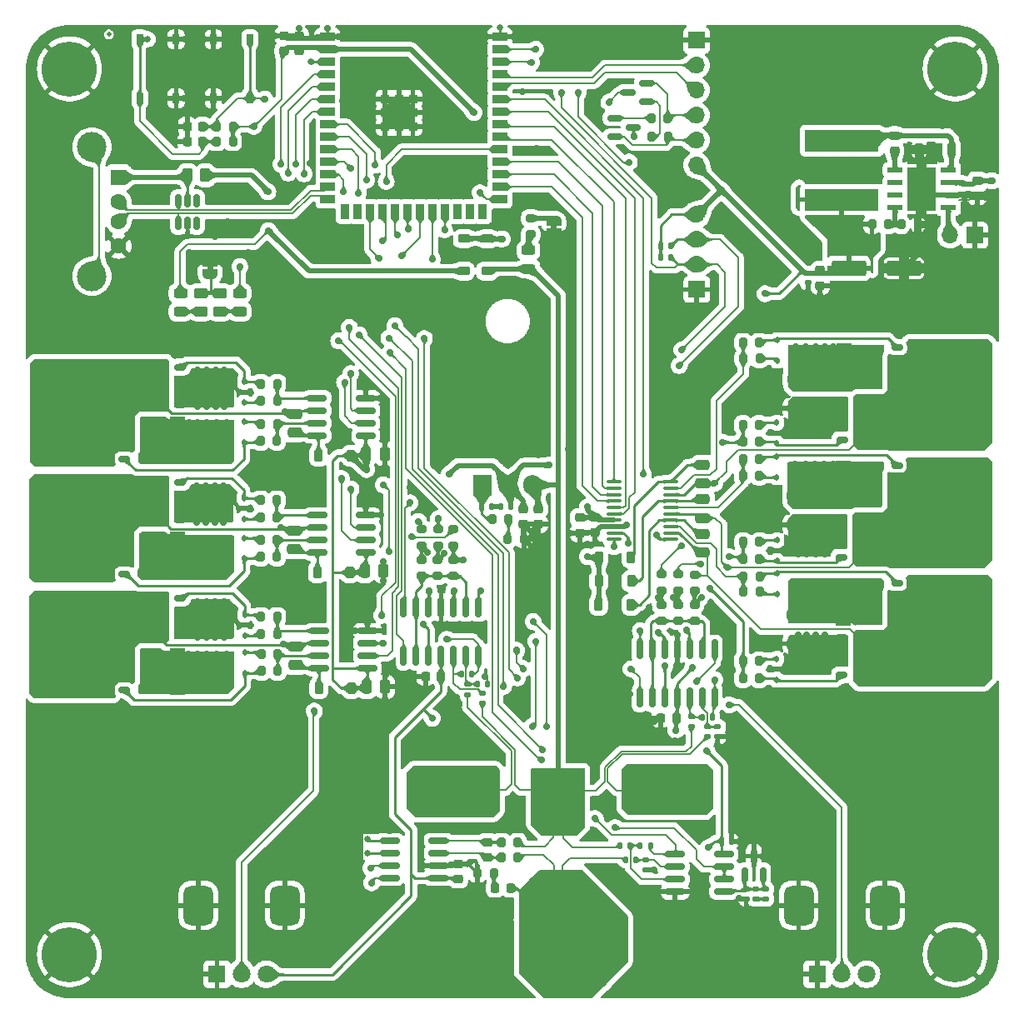
<source format=gbr>
%TF.GenerationSoftware,KiCad,Pcbnew,7.0.1*%
%TF.CreationDate,2023-07-30T21:13:21+03:00*%
%TF.ProjectId,ESP32_dual_ESC,45535033-325f-4647-9561-6c5f4553432e,rev?*%
%TF.SameCoordinates,Original*%
%TF.FileFunction,Copper,L1,Top*%
%TF.FilePolarity,Positive*%
%FSLAX46Y46*%
G04 Gerber Fmt 4.6, Leading zero omitted, Abs format (unit mm)*
G04 Created by KiCad (PCBNEW 7.0.1) date 2023-07-30 21:13:21*
%MOMM*%
%LPD*%
G01*
G04 APERTURE LIST*
G04 Aperture macros list*
%AMRoundRect*
0 Rectangle with rounded corners*
0 $1 Rounding radius*
0 $2 $3 $4 $5 $6 $7 $8 $9 X,Y pos of 4 corners*
0 Add a 4 corners polygon primitive as box body*
4,1,4,$2,$3,$4,$5,$6,$7,$8,$9,$2,$3,0*
0 Add four circle primitives for the rounded corners*
1,1,$1+$1,$2,$3*
1,1,$1+$1,$4,$5*
1,1,$1+$1,$6,$7*
1,1,$1+$1,$8,$9*
0 Add four rect primitives between the rounded corners*
20,1,$1+$1,$2,$3,$4,$5,0*
20,1,$1+$1,$4,$5,$6,$7,0*
20,1,$1+$1,$6,$7,$8,$9,0*
20,1,$1+$1,$8,$9,$2,$3,0*%
%AMFreePoly0*
4,1,19,0.500000,-0.750000,0.000000,-0.750000,0.000000,-0.744911,-0.071157,-0.744911,-0.207708,-0.704816,-0.327430,-0.627875,-0.420627,-0.520320,-0.479746,-0.390866,-0.500000,-0.250000,-0.500000,0.250000,-0.479746,0.390866,-0.420627,0.520320,-0.327430,0.627875,-0.207708,0.704816,-0.071157,0.744911,0.000000,0.744911,0.000000,0.750000,0.500000,0.750000,0.500000,-0.750000,0.500000,-0.750000,
$1*%
%AMFreePoly1*
4,1,19,0.000000,0.744911,0.071157,0.744911,0.207708,0.704816,0.327430,0.627875,0.420627,0.520320,0.479746,0.390866,0.500000,0.250000,0.500000,-0.250000,0.479746,-0.390866,0.420627,-0.520320,0.327430,-0.627875,0.207708,-0.704816,0.071157,-0.744911,0.000000,-0.744911,0.000000,-0.750000,-0.500000,-0.750000,-0.500000,0.750000,0.000000,0.750000,0.000000,0.744911,0.000000,0.744911,
$1*%
G04 Aperture macros list end*
%TA.AperFunction,SMDPad,CuDef*%
%ADD10RoundRect,0.250000X0.250000X0.475000X-0.250000X0.475000X-0.250000X-0.475000X0.250000X-0.475000X0*%
%TD*%
%TA.AperFunction,SMDPad,CuDef*%
%ADD11RoundRect,0.200000X-0.200000X-0.275000X0.200000X-0.275000X0.200000X0.275000X-0.200000X0.275000X0*%
%TD*%
%TA.AperFunction,SMDPad,CuDef*%
%ADD12RoundRect,0.140000X-0.170000X0.140000X-0.170000X-0.140000X0.170000X-0.140000X0.170000X0.140000X0*%
%TD*%
%TA.AperFunction,SMDPad,CuDef*%
%ADD13RoundRect,0.243750X-0.456250X0.243750X-0.456250X-0.243750X0.456250X-0.243750X0.456250X0.243750X0*%
%TD*%
%TA.AperFunction,SMDPad,CuDef*%
%ADD14RoundRect,0.250000X0.475000X-0.250000X0.475000X0.250000X-0.475000X0.250000X-0.475000X-0.250000X0*%
%TD*%
%TA.AperFunction,SMDPad,CuDef*%
%ADD15RoundRect,0.135000X0.185000X-0.135000X0.185000X0.135000X-0.185000X0.135000X-0.185000X-0.135000X0*%
%TD*%
%TA.AperFunction,ComponentPad*%
%ADD16R,1.700000X1.700000*%
%TD*%
%TA.AperFunction,ComponentPad*%
%ADD17O,1.700000X1.700000*%
%TD*%
%TA.AperFunction,ComponentPad*%
%ADD18R,1.905000X2.000000*%
%TD*%
%TA.AperFunction,ComponentPad*%
%ADD19O,1.905000X2.000000*%
%TD*%
%TA.AperFunction,SMDPad,CuDef*%
%ADD20RoundRect,0.200000X0.275000X-0.200000X0.275000X0.200000X-0.275000X0.200000X-0.275000X-0.200000X0*%
%TD*%
%TA.AperFunction,ComponentPad*%
%ADD21C,2.900000*%
%TD*%
%TA.AperFunction,ConnectorPad*%
%ADD22C,5.000000*%
%TD*%
%TA.AperFunction,SMDPad,CuDef*%
%ADD23RoundRect,0.200000X0.200000X0.275000X-0.200000X0.275000X-0.200000X-0.275000X0.200000X-0.275000X0*%
%TD*%
%TA.AperFunction,SMDPad,CuDef*%
%ADD24RoundRect,0.100000X-0.637500X-0.100000X0.637500X-0.100000X0.637500X0.100000X-0.637500X0.100000X0*%
%TD*%
%TA.AperFunction,SMDPad,CuDef*%
%ADD25RoundRect,0.225000X0.250000X-0.225000X0.250000X0.225000X-0.250000X0.225000X-0.250000X-0.225000X0*%
%TD*%
%TA.AperFunction,SMDPad,CuDef*%
%ADD26RoundRect,0.112500X0.112500X-0.187500X0.112500X0.187500X-0.112500X0.187500X-0.112500X-0.187500X0*%
%TD*%
%TA.AperFunction,SMDPad,CuDef*%
%ADD27RoundRect,0.225000X0.225000X0.375000X-0.225000X0.375000X-0.225000X-0.375000X0.225000X-0.375000X0*%
%TD*%
%TA.AperFunction,SMDPad,CuDef*%
%ADD28RoundRect,0.225000X-0.250000X0.225000X-0.250000X-0.225000X0.250000X-0.225000X0.250000X0.225000X0*%
%TD*%
%TA.AperFunction,SMDPad,CuDef*%
%ADD29RoundRect,0.250000X-0.475000X0.250000X-0.475000X-0.250000X0.475000X-0.250000X0.475000X0.250000X0*%
%TD*%
%TA.AperFunction,SMDPad,CuDef*%
%ADD30RoundRect,0.150000X0.150000X-0.587500X0.150000X0.587500X-0.150000X0.587500X-0.150000X-0.587500X0*%
%TD*%
%TA.AperFunction,SMDPad,CuDef*%
%ADD31RoundRect,0.140000X0.170000X-0.140000X0.170000X0.140000X-0.170000X0.140000X-0.170000X-0.140000X0*%
%TD*%
%TA.AperFunction,ComponentPad*%
%ADD32C,3.600000*%
%TD*%
%TA.AperFunction,ConnectorPad*%
%ADD33C,5.600000*%
%TD*%
%TA.AperFunction,SMDPad,CuDef*%
%ADD34RoundRect,0.218750X0.218750X0.256250X-0.218750X0.256250X-0.218750X-0.256250X0.218750X-0.256250X0*%
%TD*%
%TA.AperFunction,SMDPad,CuDef*%
%ADD35RoundRect,0.250000X-0.650000X0.325000X-0.650000X-0.325000X0.650000X-0.325000X0.650000X0.325000X0*%
%TD*%
%TA.AperFunction,SMDPad,CuDef*%
%ADD36R,1.510000X4.710000*%
%TD*%
%TA.AperFunction,SMDPad,CuDef*%
%ADD37R,3.100000X4.210000*%
%TD*%
%TA.AperFunction,SMDPad,CuDef*%
%ADD38RoundRect,0.175000X-0.400000X0.175000X-0.400000X-0.175000X0.400000X-0.175000X0.400000X0.175000X0*%
%TD*%
%TA.AperFunction,SMDPad,CuDef*%
%ADD39FreePoly0,270.000000*%
%TD*%
%TA.AperFunction,SMDPad,CuDef*%
%ADD40FreePoly1,270.000000*%
%TD*%
%TA.AperFunction,SMDPad,CuDef*%
%ADD41RoundRect,0.250000X-0.362500X-1.425000X0.362500X-1.425000X0.362500X1.425000X-0.362500X1.425000X0*%
%TD*%
%TA.AperFunction,SMDPad,CuDef*%
%ADD42RoundRect,0.175000X0.400000X-0.175000X0.400000X0.175000X-0.400000X0.175000X-0.400000X-0.175000X0*%
%TD*%
%TA.AperFunction,SMDPad,CuDef*%
%ADD43RoundRect,0.225000X-0.225000X-0.250000X0.225000X-0.250000X0.225000X0.250000X-0.225000X0.250000X0*%
%TD*%
%TA.AperFunction,SMDPad,CuDef*%
%ADD44RoundRect,0.112500X-0.112500X0.187500X-0.112500X-0.187500X0.112500X-0.187500X0.112500X0.187500X0*%
%TD*%
%TA.AperFunction,SMDPad,CuDef*%
%ADD45RoundRect,0.250000X0.450000X-0.262500X0.450000X0.262500X-0.450000X0.262500X-0.450000X-0.262500X0*%
%TD*%
%TA.AperFunction,SMDPad,CuDef*%
%ADD46RoundRect,0.225000X-0.225000X-0.375000X0.225000X-0.375000X0.225000X0.375000X-0.225000X0.375000X0*%
%TD*%
%TA.AperFunction,SMDPad,CuDef*%
%ADD47RoundRect,0.135000X0.135000X0.185000X-0.135000X0.185000X-0.135000X-0.185000X0.135000X-0.185000X0*%
%TD*%
%TA.AperFunction,ComponentPad*%
%ADD48R,1.800000X1.800000*%
%TD*%
%TA.AperFunction,ComponentPad*%
%ADD49C,1.800000*%
%TD*%
%TA.AperFunction,ComponentPad*%
%ADD50RoundRect,0.750000X0.750000X-1.250000X0.750000X1.250000X-0.750000X1.250000X-0.750000X-1.250000X0*%
%TD*%
%TA.AperFunction,SMDPad,CuDef*%
%ADD51RoundRect,0.250000X-1.500000X-0.550000X1.500000X-0.550000X1.500000X0.550000X-1.500000X0.550000X0*%
%TD*%
%TA.AperFunction,SMDPad,CuDef*%
%ADD52RoundRect,0.250000X0.362500X1.425000X-0.362500X1.425000X-0.362500X-1.425000X0.362500X-1.425000X0*%
%TD*%
%TA.AperFunction,ComponentPad*%
%ADD53R,1.500000X1.600000*%
%TD*%
%TA.AperFunction,ComponentPad*%
%ADD54C,1.600000*%
%TD*%
%TA.AperFunction,ComponentPad*%
%ADD55C,3.000000*%
%TD*%
%TA.AperFunction,SMDPad,CuDef*%
%ADD56R,1.550000X0.600000*%
%TD*%
%TA.AperFunction,ComponentPad*%
%ADD57C,0.700000*%
%TD*%
%TA.AperFunction,SMDPad,CuDef*%
%ADD58R,2.600000X3.100000*%
%TD*%
%TA.AperFunction,SMDPad,CuDef*%
%ADD59R,2.950000X4.500000*%
%TD*%
%TA.AperFunction,SMDPad,CuDef*%
%ADD60RoundRect,0.135000X-0.185000X0.135000X-0.185000X-0.135000X0.185000X-0.135000X0.185000X0.135000X0*%
%TD*%
%TA.AperFunction,SMDPad,CuDef*%
%ADD61R,0.700000X1.000000*%
%TD*%
%TA.AperFunction,SMDPad,CuDef*%
%ADD62RoundRect,0.135000X-0.135000X-0.185000X0.135000X-0.185000X0.135000X0.185000X-0.135000X0.185000X0*%
%TD*%
%TA.AperFunction,SMDPad,CuDef*%
%ADD63RoundRect,0.140000X0.140000X0.170000X-0.140000X0.170000X-0.140000X-0.170000X0.140000X-0.170000X0*%
%TD*%
%TA.AperFunction,SMDPad,CuDef*%
%ADD64RoundRect,0.150000X0.825000X0.150000X-0.825000X0.150000X-0.825000X-0.150000X0.825000X-0.150000X0*%
%TD*%
%TA.AperFunction,SMDPad,CuDef*%
%ADD65RoundRect,0.243750X0.456250X-0.243750X0.456250X0.243750X-0.456250X0.243750X-0.456250X-0.243750X0*%
%TD*%
%TA.AperFunction,SMDPad,CuDef*%
%ADD66RoundRect,0.250000X0.650000X-0.325000X0.650000X0.325000X-0.650000X0.325000X-0.650000X-0.325000X0*%
%TD*%
%TA.AperFunction,SMDPad,CuDef*%
%ADD67RoundRect,0.200000X-0.275000X0.200000X-0.275000X-0.200000X0.275000X-0.200000X0.275000X0.200000X0*%
%TD*%
%TA.AperFunction,SMDPad,CuDef*%
%ADD68RoundRect,0.150000X-0.825000X-0.150000X0.825000X-0.150000X0.825000X0.150000X-0.825000X0.150000X0*%
%TD*%
%TA.AperFunction,SMDPad,CuDef*%
%ADD69RoundRect,0.225000X0.225000X0.250000X-0.225000X0.250000X-0.225000X-0.250000X0.225000X-0.250000X0*%
%TD*%
%TA.AperFunction,SMDPad,CuDef*%
%ADD70C,0.500000*%
%TD*%
%TA.AperFunction,SMDPad,CuDef*%
%ADD71RoundRect,0.150000X0.150000X-0.512500X0.150000X0.512500X-0.150000X0.512500X-0.150000X-0.512500X0*%
%TD*%
%TA.AperFunction,SMDPad,CuDef*%
%ADD72RoundRect,0.250000X0.262500X0.450000X-0.262500X0.450000X-0.262500X-0.450000X0.262500X-0.450000X0*%
%TD*%
%TA.AperFunction,SMDPad,CuDef*%
%ADD73RoundRect,0.150000X0.150000X-0.825000X0.150000X0.825000X-0.150000X0.825000X-0.150000X-0.825000X0*%
%TD*%
%TA.AperFunction,SMDPad,CuDef*%
%ADD74RoundRect,0.150000X-0.587500X-0.150000X0.587500X-0.150000X0.587500X0.150000X-0.587500X0.150000X0*%
%TD*%
%TA.AperFunction,SMDPad,CuDef*%
%ADD75RoundRect,0.225000X-0.375000X0.225000X-0.375000X-0.225000X0.375000X-0.225000X0.375000X0.225000X0*%
%TD*%
%TA.AperFunction,SMDPad,CuDef*%
%ADD76RoundRect,0.150000X0.587500X0.150000X-0.587500X0.150000X-0.587500X-0.150000X0.587500X-0.150000X0*%
%TD*%
%TA.AperFunction,SMDPad,CuDef*%
%ADD77R,7.500000X2.200000*%
%TD*%
%TA.AperFunction,SMDPad,CuDef*%
%ADD78RoundRect,0.250000X-1.425000X0.362500X-1.425000X-0.362500X1.425000X-0.362500X1.425000X0.362500X0*%
%TD*%
%TA.AperFunction,SMDPad,CuDef*%
%ADD79FreePoly0,90.000000*%
%TD*%
%TA.AperFunction,SMDPad,CuDef*%
%ADD80FreePoly1,90.000000*%
%TD*%
%TA.AperFunction,SMDPad,CuDef*%
%ADD81R,1.500000X0.900000*%
%TD*%
%TA.AperFunction,SMDPad,CuDef*%
%ADD82R,0.900000X1.500000*%
%TD*%
%TA.AperFunction,SMDPad,CuDef*%
%ADD83R,0.900000X0.900000*%
%TD*%
%TA.AperFunction,ViaPad*%
%ADD84C,0.700000*%
%TD*%
%TA.AperFunction,ViaPad*%
%ADD85C,0.650000*%
%TD*%
%TA.AperFunction,ViaPad*%
%ADD86C,3.000000*%
%TD*%
%TA.AperFunction,Conductor*%
%ADD87C,0.500000*%
%TD*%
%TA.AperFunction,Conductor*%
%ADD88C,0.250000*%
%TD*%
%TA.AperFunction,Conductor*%
%ADD89C,0.200000*%
%TD*%
%TA.AperFunction,Conductor*%
%ADD90C,0.150000*%
%TD*%
G04 APERTURE END LIST*
%TA.AperFunction,EtchedComponent*%
%TO.C,JP1*%
G36*
X69590000Y-75480000D02*
G01*
X68990000Y-75480000D01*
X68990000Y-74980000D01*
X69590000Y-74980000D01*
X69590000Y-75480000D01*
G37*
%TD.AperFunction*%
%TA.AperFunction,EtchedComponent*%
%TO.C,JP2*%
G36*
X104530000Y-71340000D02*
G01*
X103930000Y-71340000D01*
X103930000Y-70840000D01*
X104530000Y-70840000D01*
X104530000Y-71340000D01*
G37*
%TD.AperFunction*%
%TD*%
D10*
%TO.P,C1,1*%
%TO.N,GND*%
X87100000Y-117800000D03*
%TO.P,C1,2*%
%TO.N,+15V*%
X85200000Y-117800000D03*
%TD*%
%TO.P,C5,1*%
%TO.N,GND*%
X87050000Y-94130000D03*
%TO.P,C5,2*%
%TO.N,+15V*%
X85150000Y-94130000D03*
%TD*%
D11*
%TO.P,R68,1*%
%TO.N,Net-(U5-VSENSE)*%
X139575000Y-70800000D03*
%TO.P,R68,2*%
%TO.N,GND*%
X141225000Y-70800000D03*
%TD*%
D12*
%TO.P,C9,1*%
%TO.N,GND*%
X79600000Y-51860000D03*
%TO.P,C9,2*%
%TO.N,+3V3*%
X79600000Y-52820000D03*
%TD*%
D11*
%TO.P,R30,1*%
%TO.N,/ESC_V2/HO1*%
X123475000Y-84432500D03*
%TO.P,R30,2*%
%TO.N,Net-(D9-K)*%
X125125000Y-84432500D03*
%TD*%
D13*
%TO.P,D25,1,K*%
%TO.N,Net-(D25-K)*%
X101640000Y-73432500D03*
%TO.P,D25,2,A*%
%TO.N,VCC*%
X101640000Y-75307500D03*
%TD*%
D14*
%TO.P,C2,1*%
%TO.N,/ESC_V1/HB1*%
X77970000Y-115590000D03*
%TO.P,C2,2*%
%TO.N,/ESC_V1/A1*%
X77970000Y-113690000D03*
%TD*%
D15*
%TO.P,R67,1*%
%TO.N,GND*%
X113530000Y-136400000D03*
%TO.P,R67,2*%
%TO.N,Net-(U13A--)*%
X113530000Y-135380000D03*
%TD*%
D16*
%TO.P,J7,1,Pin_1*%
%TO.N,GND*%
X118720000Y-52100000D03*
D17*
%TO.P,J7,2,Pin_2*%
%TO.N,/MCU/RX*%
X118720000Y-54640000D03*
%TO.P,J7,3,Pin_3*%
%TO.N,/MCU/TX*%
X118720000Y-57180000D03*
%TO.P,J7,4,Pin_4*%
%TO.N,/MCU/RST*%
X118720000Y-59720000D03*
%TO.P,J7,5,Pin_5*%
%TO.N,/MCU/DTR*%
X118720000Y-62260000D03*
%TO.P,J7,6,Pin_6*%
%TO.N,+3V3*%
X118720000Y-64800000D03*
%TD*%
D18*
%TO.P,U8,1,ADJ*%
%TO.N,Net-(U8-ADJ)*%
X96980000Y-97280000D03*
D19*
%TO.P,U8,2,VO*%
%TO.N,+15V*%
X99520000Y-97280000D03*
%TO.P,U8,3,VI*%
%TO.N,VCC*%
X102060000Y-97280000D03*
%TD*%
D20*
%TO.P,R52,1*%
%TO.N,/ESC_V2/star2*%
X116845000Y-111092500D03*
%TO.P,R52,2*%
%TO.N,Net-(U10C-+)*%
X116845000Y-109442500D03*
%TD*%
D21*
%TO.P,J11,1,Pin_1*%
%TO.N,/ESC_V2/A1*%
X144688621Y-87755000D03*
D22*
X144688621Y-87755000D03*
%TD*%
D11*
%TO.P,R39,1*%
%TO.N,/ESC_V2/LO3*%
X123435000Y-115180000D03*
%TO.P,R39,2*%
%TO.N,Net-(D15-K)*%
X125085000Y-115180000D03*
%TD*%
D23*
%TO.P,R5,1*%
%TO.N,/ESC_V1/LO1*%
X76105000Y-110660000D03*
%TO.P,R5,2*%
%TO.N,/ESC_V1/gate_L1*%
X74455000Y-110660000D03*
%TD*%
D10*
%TO.P,C3,1*%
%TO.N,GND*%
X86910000Y-106020000D03*
%TO.P,C3,2*%
%TO.N,+15V*%
X85010000Y-106020000D03*
%TD*%
D24*
%TO.P,U11,1,IN_HA*%
%TO.N,/MCU/GPIO_39*%
X110367500Y-96965000D03*
%TO.P,U11,2,IN_HB*%
%TO.N,/MCU/GPIO_37*%
X110367500Y-97615000D03*
%TO.P,U11,3,IN_HC*%
%TO.N,/MCU/GPIO_36*%
X110367500Y-98265000D03*
%TO.P,U11,4,IN_LA*%
%TO.N,/MCU/GPIO_35*%
X110367500Y-98915000D03*
%TO.P,U11,5,IN_LB*%
%TO.N,/MCU/GPIO_40*%
X110367500Y-99565000D03*
%TO.P,U11,6,IN_LC*%
%TO.N,/MCU/GPIO_41*%
X110367500Y-100215000D03*
%TO.P,U11,7,VDD*%
%TO.N,+15V*%
X110367500Y-100865000D03*
%TO.P,U11,8,GND*%
%TO.N,GND*%
X110367500Y-101515000D03*
%TO.P,U11,9,G_LC*%
%TO.N,/ESC_V2/LO3*%
X110367500Y-102165000D03*
%TO.P,U11,10,G_LB*%
%TO.N,/ESC_V2/LO2*%
X110367500Y-102815000D03*
%TO.P,U11,11,G_LA*%
%TO.N,/ESC_V2/LO1*%
X116092500Y-102815000D03*
%TO.P,U11,12,SH_C*%
%TO.N,/ESC_V2/C1*%
X116092500Y-102165000D03*
%TO.P,U11,13,G_HC*%
%TO.N,/ESC_V2/HO3*%
X116092500Y-101515000D03*
%TO.P,U11,14,BTS_A*%
%TO.N,/ESC_V2/HB3*%
X116092500Y-100865000D03*
%TO.P,U11,15,SH_B*%
%TO.N,/ESC_V2/B1*%
X116092500Y-100215000D03*
%TO.P,U11,16,G_HB*%
%TO.N,/ESC_V2/HO2*%
X116092500Y-99565000D03*
%TO.P,U11,17,BTS_B*%
%TO.N,/ESC_V2/HB2*%
X116092500Y-98915000D03*
%TO.P,U11,18,SH_A*%
%TO.N,/ESC_V2/A1*%
X116092500Y-98265000D03*
%TO.P,U11,19,G_HA*%
%TO.N,/ESC_V2/HO1*%
X116092500Y-97615000D03*
%TO.P,U11,20,BTS_A*%
%TO.N,/ESC_V2/HB1*%
X116092500Y-96965000D03*
%TD*%
D20*
%TO.P,R47,1*%
%TO.N,Net-(U10D-+)*%
X115145000Y-108017500D03*
%TO.P,R47,2*%
%TO.N,/ESC_V2/A1*%
X115145000Y-106367500D03*
%TD*%
D25*
%TO.P,C11,1*%
%TO.N,+3V3*%
X78340000Y-53155000D03*
%TO.P,C11,2*%
%TO.N,GND*%
X78340000Y-51605000D03*
%TD*%
D11*
%TO.P,R59,1*%
%TO.N,Net-(D17-K)*%
X74465000Y-112390000D03*
%TO.P,R59,2*%
%TO.N,/ESC_V1/LO1*%
X76115000Y-112390000D03*
%TD*%
D26*
%TO.P,D9,1,K*%
%TO.N,Net-(D9-K)*%
X126910000Y-84660000D03*
%TO.P,D9,2,A*%
%TO.N,/ESC_V2/gate_H1*%
X126910000Y-82560000D03*
%TD*%
D27*
%TO.P,D12,1,K*%
%TO.N,/ESC_V2/HB2*%
X112087500Y-107050000D03*
%TO.P,D12,2,A*%
%TO.N,+15V*%
X108787500Y-107050000D03*
%TD*%
D20*
%TO.P,R53,1*%
%TO.N,/ESC_V2/star2*%
X118525000Y-111102500D03*
%TO.P,R53,2*%
%TO.N,Net-(U10A-+)*%
X118525000Y-109452500D03*
%TD*%
D28*
%TO.P,C28,1*%
%TO.N,+3V3*%
X131280000Y-75465000D03*
%TO.P,C28,2*%
%TO.N,GND*%
X131280000Y-77015000D03*
%TD*%
D11*
%TO.P,R31,1*%
%TO.N,/ESC_V2/LO1*%
X123435000Y-91170000D03*
%TO.P,R31,2*%
%TO.N,Net-(D10-K)*%
X125085000Y-91170000D03*
%TD*%
D29*
%TO.P,C15,1*%
%TO.N,/ESC_V2/HB2*%
X119340000Y-98730000D03*
%TO.P,C15,2*%
%TO.N,/ESC_V2/B1*%
X119340000Y-100630000D03*
%TD*%
D30*
%TO.P,U9,1,REF*%
%TO.N,/MCU/2V5_RAW*%
X123600000Y-136870000D03*
%TO.P,U9,2,K*%
X125500000Y-136870000D03*
%TO.P,U9,3,A*%
%TO.N,GND*%
X124550000Y-134995000D03*
%TD*%
D31*
%TO.P,C13,1*%
%TO.N,GND*%
X123780000Y-139320000D03*
%TO.P,C13,2*%
%TO.N,/MCU/2V5_RAW*%
X123780000Y-138360000D03*
%TD*%
D11*
%TO.P,R45,1*%
%TO.N,/ESC_V2/LO1*%
X123435000Y-92900000D03*
%TO.P,R45,2*%
%TO.N,/ESC_V2/gate_L1*%
X125085000Y-92900000D03*
%TD*%
D32*
%TO.P,H3,1,1*%
%TO.N,GND*%
X145000000Y-145000000D03*
D33*
X145000000Y-145000000D03*
%TD*%
D28*
%TO.P,C29,1*%
%TO.N,VCC*%
X102650000Y-99705000D03*
%TO.P,C29,2*%
%TO.N,GND*%
X102650000Y-101255000D03*
%TD*%
D20*
%TO.P,R48,1*%
%TO.N,Net-(U10C-+)*%
X116840000Y-108020000D03*
%TO.P,R48,2*%
%TO.N,/ESC_V2/B1*%
X116840000Y-106370000D03*
%TD*%
D34*
%TO.P,D6,1,K*%
%TO.N,VDC*%
X99837500Y-138230000D03*
%TO.P,D6,2,A*%
%TO.N,Net-(D6-A)*%
X98262500Y-138230000D03*
%TD*%
D35*
%TO.P,C70,1*%
%TO.N,ESC2_VCC*%
X131370000Y-110480000D03*
%TO.P,C70,2*%
%TO.N,GND*%
X131370000Y-113430000D03*
%TD*%
D28*
%TO.P,C26,1*%
%TO.N,Net-(D22-K)*%
X147240000Y-66350000D03*
%TO.P,C26,2*%
%TO.N,GND*%
X147240000Y-67900000D03*
%TD*%
D36*
%TO.P,Q8,1,D*%
%TO.N,/ESC_V2/A1*%
X138958621Y-90755000D03*
D37*
X136672621Y-90755000D03*
D38*
%TO.P,Q8,2,S*%
%TO.N,GND*%
X133508621Y-88855000D03*
X133508621Y-90125000D03*
X133508621Y-91395000D03*
%TO.P,Q8,3,G*%
%TO.N,/ESC_V2/gate_L1*%
X133508621Y-92665000D03*
%TD*%
D39*
%TO.P,JP1,1,A*%
%TO.N,GND*%
X69290000Y-74580000D03*
D40*
%TO.P,JP1,2,B*%
%TO.N,Net-(JP1-B)*%
X69290000Y-75880000D03*
%TD*%
D20*
%TO.P,R49,1*%
%TO.N,Net-(U10A-+)*%
X118520000Y-108030000D03*
%TO.P,R49,2*%
%TO.N,/ESC_V2/C1*%
X118520000Y-106380000D03*
%TD*%
D41*
%TO.P,R41,1*%
%TO.N,VCC*%
X106337500Y-128320000D03*
%TO.P,R41,2*%
%TO.N,ESC2_VCC*%
X112262500Y-128320000D03*
%TD*%
D36*
%TO.P,Q6,1,D*%
%TO.N,/ESC_V1/C1*%
X60798621Y-87205000D03*
D37*
X63084621Y-87205000D03*
D42*
%TO.P,Q6,2,S*%
%TO.N,GND*%
X66248621Y-89105000D03*
X66248621Y-87835000D03*
X66248621Y-86565000D03*
%TO.P,Q6,3,G*%
%TO.N,/ESC_V1/gate_L3*%
X66248621Y-85295000D03*
%TD*%
D43*
%TO.P,C21,1*%
%TO.N,GND*%
X91205000Y-116720000D03*
%TO.P,C21,2*%
%TO.N,+3V3*%
X92755000Y-116720000D03*
%TD*%
D44*
%TO.P,D18,1,K*%
%TO.N,Net-(D18-K)*%
X72760000Y-102660000D03*
%TO.P,D18,2,A*%
%TO.N,/ESC_V1/gate_H2*%
X72760000Y-104760000D03*
%TD*%
D23*
%TO.P,R42,1*%
%TO.N,/ESC_V1/HO1*%
X76165000Y-114470000D03*
%TO.P,R42,2*%
%TO.N,Net-(D16-K)*%
X74515000Y-114470000D03*
%TD*%
%TO.P,R27,1*%
%TO.N,Net-(U5-VSENSE)*%
X138200000Y-70810000D03*
%TO.P,R27,2*%
%TO.N,+3V3*%
X136550000Y-70810000D03*
%TD*%
D45*
%TO.P,R22,1*%
%TO.N,Net-(D4-K)*%
X68320000Y-79627500D03*
%TO.P,R22,2*%
%TO.N,Net-(JP1-B)*%
X68320000Y-77802500D03*
%TD*%
D26*
%TO.P,D19,1,K*%
%TO.N,Net-(D19-K)*%
X72720000Y-100730000D03*
%TO.P,D19,2,A*%
%TO.N,/ESC_V1/gate_L2*%
X72720000Y-98630000D03*
%TD*%
D36*
%TO.P,Q1,1,D*%
%TO.N,ESC1_VCC*%
X66018621Y-116205000D03*
D37*
X63732621Y-116205000D03*
D38*
%TO.P,Q1,2,S*%
%TO.N,/ESC_V1/A1*%
X60568621Y-114305000D03*
X60568621Y-115575000D03*
X60568621Y-116845000D03*
%TO.P,Q1,3,G*%
%TO.N,/ESC_V1/gate_H1*%
X60568621Y-118115000D03*
%TD*%
D11*
%TO.P,R61,1*%
%TO.N,Net-(D19-K)*%
X74430000Y-100570000D03*
%TO.P,R61,2*%
%TO.N,/ESC_V1/LO2*%
X76080000Y-100570000D03*
%TD*%
%TO.P,R54,1*%
%TO.N,/ESC_V2/HO3*%
X123485000Y-106552500D03*
%TO.P,R54,2*%
%TO.N,/ESC_V2/gate_H3*%
X125135000Y-106552500D03*
%TD*%
D23*
%TO.P,R7,1*%
%TO.N,/ESC_V1/HO2*%
X76090000Y-102840000D03*
%TO.P,R7,2*%
%TO.N,Net-(D18-K)*%
X74440000Y-102840000D03*
%TD*%
D26*
%TO.P,D21,1,K*%
%TO.N,Net-(D21-K)*%
X72770000Y-88910000D03*
%TO.P,D21,2,A*%
%TO.N,/ESC_V1/gate_L3*%
X72770000Y-86810000D03*
%TD*%
D36*
%TO.P,Q5,1,D*%
%TO.N,ESC1_VCC*%
X66018621Y-92705000D03*
D37*
X63732621Y-92705000D03*
D38*
%TO.P,Q5,2,S*%
%TO.N,/ESC_V1/C1*%
X60568621Y-90805000D03*
X60568621Y-92075000D03*
X60568621Y-93345000D03*
%TO.P,Q5,3,G*%
%TO.N,/ESC_V1/gate_H3*%
X60568621Y-94615000D03*
%TD*%
D16*
%TO.P,J4,1,Pin_1*%
%TO.N,GND*%
X147010000Y-71910000D03*
D17*
%TO.P,J4,2,Pin_2*%
%TO.N,Net-(J4-Pin_2)*%
X144470000Y-71910000D03*
%TD*%
D16*
%TO.P,J10,1,Pin_1*%
%TO.N,GND*%
X118760000Y-77420000D03*
D17*
%TO.P,J10,2,Pin_2*%
%TO.N,SCL*%
X118760000Y-74880000D03*
%TO.P,J10,3,Pin_3*%
%TO.N,SDA*%
X118760000Y-72340000D03*
%TO.P,J10,4,Pin_4*%
%TO.N,+3V3*%
X118760000Y-69800000D03*
%TD*%
D46*
%TO.P,D3,1,K*%
%TO.N,/ESC_V1/HB3*%
X80310000Y-94290000D03*
%TO.P,D3,2,A*%
%TO.N,+15V*%
X83610000Y-94290000D03*
%TD*%
D36*
%TO.P,Q2,1,D*%
%TO.N,/ESC_V1/A1*%
X60798621Y-110705000D03*
D37*
X63084621Y-110705000D03*
D42*
%TO.P,Q2,2,S*%
%TO.N,GND*%
X66248621Y-112605000D03*
X66248621Y-111335000D03*
X66248621Y-110065000D03*
%TO.P,Q2,3,G*%
%TO.N,/ESC_V1/gate_L1*%
X66248621Y-108795000D03*
%TD*%
D47*
%TO.P,R6,1*%
%TO.N,GND*%
X97470000Y-117510000D03*
%TO.P,R6,2*%
%TO.N,Net-(U1B--)*%
X96450000Y-117510000D03*
%TD*%
D48*
%TO.P,RV2,1,1*%
%TO.N,GND*%
X131000000Y-147000000D03*
D49*
%TO.P,RV2,2,2*%
%TO.N,/MCU/GPIO_15*%
X133500000Y-147000000D03*
%TO.P,RV2,3,3*%
%TO.N,+3V3*%
X136000000Y-147000000D03*
D50*
%TO.P,RV2,MP,MountPin*%
%TO.N,GND*%
X129100000Y-140000000D03*
X137900000Y-140000000D03*
%TD*%
D32*
%TO.P,H2,1,1*%
%TO.N,GND*%
X145000000Y-55000000D03*
D33*
X145000000Y-55000000D03*
%TD*%
D23*
%TO.P,R12,1*%
%TO.N,/ESC_V1/HO3*%
X76105000Y-91070000D03*
%TO.P,R12,2*%
%TO.N,Net-(D20-K)*%
X74455000Y-91070000D03*
%TD*%
D27*
%TO.P,D23,1,K*%
%TO.N,Net-(D23-K)*%
X144650000Y-63170000D03*
%TO.P,D23,2,A*%
%TO.N,GND*%
X141350000Y-63170000D03*
%TD*%
D23*
%TO.P,R36,1*%
%TO.N,+3V3*%
X71615000Y-62390000D03*
%TO.P,R36,2*%
%TO.N,/MCU/ESP_EN*%
X69965000Y-62390000D03*
%TD*%
D27*
%TO.P,D13,1,K*%
%TO.N,/ESC_V2/HB3*%
X112062500Y-109470000D03*
%TO.P,D13,2,A*%
%TO.N,+15V*%
X108762500Y-109470000D03*
%TD*%
D26*
%TO.P,D8,1,K*%
%TO.N,Net-(D8-K)*%
X126880000Y-96510000D03*
%TO.P,D8,2,A*%
%TO.N,/ESC_V2/gate_H2*%
X126880000Y-94410000D03*
%TD*%
D51*
%TO.P,C23,1*%
%TO.N,+3V3*%
X134190000Y-75260000D03*
%TO.P,C23,2*%
%TO.N,GND*%
X139790000Y-75260000D03*
%TD*%
D52*
%TO.P,R3,1*%
%TO.N,VCC*%
X102962500Y-128260000D03*
%TO.P,R3,2*%
%TO.N,ESC1_VCC*%
X97037500Y-128260000D03*
%TD*%
D23*
%TO.P,R8,1*%
%TO.N,/ESC_V1/LO2*%
X76075000Y-98820000D03*
%TO.P,R8,2*%
%TO.N,/ESC_V1/gate_L2*%
X74425000Y-98820000D03*
%TD*%
D26*
%TO.P,D7,1,K*%
%TO.N,Net-(D7-K)*%
X126920000Y-108372500D03*
%TO.P,D7,2,A*%
%TO.N,/ESC_V2/gate_H3*%
X126920000Y-106272500D03*
%TD*%
D53*
%TO.P,J5,1,VBUS*%
%TO.N,VBUS*%
X60000000Y-66000000D03*
D54*
%TO.P,J5,2,D-*%
%TO.N,D-*%
X60000000Y-68500000D03*
%TO.P,J5,3,D+*%
%TO.N,D+*%
X60000000Y-70500000D03*
%TO.P,J5,4,GND*%
%TO.N,GND*%
X60000000Y-73000000D03*
D55*
%TO.P,J5,5,Shield*%
%TO.N,unconnected-(J5-Shield-Pad5)*%
X57290000Y-62930000D03*
X57290000Y-76070000D03*
%TD*%
D20*
%TO.P,R51,1*%
%TO.N,/ESC_V2/star2*%
X115150000Y-111090000D03*
%TO.P,R51,2*%
%TO.N,Net-(U10D-+)*%
X115150000Y-109440000D03*
%TD*%
D36*
%TO.P,Q7,1,D*%
%TO.N,ESC2_VCC*%
X133688621Y-85255000D03*
D37*
X135974621Y-85255000D03*
D42*
%TO.P,Q7,2,S*%
%TO.N,/ESC_V2/A1*%
X139138621Y-87155000D03*
X139138621Y-85885000D03*
X139138621Y-84615000D03*
%TO.P,Q7,3,G*%
%TO.N,/ESC_V2/gate_H1*%
X139138621Y-83345000D03*
%TD*%
D56*
%TO.P,U5,1,BOOT*%
%TO.N,Net-(U5-BOOT)*%
X138920000Y-65290000D03*
%TO.P,U5,2,NC*%
%TO.N,unconnected-(U5-NC-Pad2)*%
X138920000Y-66560000D03*
%TO.P,U5,3,NC*%
%TO.N,unconnected-(U5-NC-Pad3)*%
X138920000Y-67830000D03*
%TO.P,U5,4,VSENSE*%
%TO.N,Net-(U5-VSENSE)*%
X138920000Y-69100000D03*
%TO.P,U5,5,EN*%
%TO.N,Net-(J4-Pin_2)*%
X144320000Y-69100000D03*
%TO.P,U5,6,GND*%
%TO.N,GND*%
X144320000Y-67830000D03*
%TO.P,U5,7,VIN*%
%TO.N,Net-(D22-K)*%
X144320000Y-66560000D03*
%TO.P,U5,8,PH*%
%TO.N,Net-(D23-K)*%
X144320000Y-65290000D03*
D57*
%TO.P,U5,9,GNDPAD*%
%TO.N,GND*%
X141020000Y-65395000D03*
X141020000Y-66595000D03*
X141020000Y-67895000D03*
X141020000Y-68995000D03*
D58*
X141620000Y-67195000D03*
D59*
X141620000Y-67195000D03*
D57*
X142220000Y-65395000D03*
X142220000Y-66595000D03*
X142220000Y-67895000D03*
X142220000Y-68995000D03*
%TD*%
D60*
%TO.P,R4,1*%
%TO.N,Net-(U1B-+)*%
X96950000Y-118470000D03*
%TO.P,R4,2*%
%TO.N,VCC*%
X96950000Y-119490000D03*
%TD*%
D23*
%TO.P,R16,1*%
%TO.N,/ESC_V1/LO3*%
X76105000Y-86990000D03*
%TO.P,R16,2*%
%TO.N,/ESC_V1/gate_L3*%
X74455000Y-86990000D03*
%TD*%
D35*
%TO.P,C67,1*%
%TO.N,ESC2_VCC*%
X128850000Y-86560000D03*
%TO.P,C67,2*%
%TO.N,GND*%
X128850000Y-89510000D03*
%TD*%
D31*
%TO.P,C27,1*%
%TO.N,GND*%
X130040000Y-76735000D03*
%TO.P,C27,2*%
%TO.N,+3V3*%
X130040000Y-75775000D03*
%TD*%
D35*
%TO.P,C71,1*%
%TO.N,ESC2_VCC*%
X128830000Y-110455000D03*
%TO.P,C71,2*%
%TO.N,GND*%
X128830000Y-113405000D03*
%TD*%
D60*
%TO.P,R25,1*%
%TO.N,Net-(U10B-+)*%
X118180000Y-120850000D03*
%TO.P,R25,2*%
%TO.N,VCC*%
X118180000Y-121870000D03*
%TD*%
D61*
%TO.P,SW1,1,A*%
%TO.N,/MCU/ESP_EN*%
X62150000Y-58000000D03*
X62150000Y-52000000D03*
%TO.P,SW1,2,B*%
%TO.N,GND*%
X65850000Y-58000000D03*
X65850000Y-52000000D03*
%TD*%
D35*
%TO.P,C69,1*%
%TO.N,ESC2_VCC*%
X128830000Y-98415000D03*
%TO.P,C69,2*%
%TO.N,GND*%
X128830000Y-101365000D03*
%TD*%
D11*
%TO.P,R55,1*%
%TO.N,/ESC_V2/LO3*%
X123435000Y-116940000D03*
%TO.P,R55,2*%
%TO.N,/ESC_V2/gate_L3*%
X125085000Y-116940000D03*
%TD*%
D14*
%TO.P,C6,1*%
%TO.N,/ESC_V1/HB3*%
X77880000Y-91970000D03*
%TO.P,C6,2*%
%TO.N,/ESC_V1/C1*%
X77880000Y-90070000D03*
%TD*%
D62*
%TO.P,R64,1*%
%TO.N,VCC*%
X110970000Y-133900000D03*
%TO.P,R64,2*%
%TO.N,Net-(U13A-+)*%
X111990000Y-133900000D03*
%TD*%
D63*
%TO.P,C78,1*%
%TO.N,GND*%
X122250000Y-133480000D03*
%TO.P,C78,2*%
%TO.N,+3V3*%
X121290000Y-133480000D03*
%TD*%
D64*
%TO.P,U3,1,VDD*%
%TO.N,+15V*%
X85149975Y-104165000D03*
%TO.P,U3,2,HI*%
%TO.N,/MCU/GPIO_04*%
X85149975Y-102895000D03*
%TO.P,U3,3,LI*%
%TO.N,/MCU/GPIO_05*%
X85149975Y-101625000D03*
%TO.P,U3,4,VSS*%
%TO.N,GND*%
X85149975Y-100355000D03*
%TO.P,U3,5,LO*%
%TO.N,/ESC_V1/LO2*%
X80199975Y-100355000D03*
%TO.P,U3,6,HS*%
%TO.N,/ESC_V1/B1*%
X80199975Y-101625000D03*
%TO.P,U3,7,HO*%
%TO.N,/ESC_V1/HO2*%
X80199975Y-102895000D03*
%TO.P,U3,8,HB*%
%TO.N,/ESC_V1/HB2*%
X80199975Y-104165000D03*
%TD*%
D62*
%TO.P,R66,1*%
%TO.N,VDC*%
X111540000Y-135400000D03*
%TO.P,R66,2*%
%TO.N,Net-(U13A--)*%
X112560000Y-135400000D03*
%TD*%
D14*
%TO.P,C4,1*%
%TO.N,/ESC_V1/HB2*%
X77840000Y-103820000D03*
%TO.P,C4,2*%
%TO.N,/ESC_V1/B1*%
X77840000Y-101920000D03*
%TD*%
D11*
%TO.P,R50,1*%
%TO.N,/ESC_V2/LO2*%
X123465000Y-104792500D03*
%TO.P,R50,2*%
%TO.N,/ESC_V2/gate_L2*%
X125115000Y-104792500D03*
%TD*%
%TO.P,R29,1*%
%TO.N,/ESC_V2/HO2*%
X123435000Y-96342500D03*
%TO.P,R29,2*%
%TO.N,Net-(D8-K)*%
X125085000Y-96342500D03*
%TD*%
D35*
%TO.P,C68,1*%
%TO.N,ESC2_VCC*%
X131370000Y-98440000D03*
%TO.P,C68,2*%
%TO.N,GND*%
X131370000Y-101390000D03*
%TD*%
D36*
%TO.P,Q3,1,D*%
%TO.N,ESC1_VCC*%
X66018621Y-104405000D03*
D37*
X63732621Y-104405000D03*
D38*
%TO.P,Q3,2,S*%
%TO.N,/ESC_V1/B1*%
X60568621Y-102505000D03*
X60568621Y-103775000D03*
X60568621Y-105045000D03*
%TO.P,Q3,3,G*%
%TO.N,/ESC_V1/gate_H2*%
X60568621Y-106315000D03*
%TD*%
D28*
%TO.P,C12,1*%
%TO.N,+15V*%
X101100000Y-99705000D03*
%TO.P,C12,2*%
%TO.N,GND*%
X101100000Y-101255000D03*
%TD*%
D65*
%TO.P,D4,1,K*%
%TO.N,Net-(D4-K)*%
X66285000Y-79660000D03*
%TO.P,D4,2,A*%
%TO.N,+5V*%
X66285000Y-77785000D03*
%TD*%
D61*
%TO.P,SW3,1,A*%
%TO.N,GND*%
X69650000Y-58000000D03*
X69650000Y-52000000D03*
%TO.P,SW3,2,B*%
%TO.N,/MCU/ESP_BOOT*%
X73350000Y-58000000D03*
X73350000Y-52000000D03*
%TD*%
D65*
%TO.P,D5,1,K*%
%TO.N,Net-(D5-K)*%
X72310000Y-79650000D03*
%TO.P,D5,2,A*%
%TO.N,+3V3*%
X72310000Y-77775000D03*
%TD*%
D44*
%TO.P,D20,1,K*%
%TO.N,Net-(D20-K)*%
X72770000Y-90880000D03*
%TO.P,D20,2,A*%
%TO.N,/ESC_V1/gate_H3*%
X72770000Y-92980000D03*
%TD*%
D46*
%TO.P,D1,1,K*%
%TO.N,/ESC_V1/HB1*%
X80340000Y-117920000D03*
%TO.P,D1,2,A*%
%TO.N,+15V*%
X83640000Y-117920000D03*
%TD*%
D62*
%TO.P,R65,1*%
%TO.N,Net-(U13A-+)*%
X113010000Y-133900000D03*
%TO.P,R65,2*%
%TO.N,current*%
X114030000Y-133900000D03*
%TD*%
D64*
%TO.P,U4,1,VDD*%
%TO.N,+15V*%
X85110000Y-92250000D03*
%TO.P,U4,2,HI*%
%TO.N,/MCU/GPIO_06*%
X85110000Y-90980000D03*
%TO.P,U4,3,LI*%
%TO.N,/MCU/GPIO_07*%
X85110000Y-89710000D03*
%TO.P,U4,4,VSS*%
%TO.N,GND*%
X85110000Y-88440000D03*
%TO.P,U4,5,LO*%
%TO.N,/ESC_V1/LO3*%
X80160000Y-88440000D03*
%TO.P,U4,6,HS*%
%TO.N,/ESC_V1/C1*%
X80160000Y-89710000D03*
%TO.P,U4,7,HO*%
%TO.N,/ESC_V1/HO3*%
X80160000Y-90980000D03*
%TO.P,U4,8,HB*%
%TO.N,/ESC_V1/HB3*%
X80160000Y-92250000D03*
%TD*%
D66*
%TO.P,C75,1*%
%TO.N,ESC1_VCC*%
X70550000Y-103175000D03*
%TO.P,C75,2*%
%TO.N,GND*%
X70550000Y-100225000D03*
%TD*%
D28*
%TO.P,C22,1*%
%TO.N,+15V*%
X106840000Y-100600000D03*
%TO.P,C22,2*%
%TO.N,GND*%
X106840000Y-102150000D03*
%TD*%
%TO.P,C25,1*%
%TO.N,Net-(U12-IN+)*%
X97450000Y-133575000D03*
%TO.P,C25,2*%
%TO.N,Net-(U12-IN-)*%
X97450000Y-135125000D03*
%TD*%
D11*
%TO.P,R63,1*%
%TO.N,Net-(D21-K)*%
X74465000Y-88730000D03*
%TO.P,R63,2*%
%TO.N,/ESC_V1/LO3*%
X76115000Y-88730000D03*
%TD*%
D36*
%TO.P,Q12,1,D*%
%TO.N,/ESC_V2/C1*%
X138940000Y-114690000D03*
D37*
X136654000Y-114690000D03*
D38*
%TO.P,Q12,2,S*%
%TO.N,GND*%
X133490000Y-112790000D03*
X133490000Y-114060000D03*
X133490000Y-115330000D03*
%TO.P,Q12,3,G*%
%TO.N,/ESC_V2/gate_L3*%
X133490000Y-116600000D03*
%TD*%
D31*
%TO.P,C24,1*%
%TO.N,GND*%
X145960000Y-67690000D03*
%TO.P,C24,2*%
%TO.N,Net-(D22-K)*%
X145960000Y-66730000D03*
%TD*%
D11*
%TO.P,R38,1*%
%TO.N,/MCU/ESP_BOOT*%
X69965000Y-60870000D03*
%TO.P,R38,2*%
%TO.N,+3V3*%
X71615000Y-60870000D03*
%TD*%
D48*
%TO.P,RV1,1,1*%
%TO.N,GND*%
X70000000Y-147000000D03*
D49*
%TO.P,RV1,2,2*%
%TO.N,/MCU/GPIO_16*%
X72500000Y-147000000D03*
%TO.P,RV1,3,3*%
%TO.N,+3V3*%
X75000000Y-147000000D03*
D50*
%TO.P,RV1,MP,MountPin*%
%TO.N,GND*%
X68100000Y-140000000D03*
X76900000Y-140000000D03*
%TD*%
D32*
%TO.P,H1,1,1*%
%TO.N,GND*%
X55000000Y-55000000D03*
D33*
X55000000Y-55000000D03*
%TD*%
D21*
%TO.P,J1,1,Pin_1*%
%TO.N,/ESC_V1/A1*%
X55258621Y-112205000D03*
D22*
X55258621Y-112205000D03*
%TD*%
D36*
%TO.P,Q9,1,D*%
%TO.N,ESC2_VCC*%
X133640000Y-97200000D03*
D37*
X135926000Y-97200000D03*
D42*
%TO.P,Q9,2,S*%
%TO.N,/ESC_V2/B1*%
X139090000Y-99100000D03*
X139090000Y-97830000D03*
X139090000Y-96560000D03*
%TO.P,Q9,3,G*%
%TO.N,/ESC_V2/gate_H2*%
X139090000Y-95290000D03*
%TD*%
D29*
%TO.P,C16,1*%
%TO.N,/ESC_V2/HB3*%
X119360000Y-102240000D03*
%TO.P,C16,2*%
%TO.N,/ESC_V2/C1*%
X119360000Y-104140000D03*
%TD*%
D44*
%TO.P,D14,1,K*%
%TO.N,Net-(D14-K)*%
X126910000Y-102902500D03*
%TO.P,D14,2,A*%
%TO.N,/ESC_V2/gate_L2*%
X126910000Y-105002500D03*
%TD*%
D23*
%TO.P,R71,1*%
%TO.N,GND*%
X101185000Y-102740000D03*
%TO.P,R71,2*%
%TO.N,Net-(R70-Pad1)*%
X99535000Y-102740000D03*
%TD*%
D46*
%TO.P,D2,1,K*%
%TO.N,/ESC_V1/HB2*%
X80194975Y-106180000D03*
%TO.P,D2,2,A*%
%TO.N,+15V*%
X83494975Y-106180000D03*
%TD*%
D67*
%TO.P,R69,1*%
%TO.N,Net-(JP2-B)*%
X101880000Y-70170000D03*
%TO.P,R69,2*%
%TO.N,Net-(D25-K)*%
X101880000Y-71820000D03*
%TD*%
D68*
%TO.P,U12,1,A1*%
%TO.N,GND*%
X87535000Y-133425000D03*
%TO.P,U12,2,A0*%
X87535000Y-134695000D03*
%TO.P,U12,3,SDA*%
%TO.N,SDA*%
X87535000Y-135965000D03*
%TO.P,U12,4,SCL*%
%TO.N,SCL*%
X87535000Y-137235000D03*
%TO.P,U12,5,VS*%
%TO.N,+3V3*%
X92485000Y-137235000D03*
%TO.P,U12,6,GND*%
%TO.N,GND*%
X92485000Y-135965000D03*
%TO.P,U12,7,IN-*%
%TO.N,Net-(U12-IN-)*%
X92485000Y-134695000D03*
%TO.P,U12,8,IN+*%
%TO.N,Net-(U12-IN+)*%
X92485000Y-133425000D03*
%TD*%
D15*
%TO.P,R35,1*%
%TO.N,+VDC*%
X124780000Y-139360000D03*
%TO.P,R35,2*%
%TO.N,/MCU/2V5_RAW*%
X124780000Y-138340000D03*
%TD*%
D45*
%TO.P,R23,1*%
%TO.N,Net-(D5-K)*%
X70300000Y-79625000D03*
%TO.P,R23,2*%
%TO.N,Net-(JP1-B)*%
X70300000Y-77800000D03*
%TD*%
D64*
%TO.P,U2,1,VDD*%
%TO.N,+15V*%
X85290000Y-115910000D03*
%TO.P,U2,2,HI*%
%TO.N,/MCU/GPIO_18*%
X85290000Y-114640000D03*
%TO.P,U2,3,LI*%
%TO.N,/MCU/GPIO_13*%
X85290000Y-113370000D03*
%TO.P,U2,4,VSS*%
%TO.N,GND*%
X85290000Y-112100000D03*
%TO.P,U2,5,LO*%
%TO.N,/ESC_V1/LO1*%
X80340000Y-112100000D03*
%TO.P,U2,6,HS*%
%TO.N,/ESC_V1/A1*%
X80340000Y-113370000D03*
%TO.P,U2,7,HO*%
%TO.N,/ESC_V1/HO1*%
X80340000Y-114640000D03*
%TO.P,U2,8,HB*%
%TO.N,/ESC_V1/HB1*%
X80340000Y-115910000D03*
%TD*%
D20*
%TO.P,R15,1*%
%TO.N,/ESC_V1/star2*%
X90810000Y-106535000D03*
%TO.P,R15,2*%
%TO.N,Net-(U1A-+)*%
X90810000Y-104885000D03*
%TD*%
D23*
%TO.P,R57,1*%
%TO.N,VCC*%
X100555000Y-133605000D03*
%TO.P,R57,2*%
%TO.N,Net-(U12-IN+)*%
X98905000Y-133605000D03*
%TD*%
%TO.P,R70,1*%
%TO.N,Net-(R70-Pad1)*%
X99615000Y-100750000D03*
%TO.P,R70,2*%
%TO.N,Net-(U8-ADJ)*%
X97965000Y-100750000D03*
%TD*%
D36*
%TO.P,Q4,1,D*%
%TO.N,/ESC_V1/B1*%
X60798621Y-98905000D03*
D37*
X63084621Y-98905000D03*
D42*
%TO.P,Q4,2,S*%
%TO.N,GND*%
X66248621Y-100805000D03*
X66248621Y-99535000D03*
X66248621Y-98265000D03*
%TO.P,Q4,3,G*%
%TO.N,/ESC_V1/gate_L2*%
X66248621Y-96995000D03*
%TD*%
D29*
%TO.P,C19,1*%
%TO.N,/ESC_V2/HB1*%
X119340000Y-95240000D03*
%TO.P,C19,2*%
%TO.N,/ESC_V2/A1*%
X119340000Y-97140000D03*
%TD*%
D21*
%TO.P,J2,1,Pin_1*%
%TO.N,/ESC_V1/B1*%
X55258621Y-100205000D03*
D22*
X55258621Y-100205000D03*
%TD*%
D69*
%TO.P,C17,1*%
%TO.N,/MCU/ESP_BOOT*%
X68525000Y-60850000D03*
%TO.P,C17,2*%
%TO.N,GND*%
X66975000Y-60850000D03*
%TD*%
D47*
%TO.P,R21,1*%
%TO.N,+15V*%
X99850000Y-99480000D03*
%TO.P,R21,2*%
%TO.N,Net-(R20-Pad2)*%
X98830000Y-99480000D03*
%TD*%
D23*
%TO.P,R19,1*%
%TO.N,/MCU/RST*%
X115797500Y-59990000D03*
%TO.P,R19,2*%
%TO.N,Net-(Q21-B)*%
X114147500Y-59990000D03*
%TD*%
D20*
%TO.P,R14,1*%
%TO.N,/ESC_V1/star2*%
X94040000Y-106535000D03*
%TO.P,R14,2*%
%TO.N,Net-(U1C-+)*%
X94040000Y-104885000D03*
%TD*%
D21*
%TO.P,J12,1,Pin_1*%
%TO.N,/ESC_V2/B1*%
X144640000Y-99700000D03*
D22*
X144640000Y-99700000D03*
%TD*%
D21*
%TO.P,J13,1,Pin_1*%
%TO.N,/ESC_V2/C1*%
X144670000Y-111690000D03*
D22*
X144670000Y-111690000D03*
%TD*%
D62*
%TO.P,R32,1*%
%TO.N,+3V3*%
X115100000Y-73010000D03*
%TO.P,R32,2*%
%TO.N,SDA*%
X116120000Y-73010000D03*
%TD*%
D60*
%TO.P,R1,1*%
%TO.N,Net-(U1B--)*%
X95470000Y-117550000D03*
%TO.P,R1,2*%
%TO.N,ESC1_VCC*%
X95470000Y-118570000D03*
%TD*%
D66*
%TO.P,C72,1*%
%TO.N,ESC1_VCC*%
X68140000Y-91320000D03*
%TO.P,C72,2*%
%TO.N,GND*%
X68140000Y-88370000D03*
%TD*%
D25*
%TO.P,C10,1*%
%TO.N,+3V3*%
X76810000Y-53155000D03*
%TO.P,C10,2*%
%TO.N,GND*%
X76810000Y-51605000D03*
%TD*%
D62*
%TO.P,R33,1*%
%TO.N,+3V3*%
X115090000Y-74120000D03*
%TO.P,R33,2*%
%TO.N,SCL*%
X116110000Y-74120000D03*
%TD*%
D11*
%TO.P,R62,1*%
%TO.N,/ESC_V1/gate_H3*%
X74445000Y-92810000D03*
%TO.P,R62,2*%
%TO.N,/ESC_V1/HO3*%
X76095000Y-92810000D03*
%TD*%
D66*
%TO.P,C74,1*%
%TO.N,ESC1_VCC*%
X68110000Y-103150000D03*
%TO.P,C74,2*%
%TO.N,GND*%
X68110000Y-100200000D03*
%TD*%
D70*
%TO.P,FID1,*%
%TO.N,*%
X59000000Y-51500000D03*
%TD*%
D71*
%TO.P,U7,1,IO1*%
%TO.N,D+*%
X66060000Y-70697500D03*
%TO.P,U7,2,VN*%
%TO.N,GND*%
X67010000Y-70697500D03*
%TO.P,U7,3,IO2*%
%TO.N,unconnected-(U7-IO2-Pad3)*%
X67960000Y-70697500D03*
%TO.P,U7,4,IO3*%
%TO.N,unconnected-(U7-IO3-Pad4)*%
X67960000Y-68422500D03*
%TO.P,U7,5,VP*%
%TO.N,VBUS*%
X67010000Y-68422500D03*
%TO.P,U7,6,IO4*%
%TO.N,D-*%
X66060000Y-68422500D03*
%TD*%
D47*
%TO.P,R44,1*%
%TO.N,/MCU/GPIO_11*%
X120320000Y-120880000D03*
%TO.P,R44,2*%
%TO.N,Net-(U10B-+)*%
X119300000Y-120880000D03*
%TD*%
D72*
%TO.P,FB1,1*%
%TO.N,+5V*%
X68812500Y-65820000D03*
%TO.P,FB1,2*%
%TO.N,VBUS*%
X66987500Y-65820000D03*
%TD*%
D73*
%TO.P,U1,1*%
%TO.N,/MCU/GPIO_17*%
X88965000Y-114665000D03*
%TO.P,U1,2,-*%
%TO.N,/ESC_V1/star2*%
X90235000Y-114665000D03*
%TO.P,U1,3,+*%
%TO.N,Net-(U1A-+)*%
X91505000Y-114665000D03*
%TO.P,U1,4,V+*%
%TO.N,+3V3*%
X92775000Y-114665000D03*
%TO.P,U1,5,+*%
%TO.N,Net-(U1B-+)*%
X94045000Y-114665000D03*
%TO.P,U1,6,-*%
%TO.N,Net-(U1B--)*%
X95315000Y-114665000D03*
%TO.P,U1,7*%
%TO.N,/MCU/GPIO_08*%
X96585000Y-114665000D03*
%TO.P,U1,8*%
%TO.N,/MCU/GPIO_12*%
X96585000Y-109715000D03*
%TO.P,U1,9,-*%
%TO.N,/ESC_V1/star2*%
X95315000Y-109715000D03*
%TO.P,U1,10,+*%
%TO.N,Net-(U1C-+)*%
X94045000Y-109715000D03*
%TO.P,U1,11,V-*%
%TO.N,GND*%
X92775000Y-109715000D03*
%TO.P,U1,12,+*%
%TO.N,Net-(U1D-+)*%
X91505000Y-109715000D03*
%TO.P,U1,13,-*%
%TO.N,/ESC_V1/star2*%
X90235000Y-109715000D03*
%TO.P,U1,14*%
%TO.N,/MCU/GPIO_38*%
X88965000Y-109715000D03*
%TD*%
D74*
%TO.P,Q21,1,B*%
%TO.N,Net-(Q21-B)*%
X110395000Y-59980000D03*
%TO.P,Q21,2,E*%
%TO.N,/MCU/DTR*%
X110395000Y-61880000D03*
%TO.P,Q21,3,C*%
%TO.N,/MCU/ESP_BOOT*%
X112270000Y-60930000D03*
%TD*%
D27*
%TO.P,D11,1,K*%
%TO.N,/ESC_V2/HB1*%
X112080000Y-104650000D03*
%TO.P,D11,2,A*%
%TO.N,+15V*%
X108780000Y-104650000D03*
%TD*%
D66*
%TO.P,C76,1*%
%TO.N,ESC1_VCC*%
X68140000Y-115040000D03*
%TO.P,C76,2*%
%TO.N,GND*%
X68140000Y-112090000D03*
%TD*%
D73*
%TO.P,U10,1*%
%TO.N,/MCU/GPIO_21*%
X112960000Y-118905000D03*
%TO.P,U10,2,-*%
%TO.N,/ESC_V2/star2*%
X114230000Y-118905000D03*
%TO.P,U10,3,+*%
%TO.N,Net-(U10A-+)*%
X115500000Y-118905000D03*
%TO.P,U10,4,V+*%
%TO.N,+3V3*%
X116770000Y-118905000D03*
%TO.P,U10,5,+*%
%TO.N,Net-(U10B-+)*%
X118040000Y-118905000D03*
%TO.P,U10,6,-*%
%TO.N,Net-(U10B--)*%
X119310000Y-118905000D03*
%TO.P,U10,7*%
%TO.N,/MCU/GPIO_11*%
X120580000Y-118905000D03*
%TO.P,U10,8*%
%TO.N,/MCU/GPIO_14*%
X120580000Y-113955000D03*
%TO.P,U10,9,-*%
%TO.N,/ESC_V2/star2*%
X119310000Y-113955000D03*
%TO.P,U10,10,+*%
%TO.N,Net-(U10C-+)*%
X118040000Y-113955000D03*
%TO.P,U10,11,V-*%
%TO.N,GND*%
X116770000Y-113955000D03*
%TO.P,U10,12,+*%
%TO.N,Net-(U10D-+)*%
X115500000Y-113955000D03*
%TO.P,U10,13,-*%
%TO.N,/ESC_V2/star2*%
X114230000Y-113955000D03*
%TO.P,U10,14*%
%TO.N,/MCU/GPIO_42*%
X112960000Y-113955000D03*
%TD*%
D11*
%TO.P,R28,1*%
%TO.N,/ESC_V2/HO3*%
X123495000Y-108112500D03*
%TO.P,R28,2*%
%TO.N,Net-(D7-K)*%
X125145000Y-108112500D03*
%TD*%
D75*
%TO.P,D24,1,K*%
%TO.N,Net-(D22-K)*%
X97450000Y-72250000D03*
%TO.P,D24,2,A*%
%TO.N,VCC*%
X97450000Y-75550000D03*
%TD*%
D11*
%TO.P,R24,1*%
%TO.N,GND*%
X96465000Y-136710000D03*
%TO.P,R24,2*%
%TO.N,Net-(D6-A)*%
X98115000Y-136710000D03*
%TD*%
D26*
%TO.P,D17,1,K*%
%TO.N,Net-(D17-K)*%
X72800000Y-112570000D03*
%TO.P,D17,2,A*%
%TO.N,/ESC_V1/gate_L1*%
X72800000Y-110470000D03*
%TD*%
D62*
%TO.P,R20,1*%
%TO.N,Net-(U8-ADJ)*%
X96900000Y-99480000D03*
%TO.P,R20,2*%
%TO.N,Net-(R20-Pad2)*%
X97920000Y-99480000D03*
%TD*%
D43*
%TO.P,C7,1*%
%TO.N,GND*%
X115105000Y-120960000D03*
%TO.P,C7,2*%
%TO.N,+3V3*%
X116655000Y-120960000D03*
%TD*%
D47*
%TO.P,R2,1*%
%TO.N,/MCU/GPIO_08*%
X95840000Y-116470000D03*
%TO.P,R2,2*%
%TO.N,Net-(U1B-+)*%
X94820000Y-116470000D03*
%TD*%
D36*
%TO.P,Q11,1,D*%
%TO.N,ESC2_VCC*%
X133670000Y-109190000D03*
D37*
X135956000Y-109190000D03*
D42*
%TO.P,Q11,2,S*%
%TO.N,/ESC_V2/C1*%
X139120000Y-111090000D03*
X139120000Y-109820000D03*
X139120000Y-108550000D03*
%TO.P,Q11,3,G*%
%TO.N,/ESC_V2/gate_H3*%
X139120000Y-107280000D03*
%TD*%
D76*
%TO.P,Q20,1,B*%
%TO.N,Net-(Q20-B)*%
X113645000Y-58330000D03*
%TO.P,Q20,2,E*%
%TO.N,/MCU/RST*%
X113645000Y-56430000D03*
%TO.P,Q20,3,C*%
%TO.N,/MCU/ESP_EN*%
X111770000Y-57380000D03*
%TD*%
D23*
%TO.P,R18,1*%
%TO.N,/MCU/DTR*%
X115820000Y-61900000D03*
%TO.P,R18,2*%
%TO.N,Net-(Q20-B)*%
X114170000Y-61900000D03*
%TD*%
D77*
%TO.P,L1,1,1*%
%TO.N,+3V3*%
X133470000Y-68280000D03*
%TO.P,L1,2,2*%
%TO.N,Net-(D23-K)*%
X133470000Y-62280000D03*
%TD*%
D78*
%TO.P,R56,1*%
%TO.N,VCC*%
X104780000Y-131710000D03*
%TO.P,R56,2*%
%TO.N,VDC*%
X104780000Y-137635000D03*
%TD*%
D20*
%TO.P,R11,1*%
%TO.N,Net-(U1A-+)*%
X90810000Y-103430000D03*
%TO.P,R11,2*%
%TO.N,/ESC_V1/C1*%
X90810000Y-101780000D03*
%TD*%
D66*
%TO.P,C77,1*%
%TO.N,ESC1_VCC*%
X70580000Y-115065000D03*
%TO.P,C77,2*%
%TO.N,GND*%
X70580000Y-112115000D03*
%TD*%
D79*
%TO.P,JP2,1,A*%
%TO.N,GND*%
X104230000Y-71740000D03*
D80*
%TO.P,JP2,2,B*%
%TO.N,Net-(JP2-B)*%
X104230000Y-70440000D03*
%TD*%
D15*
%TO.P,R40,1*%
%TO.N,GND*%
X120880000Y-122880000D03*
%TO.P,R40,2*%
%TO.N,Net-(U10B--)*%
X120880000Y-121860000D03*
%TD*%
D20*
%TO.P,R9,1*%
%TO.N,Net-(U1D-+)*%
X92460000Y-103450000D03*
%TO.P,R9,2*%
%TO.N,/ESC_V1/A1*%
X92460000Y-101800000D03*
%TD*%
%TO.P,R13,1*%
%TO.N,/ESC_V1/star2*%
X92435000Y-106535000D03*
%TO.P,R13,2*%
%TO.N,Net-(U1D-+)*%
X92435000Y-104885000D03*
%TD*%
D43*
%TO.P,C14,1*%
%TO.N,GND*%
X66960000Y-62390000D03*
%TO.P,C14,2*%
%TO.N,/MCU/ESP_EN*%
X68510000Y-62390000D03*
%TD*%
D60*
%TO.P,R26,1*%
%TO.N,Net-(U10B--)*%
X119830000Y-121860000D03*
%TO.P,R26,2*%
%TO.N,ESC2_VCC*%
X119830000Y-122880000D03*
%TD*%
D11*
%TO.P,R46,1*%
%TO.N,/ESC_V2/HO2*%
X123445000Y-94680000D03*
%TO.P,R46,2*%
%TO.N,/ESC_V2/gate_H2*%
X125095000Y-94680000D03*
%TD*%
D75*
%TO.P,D22,1,K*%
%TO.N,Net-(D22-K)*%
X95070000Y-72240000D03*
%TO.P,D22,2,A*%
%TO.N,+5V*%
X95070000Y-75540000D03*
%TD*%
D28*
%TO.P,C8,1*%
%TO.N,Net-(D23-K)*%
X138850000Y-61775000D03*
%TO.P,C8,2*%
%TO.N,Net-(U5-BOOT)*%
X138850000Y-63325000D03*
%TD*%
D66*
%TO.P,C73,1*%
%TO.N,ESC1_VCC*%
X70580000Y-91345000D03*
%TO.P,C73,2*%
%TO.N,GND*%
X70580000Y-88395000D03*
%TD*%
D11*
%TO.P,R60,1*%
%TO.N,/ESC_V1/gate_H2*%
X74445000Y-104570000D03*
%TO.P,R60,2*%
%TO.N,/ESC_V1/HO2*%
X76095000Y-104570000D03*
%TD*%
D44*
%TO.P,D16,1,K*%
%TO.N,Net-(D16-K)*%
X72840000Y-114280000D03*
%TO.P,D16,2,A*%
%TO.N,/ESC_V1/gate_H1*%
X72840000Y-116380000D03*
%TD*%
%TO.P,D15,1,K*%
%TO.N,Net-(D15-K)*%
X126880000Y-114960000D03*
%TO.P,D15,2,A*%
%TO.N,/ESC_V2/gate_L3*%
X126880000Y-117060000D03*
%TD*%
D11*
%TO.P,R37,1*%
%TO.N,/ESC_V2/LO2*%
X123465000Y-103072500D03*
%TO.P,R37,2*%
%TO.N,Net-(D14-K)*%
X125115000Y-103072500D03*
%TD*%
D28*
%TO.P,C20,1*%
%TO.N,+15V*%
X108420000Y-100570000D03*
%TO.P,C20,2*%
%TO.N,GND*%
X108420000Y-102120000D03*
%TD*%
D32*
%TO.P,H4,1,1*%
%TO.N,GND*%
X55000000Y-145000000D03*
D33*
X55000000Y-145000000D03*
%TD*%
D21*
%TO.P,J15,1,Pin_1*%
%TO.N,VDC*%
X104960000Y-144360000D03*
D22*
X104960000Y-144360000D03*
%TD*%
D20*
%TO.P,R10,1*%
%TO.N,Net-(U1C-+)*%
X94020000Y-103440000D03*
%TO.P,R10,2*%
%TO.N,/ESC_V1/B1*%
X94020000Y-101790000D03*
%TD*%
D44*
%TO.P,D10,1,K*%
%TO.N,Net-(D10-K)*%
X126880000Y-90960000D03*
%TO.P,D10,2,A*%
%TO.N,/ESC_V2/gate_L1*%
X126880000Y-93060000D03*
%TD*%
D21*
%TO.P,J3,1,Pin_1*%
%TO.N,/ESC_V1/C1*%
X55258621Y-88205000D03*
D22*
X55258621Y-88205000D03*
%TD*%
D11*
%TO.P,R17,1*%
%TO.N,/ESC_V1/gate_H1*%
X74510000Y-116190000D03*
%TO.P,R17,2*%
%TO.N,/ESC_V1/HO1*%
X76160000Y-116190000D03*
%TD*%
D35*
%TO.P,C66,1*%
%TO.N,ESC2_VCC*%
X131320000Y-86555000D03*
%TO.P,C66,2*%
%TO.N,GND*%
X131320000Y-89505000D03*
%TD*%
D21*
%TO.P,J14,1,Pin_1*%
%TO.N,GND*%
X94960000Y-144360000D03*
D22*
X94960000Y-144360000D03*
%TD*%
D11*
%TO.P,R43,1*%
%TO.N,/ESC_V2/HO1*%
X123465000Y-82822500D03*
%TO.P,R43,2*%
%TO.N,/ESC_V2/gate_H1*%
X125115000Y-82822500D03*
%TD*%
D23*
%TO.P,R58,1*%
%TO.N,VDC*%
X100565000Y-135155000D03*
%TO.P,R58,2*%
%TO.N,Net-(U12-IN-)*%
X98915000Y-135155000D03*
%TD*%
D68*
%TO.P,U13,1*%
%TO.N,current*%
X116560000Y-134810000D03*
%TO.P,U13,2,-*%
%TO.N,Net-(U13A--)*%
X116560000Y-136080000D03*
%TO.P,U13,3,+*%
%TO.N,Net-(U13A-+)*%
X116560000Y-137350000D03*
%TO.P,U13,4,V-*%
%TO.N,GND*%
X116560000Y-138620000D03*
%TO.P,U13,5,+*%
%TO.N,/MCU/2V5_RAW*%
X121510000Y-138620000D03*
%TO.P,U13,6,-*%
%TO.N,REF_2v5*%
X121510000Y-137350000D03*
%TO.P,U13,7*%
X121510000Y-136080000D03*
%TO.P,U13,8,V+*%
%TO.N,+3V3*%
X121510000Y-134810000D03*
%TD*%
D25*
%TO.P,C18,1*%
%TO.N,+3V3*%
X94520000Y-137345000D03*
%TO.P,C18,2*%
%TO.N,GND*%
X94520000Y-135795000D03*
%TD*%
D36*
%TO.P,Q10,1,D*%
%TO.N,/ESC_V2/B1*%
X138910000Y-102700000D03*
D37*
X136624000Y-102700000D03*
D38*
%TO.P,Q10,2,S*%
%TO.N,GND*%
X133460000Y-100800000D03*
X133460000Y-102070000D03*
X133460000Y-103340000D03*
%TO.P,Q10,3,G*%
%TO.N,/ESC_V2/gate_L2*%
X133460000Y-104610000D03*
%TD*%
D60*
%TO.P,R34,1*%
%TO.N,/MCU/2V5_RAW*%
X125770000Y-138337500D03*
%TO.P,R34,2*%
%TO.N,+VDC*%
X125770000Y-139357500D03*
%TD*%
D81*
%TO.P,U6,1,GND*%
%TO.N,GND*%
X81250000Y-51740000D03*
%TO.P,U6,2,3V3*%
%TO.N,+3V3*%
X81250000Y-53010000D03*
%TO.P,U6,3,EN*%
%TO.N,/MCU/ESP_EN*%
X81250000Y-54280000D03*
%TO.P,U6,4,GPIO4/TOUCH4/ADC1_CH3*%
%TO.N,/MCU/GPIO_04*%
X81250000Y-55550000D03*
%TO.P,U6,5,GPIO5/TOUCH5/ADC1_CH4*%
%TO.N,/MCU/GPIO_05*%
X81250000Y-56820000D03*
%TO.P,U6,6,GPIO6/TOUCH6/ADC1_CH5*%
%TO.N,/MCU/GPIO_06*%
X81250000Y-58090000D03*
%TO.P,U6,7,GPIO7/TOUCH7/ADC1_CH6*%
%TO.N,/MCU/GPIO_07*%
X81250000Y-59360000D03*
%TO.P,U6,8,GPIO15/U0RTS/ADC2_CH4/XTAL_32K_P*%
%TO.N,/MCU/GPIO_15*%
X81250000Y-60630000D03*
%TO.P,U6,9,GPIO16/U0CTS/ADC2_CH5/XTAL_32K_N*%
%TO.N,/MCU/GPIO_16*%
X81250000Y-61900000D03*
%TO.P,U6,10,GPIO17/U1TXD/ADC2_CH6*%
%TO.N,/MCU/GPIO_17*%
X81250000Y-63170000D03*
%TO.P,U6,11,GPIO18/U1RXD/ADC2_CH7/CLK_OUT3*%
%TO.N,/MCU/GPIO_18*%
X81250000Y-64440000D03*
%TO.P,U6,12,GPIO8/TOUCH8/ADC1_CH7/SUBSPICS1*%
%TO.N,/MCU/GPIO_08*%
X81250000Y-65710000D03*
%TO.P,U6,13,GPIO19/U1RTS/ADC2_CH8/CLK_OUT2/USB_D-*%
%TO.N,D-*%
X81250000Y-66980000D03*
%TO.P,U6,14,GPIO20/U1CTS/ADC2_CH9/CLK_OUT1/USB_D+*%
%TO.N,D+*%
X81250000Y-68250000D03*
D82*
%TO.P,U6,15,GPIO3/TOUCH3/ADC1_CH2*%
%TO.N,unconnected-(U6-GPIO3{slash}TOUCH3{slash}ADC1_CH2-Pad15)*%
X83015000Y-69500000D03*
%TO.P,U6,16,GPIO46*%
%TO.N,unconnected-(U6-GPIO46-Pad16)*%
X84285000Y-69500000D03*
%TO.P,U6,17,GPIO9/TOUCH9/ADC1_CH8/FSPIHD/SUBSPIHD*%
%TO.N,current*%
X85555000Y-69500000D03*
%TO.P,U6,18,GPIO10/TOUCH10/ADC1_CH9/FSPICS0/FSPIIO4/SUBSPICS0*%
%TO.N,REF_2v5*%
X86825000Y-69500000D03*
%TO.P,U6,19,GPIO11/TOUCH11/ADC2_CH0/FSPID/FSPIIO5/SUBSPID*%
%TO.N,/MCU/GPIO_11*%
X88095000Y-69500000D03*
%TO.P,U6,20,GPIO12/TOUCH12/ADC2_CH1/FSPICLK/FSPIIO6/SUBSPICLK*%
%TO.N,/MCU/GPIO_12*%
X89365000Y-69500000D03*
%TO.P,U6,21,GPIO13/TOUCH13/ADC2_CH2/FSPIQ/FSPIIO7/SUBSPIQ*%
%TO.N,/MCU/GPIO_13*%
X90635000Y-69500000D03*
%TO.P,U6,22,GPIO14/TOUCH14/ADC2_CH3/FSPIWP/FSPIDQS/SUBSPIWP*%
%TO.N,/MCU/GPIO_14*%
X91905000Y-69500000D03*
%TO.P,U6,23,GPIO21*%
%TO.N,/MCU/GPIO_21*%
X93175000Y-69500000D03*
%TO.P,U6,24,GPIO47/SPICLK_P/SUBSPICLK_P_DIFF*%
%TO.N,/MCU/GPIO_47*%
X94445000Y-69500000D03*
%TO.P,U6,25,GPIO48/SPICLK_N/SUBSPICLK_N_DIFF*%
%TO.N,/MCU/GPIO_48*%
X95715000Y-69500000D03*
%TO.P,U6,26,GPIO45*%
%TO.N,unconnected-(U6-GPIO45-Pad26)*%
X96985000Y-69500000D03*
D81*
%TO.P,U6,27,GPIO0/BOOT*%
%TO.N,/MCU/ESP_BOOT*%
X98750000Y-68250000D03*
%TO.P,U6,28,SPIIO6/GPIO35/FSPID/SUBSPID*%
%TO.N,/MCU/GPIO_35*%
X98750000Y-66980000D03*
%TO.P,U6,29,SPIIO7/GPIO36/FSPICLK/SUBSPICLK*%
%TO.N,/MCU/GPIO_36*%
X98750000Y-65710000D03*
%TO.P,U6,30,SPIDQS/GPIO37/FSPIQ/SUBSPIQ*%
%TO.N,/MCU/GPIO_37*%
X98750000Y-64440000D03*
%TO.P,U6,31,GPIO38/FSPIWP/SUBSPIWP*%
%TO.N,/MCU/GPIO_38*%
X98750000Y-63170000D03*
%TO.P,U6,32,MTCK/GPIO39/CLK_OUT3/SUBSPICS1*%
%TO.N,/MCU/GPIO_39*%
X98750000Y-61900000D03*
%TO.P,U6,33,MTDO/GPIO40/CLK_OUT2*%
%TO.N,/MCU/GPIO_40*%
X98750000Y-60630000D03*
%TO.P,U6,34,MTDI/GPIO41/CLK_OUT1*%
%TO.N,/MCU/GPIO_41*%
X98750000Y-59360000D03*
%TO.P,U6,35,MTMS/GPIO42*%
%TO.N,/MCU/GPIO_42*%
X98750000Y-58090000D03*
%TO.P,U6,36,U0RXD/GPIO44/CLK_OUT2*%
%TO.N,/MCU/TX*%
X98750000Y-56820000D03*
%TO.P,U6,37,U0TXD/GPIO43/CLK_OUT1*%
%TO.N,/MCU/RX*%
X98750000Y-55550000D03*
%TO.P,U6,38,GPIO2/TOUCH2/ADC1_CH1*%
%TO.N,SCL*%
X98750000Y-54280000D03*
%TO.P,U6,39,GPIO1/TOUCH1/ADC1_CH0*%
%TO.N,SDA*%
X98750000Y-53010000D03*
%TO.P,U6,40,GND*%
%TO.N,GND*%
X98750000Y-51740000D03*
D83*
%TO.P,U6,41,GND*%
X87100000Y-58060000D03*
X87100000Y-59460000D03*
X87100000Y-60860000D03*
X87100000Y-60860000D03*
X88500000Y-58060000D03*
X88500000Y-58060000D03*
X88500000Y-59460000D03*
X88500000Y-60860000D03*
X89900000Y-58060000D03*
X89900000Y-59460000D03*
X89900000Y-60860000D03*
%TD*%
D84*
%TO.N,GND*%
X64855441Y-128683613D03*
X128638158Y-59090290D03*
X57904349Y-59529703D03*
D85*
X92940000Y-147080000D03*
D84*
X131780000Y-88630000D03*
D85*
X98300000Y-145020000D03*
D84*
X116550000Y-123280000D03*
X122809836Y-54796332D03*
X142894197Y-124847765D03*
X140981871Y-136846165D03*
X80834485Y-132694154D03*
X129940000Y-92320000D03*
X94110000Y-62030000D03*
D85*
X98670000Y-147500000D03*
D84*
X68868621Y-97355000D03*
X128525000Y-113505000D03*
X68710000Y-51990000D03*
X56651911Y-141168085D03*
D85*
X97290000Y-143990000D03*
D84*
X84550713Y-56762704D03*
X130834635Y-64726424D03*
X80547436Y-142716544D03*
X59610422Y-83136754D03*
X67212047Y-75312277D03*
X129920000Y-104260000D03*
X55703546Y-81043926D03*
X122667958Y-64847415D03*
X146705549Y-122857181D03*
X88867747Y-146983802D03*
X129410000Y-101520000D03*
X132230000Y-101520000D03*
X62192000Y-77864000D03*
X82813303Y-142578613D03*
X60984899Y-134637153D03*
X104270000Y-73100000D03*
X147057932Y-76737784D03*
X113890000Y-109690000D03*
X118853760Y-143107657D03*
X142230000Y-75560000D03*
X148470000Y-74400000D03*
X123082574Y-52971059D03*
X106240000Y-99260000D03*
X97048670Y-64579702D03*
X126841570Y-52670861D03*
X53073595Y-122976090D03*
X116973976Y-146946388D03*
X88240000Y-117770000D03*
X118817236Y-141168301D03*
X66824069Y-130937260D03*
D85*
X99400000Y-143800000D03*
X96520000Y-146000000D03*
D84*
X78660515Y-108821104D03*
X86810000Y-51390000D03*
X131760000Y-102440000D03*
X86580000Y-88440000D03*
X106040000Y-122040000D03*
X130310000Y-103340000D03*
X82960000Y-55210000D03*
X125410000Y-135010000D03*
X78715076Y-132815283D03*
D85*
X92080000Y-140440000D03*
D84*
X70668621Y-101045000D03*
X131780000Y-92320000D03*
X67993621Y-85600000D03*
X81260000Y-50890000D03*
X70728621Y-112795000D03*
X141047744Y-58829462D03*
X67928621Y-99175000D03*
X131265000Y-115325000D03*
X124974591Y-59066851D03*
X139064452Y-121097052D03*
X82727640Y-138825944D03*
X125129845Y-132930703D03*
X138773891Y-78885689D03*
X85029787Y-141099472D03*
X68503621Y-88340000D03*
X129040000Y-90500000D03*
X131775000Y-114425000D03*
X52563581Y-129147391D03*
X144936497Y-124925411D03*
X102290000Y-103890000D03*
X130330000Y-89580000D03*
X140543957Y-54881639D03*
X100500000Y-131520000D03*
X70733621Y-85600000D03*
D85*
X93100000Y-139400000D03*
D84*
X62787030Y-136893280D03*
X86926251Y-120979167D03*
X124824287Y-67048806D03*
X81058870Y-134715932D03*
X61061813Y-60698473D03*
X102660000Y-94200000D03*
X142893301Y-122872700D03*
X128886590Y-52860367D03*
X81034289Y-138611744D03*
D85*
X91810000Y-139070000D03*
D84*
X56707646Y-68677146D03*
X86780000Y-55560000D03*
X121940000Y-97260000D03*
X100947019Y-106785703D03*
X90130000Y-55380000D03*
D85*
X97650000Y-148710000D03*
D84*
X56931376Y-70206230D03*
X120925847Y-56621469D03*
X128819203Y-56698330D03*
X68503621Y-86520000D03*
X69768621Y-101045000D03*
D85*
X95650000Y-147400000D03*
D84*
X82550389Y-133138753D03*
X58839798Y-122570726D03*
X108980000Y-57220000D03*
X82350000Y-51730000D03*
X96840783Y-57098687D03*
D85*
X92640000Y-143850000D03*
D84*
X82950000Y-108760000D03*
X78953537Y-118877528D03*
X60897262Y-140616896D03*
X54100000Y-62100000D03*
X144787125Y-138686212D03*
X56800000Y-66700000D03*
D85*
X92140000Y-148210000D03*
D84*
X88210000Y-138990000D03*
X73870000Y-71280000D03*
X122975465Y-56959788D03*
X53746518Y-81220835D03*
X62926417Y-142615942D03*
D85*
X91290000Y-141400000D03*
D84*
X132851547Y-52960979D03*
X116770000Y-112480000D03*
X109150000Y-112990000D03*
X126656934Y-132617092D03*
X120130000Y-109190000D03*
X63970000Y-71006000D03*
X131250000Y-101520000D03*
X102100000Y-102290000D03*
X120853777Y-60966672D03*
X124849939Y-55012339D03*
X116626776Y-142620935D03*
X116895162Y-78849285D03*
X102890333Y-68670543D03*
X67458621Y-100095000D03*
X51164967Y-72648453D03*
X78340000Y-50900000D03*
X59008214Y-145031059D03*
X111125170Y-136819913D03*
X63518996Y-81208757D03*
X112938145Y-53161256D03*
X60250000Y-77970000D03*
X69438621Y-110025000D03*
X70728621Y-109105000D03*
D85*
X85290000Y-134660000D03*
D84*
X78961520Y-106669171D03*
X89400000Y-51340000D03*
X58893109Y-120676134D03*
X65250000Y-75260000D03*
X62552028Y-131110452D03*
X70733430Y-132852203D03*
X129990000Y-77630000D03*
D85*
X95470000Y-135810000D03*
D84*
X86680000Y-100340000D03*
D85*
X100030000Y-51730000D03*
D84*
X144562072Y-121165882D03*
X75146000Y-79642000D03*
X120535520Y-58789401D03*
X78602149Y-94826170D03*
X67523621Y-88340000D03*
X51969879Y-82972992D03*
X61759561Y-81066741D03*
X135056792Y-65149056D03*
X145861507Y-60863263D03*
X54256074Y-66403546D03*
X142820526Y-138905799D03*
X87100000Y-143770000D03*
X60545467Y-146632241D03*
X82656612Y-136946604D03*
X146682028Y-78574411D03*
X57006875Y-134916934D03*
X116664811Y-88830096D03*
X129935000Y-116245000D03*
X129040000Y-92320000D03*
X88859029Y-143148120D03*
X63114206Y-128845059D03*
X58959605Y-146739541D03*
X126988594Y-61064928D03*
X132783917Y-80595047D03*
X54775098Y-130859694D03*
X136960596Y-126914498D03*
X56912100Y-126916371D03*
X105780000Y-114810000D03*
X144710663Y-122773869D03*
X126932085Y-66799412D03*
X131760000Y-104260000D03*
X91560000Y-99950000D03*
X69768621Y-97355000D03*
X62712100Y-124856536D03*
X141046508Y-133015868D03*
X128510000Y-103340000D03*
X67523621Y-86520000D03*
X77630000Y-110940000D03*
X122575806Y-63041512D03*
X140684198Y-57146011D03*
X116719265Y-52671057D03*
X69378621Y-100095000D03*
X135058952Y-57059943D03*
X92900000Y-107840000D03*
X66530000Y-81150000D03*
X118681841Y-146690016D03*
X66750000Y-52010000D03*
X146757299Y-140706213D03*
D85*
X94890000Y-140690000D03*
D84*
X142880587Y-119055231D03*
X63970000Y-76848000D03*
X61324528Y-83115194D03*
X129035000Y-112555000D03*
X56586708Y-125040954D03*
X61057641Y-53024861D03*
X58770279Y-127038735D03*
X60740957Y-126749597D03*
X60888073Y-133105038D03*
X75572758Y-73795836D03*
X130835000Y-114425000D03*
X145095130Y-118903246D03*
X129020000Y-104260000D03*
X131059050Y-132956625D03*
X69443621Y-86520000D03*
X124834793Y-60860374D03*
X120697795Y-55024009D03*
X136903222Y-79047989D03*
X142728145Y-136921934D03*
X142603128Y-132994005D03*
X68868621Y-99175000D03*
X69438621Y-111845000D03*
X108280000Y-114880000D03*
X54824316Y-134879414D03*
X129425000Y-113505000D03*
X56974905Y-120635289D03*
X84692294Y-120849918D03*
X141112817Y-139068726D03*
X58863131Y-128788640D03*
X142839329Y-127156703D03*
X123060000Y-133480000D03*
X131052671Y-58825583D03*
X59520000Y-81410000D03*
X101087731Y-104859463D03*
X140954580Y-80849133D03*
D85*
X65880000Y-60870000D03*
D84*
X146787222Y-124914233D03*
X114824217Y-76628202D03*
X140923917Y-121049885D03*
X97410000Y-123850000D03*
X146984266Y-133035276D03*
X53357046Y-72449866D03*
X109010000Y-136330000D03*
X142841285Y-120952222D03*
X63970000Y-64402000D03*
X119034864Y-86916027D03*
X120795516Y-84701843D03*
X139105494Y-118653506D03*
X84849199Y-60957360D03*
X131078720Y-54968534D03*
X129035000Y-116245000D03*
X116770000Y-115520000D03*
X55010183Y-124585864D03*
X129940000Y-88630000D03*
X138796345Y-54882404D03*
X107081420Y-52589148D03*
X84380000Y-51410000D03*
X70668621Y-97355000D03*
X104637180Y-53010273D03*
X130325000Y-115325000D03*
X53720429Y-76948727D03*
X85900000Y-139040000D03*
X71238621Y-111845000D03*
X138684785Y-132739557D03*
X69443621Y-88340000D03*
X108660000Y-132650000D03*
X142710260Y-79097573D03*
X75197105Y-75814704D03*
X72352000Y-68466000D03*
D85*
X94800000Y-148760000D03*
D84*
X147128325Y-62975536D03*
X146786932Y-128799161D03*
X118557070Y-88660146D03*
X115150000Y-95000000D03*
X90125000Y-116720000D03*
X53942277Y-68257953D03*
X114792262Y-52710791D03*
X114735859Y-140723733D03*
X69828621Y-109105000D03*
X126812236Y-55023604D03*
X100643479Y-108978465D03*
X124290000Y-72960000D03*
X81990000Y-144650000D03*
X91750000Y-51200000D03*
X128916900Y-65011947D03*
X67458621Y-98275000D03*
X130325000Y-113505000D03*
X53359435Y-70742016D03*
X60647392Y-124735175D03*
X138958405Y-52788288D03*
D85*
X90650000Y-147020000D03*
D84*
X140795312Y-118690382D03*
X82810731Y-120713413D03*
X68492047Y-81202277D03*
X82757770Y-134655170D03*
X124594525Y-62573584D03*
X53106108Y-126749732D03*
X54920189Y-120840146D03*
X132245000Y-113505000D03*
X85410000Y-145360000D03*
X103250000Y-102990000D03*
X142150000Y-76690000D03*
X63716000Y-67450000D03*
D85*
X94040000Y-142110000D03*
D84*
X70785593Y-81226203D03*
X70343621Y-88340000D03*
X60795177Y-128761950D03*
X60799178Y-120712257D03*
X94590000Y-55440000D03*
X137064851Y-132614198D03*
X58330000Y-56600000D03*
X126804412Y-62680328D03*
X136652200Y-57019700D03*
X113119857Y-141058450D03*
X70338621Y-111845000D03*
X64850624Y-135123397D03*
X106740000Y-111340000D03*
X76992980Y-132746115D03*
D85*
X91040000Y-135930000D03*
D84*
X56652800Y-136834689D03*
X128903120Y-70631854D03*
X131780000Y-90500000D03*
X67993621Y-89290000D03*
X67988621Y-112795000D03*
X64658001Y-141041530D03*
X120970301Y-52854450D03*
X60646982Y-54999551D03*
X52841035Y-132858671D03*
X70668621Y-99175000D03*
X72880522Y-132619134D03*
X86531416Y-122976347D03*
X82976695Y-122712551D03*
X52966157Y-134931837D03*
X129935000Y-114425000D03*
X55983530Y-59442514D03*
X93110000Y-58090000D03*
D85*
X94210000Y-147530000D03*
D84*
X144744067Y-128805517D03*
X128899360Y-132866947D03*
X69833621Y-85600000D03*
X112873364Y-145121772D03*
X62797375Y-140777809D03*
X129020000Y-102440000D03*
X106885573Y-54735549D03*
X51852427Y-66544494D03*
X58776690Y-130898393D03*
X137052879Y-120658759D03*
X61123349Y-145108388D03*
X128626679Y-80890063D03*
X129040000Y-88630000D03*
X62793006Y-62949158D03*
X70278621Y-100095000D03*
X129920000Y-100570000D03*
X68933621Y-85600000D03*
X91930000Y-59620000D03*
X106960000Y-107350000D03*
X51600000Y-70600000D03*
D85*
X99440000Y-141740000D03*
D84*
X146981660Y-120657401D03*
X62658015Y-121167573D03*
X118600405Y-144641008D03*
X63516607Y-82916607D03*
X53092883Y-136824459D03*
X53452517Y-78807741D03*
X60968979Y-56909231D03*
X51694483Y-68031582D03*
X138735267Y-80775735D03*
X60843745Y-123051102D03*
X82750000Y-58220000D03*
X137128793Y-118943677D03*
X77800000Y-98460000D03*
X113044438Y-138709417D03*
X132230000Y-103340000D03*
X59033932Y-140660432D03*
X130840000Y-90500000D03*
X105840000Y-102150000D03*
D85*
X90460000Y-142540000D03*
D84*
X134890589Y-81041779D03*
D85*
X90160000Y-140720000D03*
D84*
X73559154Y-76101192D03*
D85*
X90450000Y-145180000D03*
D84*
X142998887Y-59054264D03*
X77880000Y-86730000D03*
X119510000Y-132890000D03*
X71243621Y-86520000D03*
X95212000Y-67704000D03*
X143731143Y-60784802D03*
X91400000Y-118030000D03*
X69812000Y-72022000D03*
X54705771Y-138833823D03*
X100780068Y-68685043D03*
X115081779Y-143012395D03*
X87100000Y-119020000D03*
X127104484Y-64578478D03*
X89350000Y-119550000D03*
D85*
X91620000Y-146570000D03*
D84*
X146965088Y-118671274D03*
X60785467Y-142827270D03*
X148760000Y-64020000D03*
X57700000Y-79100000D03*
X53947025Y-83065346D03*
X85016533Y-122665611D03*
X113330000Y-64100000D03*
X131270000Y-89580000D03*
X138943221Y-125099865D03*
X144602920Y-130928810D03*
X116637716Y-92730844D03*
X136598310Y-80690095D03*
X130835000Y-112555000D03*
X51337671Y-76842891D03*
X56578073Y-132950563D03*
X121680000Y-89520000D03*
X108310000Y-124730000D03*
X145040124Y-75009982D03*
X134918942Y-79085466D03*
X51800000Y-59700000D03*
X110592091Y-122628037D03*
X140614685Y-52604344D03*
X136962071Y-64950357D03*
X52959337Y-140895829D03*
X114400000Y-136400000D03*
X124691362Y-64774883D03*
X140711373Y-78917668D03*
X128530000Y-91400000D03*
X140969851Y-126966068D03*
X55083455Y-132942098D03*
X108837044Y-53075453D03*
D85*
X93050000Y-145860000D03*
D84*
X142665525Y-80908796D03*
X140727809Y-131148201D03*
X144684495Y-77040890D03*
X80923736Y-121007771D03*
X115093228Y-79016262D03*
X146709521Y-126952740D03*
X94573860Y-52757079D03*
X93037620Y-53163501D03*
X51790422Y-64226754D03*
X128914380Y-60768490D03*
X144771473Y-135113781D03*
X58633651Y-132867775D03*
X67993621Y-87420000D03*
X121710000Y-116140000D03*
X55476109Y-82841616D03*
X110860000Y-111230000D03*
X146659276Y-64880661D03*
X142682750Y-141144019D03*
X130840000Y-88630000D03*
X56931575Y-122640349D03*
X94782668Y-123007339D03*
X64591829Y-132854584D03*
X54931053Y-128923945D03*
X69828621Y-112795000D03*
X75850000Y-51630000D03*
X52876188Y-130956889D03*
X80679359Y-140616557D03*
X133084737Y-79161430D03*
X84530000Y-142620000D03*
X62703336Y-135055562D03*
X68933621Y-87420000D03*
X55583530Y-78742514D03*
X54079165Y-64446518D03*
X63023605Y-122911083D03*
X67518621Y-111845000D03*
X147200000Y-68960000D03*
X143093589Y-134626657D03*
X105870000Y-105310000D03*
X128683079Y-54760164D03*
X85110000Y-87570000D03*
X64893581Y-131111801D03*
X131270000Y-91400000D03*
X142931702Y-128899821D03*
X70728621Y-110925000D03*
X52990243Y-125027567D03*
X62914915Y-126966398D03*
X113930000Y-65990000D03*
X132909681Y-59097621D03*
X92020000Y-95340000D03*
X64630545Y-144888797D03*
X60846983Y-137079172D03*
X87180000Y-116540000D03*
X80795536Y-80821130D03*
X91270000Y-57150000D03*
X72640000Y-81540000D03*
X69833621Y-89290000D03*
X70574000Y-63894000D03*
X114923275Y-92977508D03*
X129430000Y-89580000D03*
X62926543Y-138761545D03*
X132888873Y-55044059D03*
X82250000Y-148300000D03*
X131775000Y-116245000D03*
X116825282Y-144781501D03*
X92572956Y-122616836D03*
X68438621Y-98275000D03*
D85*
X85270000Y-133300000D03*
D84*
X136819337Y-128787637D03*
X136538774Y-131001888D03*
D85*
X97470000Y-51730000D03*
D84*
X112674025Y-147162984D03*
X66774945Y-132714795D03*
X116704085Y-76855078D03*
X146683941Y-75044502D03*
D85*
X97830000Y-141470000D03*
D84*
X57081698Y-139005478D03*
X71178621Y-100095000D03*
X58861859Y-124985368D03*
X68774905Y-132781418D03*
X87280000Y-148820000D03*
X67928621Y-101045000D03*
X116550000Y-139640000D03*
X54810842Y-140629245D03*
X138865753Y-126663571D03*
X138688023Y-58808225D03*
X100000000Y-118720000D03*
X124797588Y-56789393D03*
X85024754Y-59140170D03*
X63050066Y-145014322D03*
X136536493Y-123110930D03*
X82820000Y-140700000D03*
X130310000Y-101520000D03*
X68498621Y-110025000D03*
X111070779Y-52719678D03*
X122890000Y-70630000D03*
X84650000Y-147770000D03*
X84380000Y-96520000D03*
X58961179Y-134740609D03*
X136979341Y-52994745D03*
X114410000Y-121290000D03*
X51400000Y-79000000D03*
X90920914Y-122899646D03*
X58791660Y-136603164D03*
X114884699Y-82825852D03*
D85*
X96300000Y-148700000D03*
D84*
X121730000Y-100310000D03*
X64986000Y-81166000D03*
X129920000Y-102440000D03*
X69833621Y-87420000D03*
X146929046Y-130731260D03*
X130884589Y-80883130D03*
X51400000Y-81200000D03*
X121220000Y-86490000D03*
X68933621Y-89290000D03*
X85150000Y-99520000D03*
X133114327Y-65026445D03*
X129410000Y-103340000D03*
D85*
X96440000Y-141050000D03*
D86*
X88530000Y-59480000D03*
D84*
X80545382Y-72611797D03*
X108460000Y-103150000D03*
X123020000Y-139310000D03*
X114546094Y-144766602D03*
D85*
X91050000Y-143880000D03*
D84*
X139123035Y-128657078D03*
X115310000Y-68120000D03*
X126550486Y-58584033D03*
X120794706Y-71119202D03*
D85*
X94660000Y-139410000D03*
D84*
X130820000Y-100570000D03*
D85*
X97440000Y-140100000D03*
D84*
X66680000Y-57980000D03*
X53351275Y-74537535D03*
D85*
X96070000Y-139660000D03*
X93480000Y-148760000D03*
D84*
X71238621Y-110025000D03*
X64692149Y-136675529D03*
X51713324Y-74824023D03*
X67988621Y-109105000D03*
X70733621Y-87420000D03*
X136985315Y-54763145D03*
X146895422Y-80621906D03*
X81078562Y-70860385D03*
X70343621Y-86520000D03*
X114858788Y-91144539D03*
X130820000Y-104260000D03*
X144922966Y-80629221D03*
X145129251Y-59132725D03*
X58559929Y-143113662D03*
X85280000Y-107900000D03*
X145014471Y-132976149D03*
X129430000Y-91400000D03*
X129035000Y-114425000D03*
X77410000Y-105410000D03*
X147051176Y-134975124D03*
X68498621Y-111845000D03*
X68928621Y-110925000D03*
D85*
X91900000Y-145180000D03*
D84*
X137027233Y-58827562D03*
X132644459Y-56728769D03*
D85*
X98760000Y-50824500D03*
D84*
X71243621Y-88340000D03*
X67518621Y-110025000D03*
X116575165Y-90715156D03*
X140970000Y-76800000D03*
X131775000Y-112555000D03*
D85*
X97930000Y-146430000D03*
D84*
X128525000Y-115325000D03*
X118997593Y-92616999D03*
X142210000Y-74640000D03*
X55013670Y-126857720D03*
X81021739Y-137081108D03*
X79600000Y-51150000D03*
X129425000Y-115325000D03*
X130835000Y-116245000D03*
X144858244Y-140926001D03*
X130535632Y-52935477D03*
X69828621Y-110925000D03*
D85*
X98960000Y-140310000D03*
X65920000Y-62390000D03*
D84*
X58792711Y-54658666D03*
X139040885Y-131090232D03*
X53852517Y-59507741D03*
D85*
X93680000Y-140510000D03*
D84*
X56756715Y-128930836D03*
X134981566Y-132713569D03*
X78540000Y-148770000D03*
X68438621Y-100095000D03*
X87060000Y-92890000D03*
X70840000Y-74620000D03*
X132250000Y-91400000D03*
X140694153Y-129102560D03*
X88670497Y-145062577D03*
X105680000Y-93670000D03*
X56709957Y-72342272D03*
X147060773Y-138572437D03*
X62706417Y-133112323D03*
X51700000Y-62500000D03*
X141780000Y-60560000D03*
X148420000Y-67910000D03*
X130844561Y-56675061D03*
X63395593Y-74946203D03*
X57557953Y-81357723D03*
X141220000Y-73210000D03*
X128578435Y-62974831D03*
X65200000Y-73570000D03*
X93670000Y-119110000D03*
X126970000Y-74940000D03*
X131250000Y-77940000D03*
X134734281Y-58937109D03*
X96560000Y-60960000D03*
X126639354Y-69084959D03*
X68928621Y-112795000D03*
X132250000Y-89580000D03*
X97220000Y-116720000D03*
X79870000Y-78750000D03*
X87050000Y-95370000D03*
D85*
X97160000Y-147460000D03*
D84*
X140593776Y-124794212D03*
X64667967Y-146852825D03*
X121015937Y-111031769D03*
X67988621Y-110925000D03*
X120840000Y-123690000D03*
X79420000Y-64630000D03*
X73190000Y-73690000D03*
X84040000Y-112100000D03*
X134884637Y-130656040D03*
X125860000Y-80010000D03*
X110850000Y-114640000D03*
X68928621Y-109105000D03*
X128510000Y-101520000D03*
X134781612Y-52835479D03*
D85*
X98310000Y-142810000D03*
D84*
X135018945Y-54831293D03*
X52831939Y-138931349D03*
X114618765Y-146804406D03*
X146956807Y-59039093D03*
X127084340Y-57034446D03*
X105770000Y-118650000D03*
X80090000Y-144670000D03*
X129935000Y-112555000D03*
X75087720Y-62896865D03*
X70733621Y-89290000D03*
X144798062Y-78575704D03*
X69378621Y-98275000D03*
X142795592Y-130746142D03*
X67020000Y-71940000D03*
X62806160Y-146751251D03*
X71082000Y-70498000D03*
X56728609Y-130657988D03*
X141069826Y-146676110D03*
X70338621Y-110025000D03*
X64616745Y-142750543D03*
X52714418Y-120752301D03*
X67162047Y-73622277D03*
X120561947Y-62594058D03*
X139083369Y-123149625D03*
X102430000Y-63110000D03*
X144805430Y-126823017D03*
X130840000Y-92320000D03*
X63345593Y-73256203D03*
X93029695Y-66675227D03*
X128530000Y-89580000D03*
X74602047Y-81592277D03*
X138895586Y-56804250D03*
X118926685Y-138990841D03*
X69768621Y-99175000D03*
X123026761Y-60752814D03*
X68868621Y-101045000D03*
X70278621Y-98275000D03*
X58973524Y-52698477D03*
X85290000Y-111300000D03*
D85*
X92790000Y-141360000D03*
D84*
X57612151Y-83063035D03*
X118635369Y-90682637D03*
X131265000Y-113505000D03*
X101030000Y-57320000D03*
X131760000Y-100570000D03*
X60092056Y-79457088D03*
X67928621Y-97355000D03*
X148480000Y-79370000D03*
X129940000Y-73600000D03*
X136873424Y-124864333D03*
X60531025Y-130712931D03*
X132245000Y-115325000D03*
X54594502Y-136804650D03*
X124720474Y-53130547D03*
X141045260Y-122626915D03*
D85*
X99380000Y-146050000D03*
D84*
X129940000Y-90500000D03*
X91410000Y-61950000D03*
X111980000Y-118520000D03*
X130820000Y-102440000D03*
X108470000Y-60230000D03*
X95590000Y-51010000D03*
X148430000Y-60890000D03*
X75660000Y-66350000D03*
X58954813Y-138837422D03*
X71178621Y-98275000D03*
X64848194Y-139153634D03*
X60773972Y-138906918D03*
X89570000Y-97530000D03*
X122875791Y-58959136D03*
X72606000Y-64402000D03*
X86680000Y-140430000D03*
X70828000Y-66942000D03*
X86910000Y-107000000D03*
D85*
X92000000Y-142550000D03*
D84*
X60956294Y-62849265D03*
X130330000Y-91400000D03*
X147034460Y-136579412D03*
X144931076Y-136813776D03*
X54589252Y-122629461D03*
D85*
X96550000Y-142510000D03*
D84*
X98834976Y-71015692D03*
X111580000Y-101380000D03*
X68660000Y-58010000D03*
X92765000Y-111365000D03*
X129020000Y-100570000D03*
X131250000Y-103340000D03*
X86910000Y-105050000D03*
%TO.N,+15V*%
X103750000Y-95270000D03*
X107630000Y-104550000D03*
X93560000Y-96210000D03*
X85180000Y-95720000D03*
X107640000Y-99500000D03*
%TO.N,/ESC_V1/A1*%
X58180000Y-113840000D03*
X54260000Y-118340000D03*
X56418621Y-109605000D03*
X59470000Y-117230000D03*
X60048621Y-108665000D03*
X54160000Y-108540000D03*
X52350000Y-111980000D03*
X63738621Y-110795000D03*
X76730000Y-113440000D03*
X58470000Y-110670000D03*
X51350000Y-112580000D03*
X57948621Y-117185000D03*
X59490000Y-113390000D03*
X57698621Y-111655000D03*
X55760000Y-118340000D03*
X52788621Y-113725000D03*
X51948621Y-109685000D03*
X59490000Y-111790000D03*
X53448621Y-109685000D03*
X56258621Y-115025000D03*
X62950000Y-109650000D03*
X51440000Y-108530000D03*
X53448621Y-117185000D03*
X53418621Y-114905000D03*
X51490000Y-118360000D03*
X58480000Y-112680000D03*
X92460000Y-100700000D03*
X55628621Y-116155000D03*
X62930000Y-111780000D03*
X54778621Y-114925000D03*
X59490000Y-114900000D03*
X56878621Y-113905000D03*
X57160000Y-108540000D03*
X51420000Y-116100000D03*
X51948621Y-117185000D03*
X62238621Y-110795000D03*
X58760000Y-118340000D03*
X55660000Y-108540000D03*
X59110000Y-109670000D03*
X56448621Y-117185000D03*
X58060000Y-115120000D03*
X60738621Y-110795000D03*
X54878621Y-109575000D03*
X61320000Y-111780000D03*
X52650000Y-110670000D03*
X51420000Y-110670000D03*
X54948621Y-117185000D03*
X61450000Y-109650000D03*
X57948621Y-109685000D03*
X52660000Y-108540000D03*
X58660000Y-108540000D03*
X57260000Y-118340000D03*
X51430000Y-113880000D03*
X58740000Y-116140000D03*
X52760000Y-118340000D03*
X57140000Y-116140000D03*
X52040000Y-114890000D03*
X52650000Y-116090000D03*
X54108621Y-116155000D03*
%TO.N,/ESC_V1/B1*%
X60707242Y-98990000D03*
X53417242Y-97880000D03*
X51388621Y-104295000D03*
X62207242Y-98990000D03*
X54128621Y-96735000D03*
X52318621Y-100175000D03*
X54228621Y-106535000D03*
X56417242Y-105380000D03*
X52628621Y-96735000D03*
X62898621Y-99975000D03*
X54158621Y-104295000D03*
X76460000Y-101620000D03*
X59458621Y-101585000D03*
X52618621Y-104285000D03*
X59458621Y-103095000D03*
X58028621Y-103315000D03*
X52808621Y-102105000D03*
X57228621Y-106535000D03*
X60188621Y-96855000D03*
X57108621Y-104335000D03*
X51917242Y-97880000D03*
X51458621Y-106555000D03*
X56388621Y-97835000D03*
X51917242Y-105380000D03*
X63707242Y-98990000D03*
X57917242Y-105380000D03*
X58728621Y-106535000D03*
X51318621Y-100775000D03*
X56388621Y-103315000D03*
X58438621Y-98865000D03*
X57917242Y-97880000D03*
X55628621Y-96735000D03*
X54728621Y-97835000D03*
X52728621Y-106535000D03*
X53468621Y-103205000D03*
X52618621Y-98865000D03*
X61418621Y-97845000D03*
X55678621Y-104345000D03*
X57128621Y-96735000D03*
X62918621Y-97845000D03*
X53417242Y-105380000D03*
X51388621Y-98865000D03*
X56938621Y-102335000D03*
X52008621Y-103085000D03*
X59458621Y-99985000D03*
X54917242Y-105380000D03*
X58448621Y-100875000D03*
X59438621Y-105425000D03*
X58148621Y-102035000D03*
X89770000Y-102530000D03*
X61288621Y-99975000D03*
X51408621Y-96725000D03*
X58708621Y-104335000D03*
X55728621Y-106535000D03*
X51398621Y-102075000D03*
X58628621Y-96735000D03*
X54968621Y-103265000D03*
X59078621Y-97865000D03*
%TO.N,/ESC_V1/C1*%
X53288621Y-91415000D03*
X53457242Y-93640000D03*
X51438621Y-90335000D03*
X52658621Y-92545000D03*
X52768621Y-94795000D03*
X54957242Y-93640000D03*
X54168621Y-84995000D03*
X59478621Y-93685000D03*
X62938621Y-88235000D03*
X52358621Y-88435000D03*
X51428621Y-92555000D03*
X61458621Y-86105000D03*
X76890000Y-89865000D03*
X59498621Y-89845000D03*
X90480000Y-100990000D03*
X57957242Y-86140000D03*
X55668621Y-84995000D03*
X58188621Y-90295000D03*
X56457242Y-93640000D03*
X51498621Y-94815000D03*
X57957242Y-93640000D03*
X63747242Y-87250000D03*
X52668621Y-84995000D03*
X58488621Y-89135000D03*
X58478621Y-87125000D03*
X52048621Y-91345000D03*
X51957242Y-93640000D03*
X57758621Y-88245000D03*
X58748621Y-92595000D03*
X52648621Y-90105000D03*
X51448621Y-84985000D03*
X59498621Y-88245000D03*
X61328621Y-88235000D03*
X58068621Y-91575000D03*
X54898621Y-91465000D03*
X62247242Y-87250000D03*
X62958621Y-86105000D03*
X56308621Y-91445000D03*
X58768621Y-94795000D03*
X57078621Y-90725000D03*
X55768621Y-94795000D03*
X54108621Y-92535000D03*
X52658621Y-87125000D03*
X55648621Y-92595000D03*
X58668621Y-84995000D03*
X57168621Y-84995000D03*
X53418621Y-85995000D03*
X60747242Y-87250000D03*
X57268621Y-94795000D03*
X54268621Y-94795000D03*
X59498621Y-91355000D03*
X57148621Y-92595000D03*
X51428621Y-87125000D03*
X60198621Y-85165000D03*
X56568621Y-85955000D03*
X51358621Y-89035000D03*
X51957242Y-86140000D03*
X59118621Y-86125000D03*
%TO.N,+3V3*%
X121260000Y-67340000D03*
X91890000Y-121000000D03*
X118320000Y-115850000D03*
X96130000Y-59440000D03*
X119920000Y-134130000D03*
X119760000Y-124290000D03*
X116640000Y-122210000D03*
X73730000Y-60830000D03*
X125700000Y-77840000D03*
X72310000Y-75070000D03*
D85*
%TO.N,/MCU/ESP_EN*%
X62960000Y-51980000D03*
D84*
X109810000Y-58380000D03*
D85*
X79510000Y-54280000D03*
D84*
%TO.N,/MCU/ESP_BOOT*%
X96710000Y-67580000D03*
X112350000Y-61850000D03*
X74860000Y-58060000D03*
%TO.N,/ESC_V2/A1*%
X147118621Y-90755000D03*
X141288621Y-88745000D03*
X142608621Y-92885000D03*
X141820000Y-84240000D03*
X144820000Y-91740000D03*
X117200000Y-103460000D03*
X140278621Y-86525000D03*
X142018621Y-89635000D03*
X120540000Y-97140000D03*
X144238621Y-90755000D03*
X148348621Y-85325000D03*
X142508621Y-83085000D03*
X144108621Y-92885000D03*
X143320000Y-91740000D03*
X141108621Y-92885000D03*
X147728621Y-86535000D03*
X146320000Y-91740000D03*
X136838621Y-89645000D03*
X141008621Y-83085000D03*
X145608621Y-92885000D03*
X139030000Y-90630000D03*
X141588621Y-87585000D03*
X141820000Y-91740000D03*
X140278621Y-89635000D03*
X140658621Y-91755000D03*
X138318621Y-91775000D03*
X147108621Y-92885000D03*
X148338621Y-87545000D03*
X140278621Y-88035000D03*
X146320000Y-84240000D03*
X147820000Y-84240000D03*
X136030000Y-90630000D03*
X145578621Y-90755000D03*
X145508621Y-83085000D03*
X147008621Y-83085000D03*
X137530000Y-90630000D03*
X144008621Y-83085000D03*
X138448621Y-89645000D03*
X141028621Y-85285000D03*
X148418621Y-88845000D03*
X136818621Y-91775000D03*
X141298621Y-90755000D03*
X144820000Y-84240000D03*
X148348621Y-90755000D03*
X147820000Y-91740000D03*
X147118621Y-85335000D03*
X148278621Y-83065000D03*
X147418621Y-89445000D03*
X148328621Y-92895000D03*
X143320000Y-84240000D03*
X142628621Y-85285000D03*
X140298621Y-84195000D03*
X142628621Y-90755000D03*
X141708621Y-86305000D03*
%TO.N,/ESC_V2/B1*%
X146271379Y-103735000D03*
X141240000Y-100740000D03*
X143271379Y-96235000D03*
X148230000Y-95060000D03*
X142460000Y-95080000D03*
X148300000Y-102750000D03*
X147680000Y-98530000D03*
X148300000Y-97320000D03*
X138400000Y-101640000D03*
X142580000Y-102750000D03*
X140980000Y-97280000D03*
X148290000Y-99540000D03*
X141771379Y-103735000D03*
X148280000Y-104890000D03*
X141660000Y-98300000D03*
X140230000Y-98520000D03*
X137481379Y-102625000D03*
X147070000Y-97330000D03*
X145460000Y-95080000D03*
X140230000Y-100030000D03*
X146271379Y-96235000D03*
X141250000Y-102750000D03*
X143960000Y-95080000D03*
X145560000Y-104880000D03*
X145530000Y-102750000D03*
X144190000Y-102750000D03*
X140250000Y-96190000D03*
X141970000Y-101630000D03*
X135981379Y-102625000D03*
X136790000Y-101640000D03*
X147370000Y-101440000D03*
X142560000Y-104880000D03*
X144771379Y-103735000D03*
X147070000Y-102750000D03*
X143271379Y-103735000D03*
X147771379Y-103735000D03*
X121830000Y-105660000D03*
X148370000Y-100840000D03*
X147771379Y-96235000D03*
X141540000Y-99580000D03*
X141060000Y-104880000D03*
X141771379Y-96235000D03*
X119130000Y-105280000D03*
X140960000Y-95080000D03*
X140230000Y-101630000D03*
X144060000Y-104880000D03*
X138981379Y-102625000D03*
X144771379Y-96235000D03*
X136770000Y-103770000D03*
X146960000Y-95080000D03*
X142580000Y-97280000D03*
X147060000Y-104880000D03*
X138270000Y-103770000D03*
X140610000Y-103750000D03*
%TO.N,/ESC_V2/C1*%
X140270000Y-112000000D03*
X140270000Y-110490000D03*
X143311379Y-108205000D03*
X147000000Y-107050000D03*
X142010000Y-113600000D03*
X141020000Y-109250000D03*
X138310000Y-115740000D03*
X147811379Y-115705000D03*
X144100000Y-116850000D03*
X138440000Y-113610000D03*
X136810000Y-115740000D03*
X141700000Y-110270000D03*
X148340000Y-109290000D03*
X140270000Y-113600000D03*
X141000000Y-107050000D03*
X140290000Y-108160000D03*
X145570000Y-114720000D03*
X148320000Y-116860000D03*
X136830000Y-113610000D03*
X144811379Y-115705000D03*
X147811379Y-108205000D03*
X141290000Y-114720000D03*
X148340000Y-114720000D03*
X141100000Y-116850000D03*
X147100000Y-116850000D03*
X145500000Y-107050000D03*
X147410000Y-113410000D03*
X146311379Y-115705000D03*
X136021379Y-114595000D03*
X146311379Y-108205000D03*
X142600000Y-116850000D03*
X148330000Y-111510000D03*
X141580000Y-111550000D03*
X140650000Y-115720000D03*
X143311379Y-115705000D03*
X139021379Y-114595000D03*
X141811379Y-115705000D03*
X142620000Y-114720000D03*
X147110000Y-109300000D03*
X145600000Y-116850000D03*
X144230000Y-114720000D03*
X147110000Y-114720000D03*
X148410000Y-112810000D03*
X142620000Y-109250000D03*
X141811379Y-108205000D03*
X141280000Y-112710000D03*
X144811379Y-108205000D03*
X148270000Y-107030000D03*
X147720000Y-110500000D03*
X144000000Y-107050000D03*
X137521379Y-114595000D03*
X142500000Y-107050000D03*
%TO.N,+5V*%
X75230000Y-71430000D03*
X75170000Y-67510000D03*
%TO.N,SCL*%
X85690000Y-137710000D03*
X102110000Y-111160000D03*
X101970000Y-54340000D03*
X117230000Y-83540000D03*
X105000000Y-57390000D03*
X103480000Y-121870000D03*
%TO.N,SDA*%
X102020000Y-121810000D03*
X116960000Y-85150000D03*
X111900000Y-64470000D03*
X106710000Y-57370000D03*
X102390000Y-113150000D03*
X85600000Y-136200000D03*
X102380000Y-53000000D03*
%TO.N,ESC2_VCC*%
X116150000Y-126460000D03*
X119300000Y-126440000D03*
X130270000Y-96080000D03*
X129290000Y-97950000D03*
X134580000Y-84220000D03*
X130285000Y-108085000D03*
X131720000Y-95180000D03*
X132140000Y-86010000D03*
X129815000Y-110905000D03*
X129815000Y-107185000D03*
X131750000Y-85060000D03*
X134568621Y-96165000D03*
X128760000Y-98900000D03*
X132620000Y-98900000D03*
X116150000Y-128360000D03*
X129290000Y-96080000D03*
X131240000Y-86010000D03*
X134593621Y-108155000D03*
X115720000Y-129280000D03*
X134548621Y-98295000D03*
X129305000Y-109955000D03*
X130810000Y-86960000D03*
X131720000Y-97000000D03*
X130285000Y-109955000D03*
X129830000Y-86960000D03*
X117130000Y-128360000D03*
X128775000Y-110905000D03*
X130270000Y-97950000D03*
X119860000Y-129260000D03*
X130780000Y-95180000D03*
X136073621Y-110285000D03*
X134560000Y-86350000D03*
X132650000Y-86960000D03*
X128790000Y-85060000D03*
X136190000Y-84220000D03*
X129305000Y-108085000D03*
X132140000Y-84140000D03*
X135260000Y-97150000D03*
X128790000Y-86960000D03*
X131210000Y-97950000D03*
X131210000Y-96080000D03*
X130300000Y-86010000D03*
X134573621Y-110285000D03*
X131735000Y-110905000D03*
X131225000Y-108085000D03*
X130780000Y-97000000D03*
X128760000Y-97000000D03*
X130810000Y-85060000D03*
X115210000Y-130180000D03*
X132125000Y-109955000D03*
X116660000Y-127410000D03*
X135271379Y-85205000D03*
X129830000Y-83240000D03*
X135285000Y-109140000D03*
X114310000Y-128360000D03*
X136785000Y-109140000D03*
X131720000Y-98900000D03*
X136760000Y-97150000D03*
X136060000Y-86350000D03*
X118170000Y-128360000D03*
X119300000Y-130160000D03*
X115210000Y-128360000D03*
X136203621Y-108155000D03*
X128790000Y-83240000D03*
X131750000Y-86960000D03*
X131750000Y-83240000D03*
X117130000Y-126460000D03*
X128775000Y-109005000D03*
X119300000Y-128340000D03*
X132635000Y-110905000D03*
X130795000Y-109005000D03*
X136048621Y-98295000D03*
X130795000Y-107185000D03*
X114310000Y-130180000D03*
X128775000Y-107185000D03*
X133771379Y-85205000D03*
X130300000Y-84140000D03*
X132620000Y-95180000D03*
X132125000Y-108085000D03*
X130795000Y-110905000D03*
X129320000Y-84140000D03*
X118170000Y-130180000D03*
X118770000Y-129260000D03*
X115720000Y-127410000D03*
X129800000Y-97000000D03*
X131735000Y-109005000D03*
X117640000Y-129280000D03*
X129800000Y-95180000D03*
X133785000Y-109140000D03*
X129830000Y-85060000D03*
X132110000Y-97950000D03*
X118170000Y-126460000D03*
X131735000Y-107185000D03*
X131240000Y-84140000D03*
X116150000Y-130180000D03*
X132650000Y-83240000D03*
X131225000Y-109955000D03*
X118770000Y-127390000D03*
X130810000Y-83240000D03*
X130780000Y-98900000D03*
X114310000Y-126460000D03*
X117640000Y-127410000D03*
X117130000Y-130180000D03*
X129320000Y-86010000D03*
X136771379Y-85205000D03*
X119860000Y-127390000D03*
X133760000Y-97150000D03*
X132635000Y-107185000D03*
X114820000Y-129280000D03*
X128760000Y-95180000D03*
X116660000Y-129280000D03*
X136178621Y-96165000D03*
X115210000Y-126460000D03*
X114820000Y-127410000D03*
X129815000Y-109005000D03*
X132110000Y-96080000D03*
X129800000Y-98900000D03*
%TO.N,Net-(U1D-+)*%
X91570000Y-108050000D03*
X93115000Y-104185000D03*
%TO.N,Net-(U1C-+)*%
X94050000Y-108040000D03*
X94995000Y-104905000D03*
%TO.N,/ESC_V2/LO1*%
X121340000Y-92920000D03*
X114640000Y-102330000D03*
%TO.N,Net-(U10D-+)*%
X114840000Y-108700000D03*
X114830000Y-112280000D03*
%TO.N,Net-(U10C-+)*%
X116390000Y-108700000D03*
X117710000Y-112030000D03*
%TO.N,/ESC_V2/LO2*%
X122020000Y-104560000D03*
X110370000Y-103550000D03*
%TO.N,/ESC_V2/LO3*%
X111750000Y-103240000D03*
X120045000Y-107785000D03*
%TO.N,VDC*%
X107230000Y-143930000D03*
X108060000Y-148830000D03*
X110310000Y-141410000D03*
X104040000Y-140420000D03*
X108700000Y-146510000D03*
X100990000Y-141480000D03*
X107370000Y-147530000D03*
X106730000Y-146120000D03*
X102450000Y-141850000D03*
X108790000Y-144090000D03*
X102690000Y-143380000D03*
X106010000Y-142060000D03*
X104900000Y-139160000D03*
X103860000Y-141990000D03*
X109560000Y-145250000D03*
X104860000Y-148180000D03*
X111310000Y-142760000D03*
X109650000Y-142830000D03*
X102920000Y-139190000D03*
X102880000Y-147260000D03*
X108760000Y-141370000D03*
X110250000Y-146550000D03*
X107620000Y-137860000D03*
X109270000Y-147910000D03*
X101210000Y-146540000D03*
X101060000Y-143460000D03*
X108310000Y-139160000D03*
X102060000Y-137480000D03*
X104170000Y-146530000D03*
X103560000Y-148870000D03*
X107750000Y-142550000D03*
X111260000Y-145540000D03*
X106760000Y-139120000D03*
X110340000Y-144130000D03*
X105590000Y-140460000D03*
X107960000Y-145290000D03*
X102060000Y-140450000D03*
X101370000Y-139150000D03*
X109620000Y-140110000D03*
X106510000Y-148790000D03*
X107150000Y-140870000D03*
X101790000Y-145260000D03*
%TO.N,Net-(U1A-+)*%
X91415000Y-104115000D03*
X90930000Y-111410000D03*
%TO.N,current*%
X87550000Y-83840000D03*
X102955000Y-125225000D03*
X108420000Y-131170000D03*
X86450000Y-74280000D03*
%TO.N,Net-(U10A-+)*%
X119212500Y-108670000D03*
X115510000Y-115620000D03*
%TO.N,ESC1_VCC*%
X63565000Y-93690000D03*
X63510000Y-105450000D03*
X70398621Y-105535000D03*
X90860000Y-127270000D03*
X68478621Y-105535000D03*
X67578621Y-105535000D03*
X62983621Y-92705000D03*
X70463621Y-91890000D03*
X68528621Y-117285000D03*
X62997242Y-116220000D03*
X68543621Y-93760000D03*
X69938621Y-118185000D03*
X70928621Y-104615000D03*
X69953621Y-94660000D03*
X92970000Y-127250000D03*
X63708621Y-115075000D03*
X67628621Y-115415000D03*
X70993621Y-92840000D03*
X69483621Y-91890000D03*
X68973621Y-94660000D03*
X67968621Y-104615000D03*
X70398621Y-103665000D03*
X93480000Y-126350000D03*
X70448621Y-115415000D03*
X63578621Y-117205000D03*
X93910000Y-129120000D03*
X70463621Y-93760000D03*
X68528621Y-115415000D03*
X68018621Y-116365000D03*
X70928621Y-106435000D03*
X70993621Y-90940000D03*
X69418621Y-105535000D03*
X68033621Y-94660000D03*
X68908621Y-104615000D03*
X69418621Y-103665000D03*
X64483621Y-92705000D03*
X69888621Y-106435000D03*
X67968621Y-102715000D03*
X94420000Y-126350000D03*
X90330000Y-126370000D03*
X65140000Y-103320000D03*
X91460000Y-126350000D03*
X67118621Y-118185000D03*
X69888621Y-102715000D03*
X90330000Y-128190000D03*
X69938621Y-116365000D03*
X69938621Y-114465000D03*
X69468621Y-115415000D03*
X92500000Y-126350000D03*
X62928621Y-104465000D03*
X93480000Y-128170000D03*
X91460000Y-130070000D03*
X69953621Y-92840000D03*
X67133621Y-94660000D03*
X65195000Y-91560000D03*
X68973621Y-90940000D03*
X91990000Y-129120000D03*
X68018621Y-114465000D03*
X90330000Y-130090000D03*
X68958621Y-116365000D03*
X93480000Y-130070000D03*
X65928621Y-104465000D03*
X63695000Y-91560000D03*
X91990000Y-127250000D03*
X94810000Y-127250000D03*
X70928621Y-102715000D03*
X67578621Y-103665000D03*
X94810000Y-129120000D03*
X89770000Y-129140000D03*
X65983621Y-92705000D03*
X70993621Y-94660000D03*
X90860000Y-129140000D03*
X68958621Y-114465000D03*
X70448621Y-117285000D03*
X68958621Y-118185000D03*
X95320000Y-128170000D03*
X67628621Y-117285000D03*
X64428621Y-104465000D03*
X68543621Y-91890000D03*
X68018621Y-118185000D03*
X68973621Y-92840000D03*
X69953621Y-90940000D03*
X94420000Y-130070000D03*
X65208621Y-115075000D03*
X68478621Y-103665000D03*
X92970000Y-129120000D03*
X70978621Y-114465000D03*
X64497242Y-116220000D03*
X65120000Y-105450000D03*
X92500000Y-130070000D03*
X89770000Y-127270000D03*
X95320000Y-130070000D03*
X91460000Y-128170000D03*
X67968621Y-106435000D03*
X67643621Y-93760000D03*
X67068621Y-102715000D03*
X67643621Y-91890000D03*
X68033621Y-90940000D03*
X69468621Y-117285000D03*
X63640000Y-103320000D03*
X67133621Y-90940000D03*
X95320000Y-126350000D03*
X65175000Y-93690000D03*
X68908621Y-102715000D03*
X68033621Y-92840000D03*
X70978621Y-116365000D03*
X67118621Y-114465000D03*
X93910000Y-127250000D03*
X65997242Y-116220000D03*
X94420000Y-128170000D03*
X69888621Y-104615000D03*
X92500000Y-128170000D03*
X67068621Y-106435000D03*
X68908621Y-106435000D03*
X69483621Y-93760000D03*
X70978621Y-118185000D03*
X65188621Y-117205000D03*
%TO.N,Net-(D22-K)*%
X148760000Y-66370000D03*
X99000000Y-72280000D03*
%TO.N,/MCU/GPIO_12*%
X96770000Y-107990000D03*
X89450000Y-71270000D03*
%TO.N,/MCU/GPIO_04*%
X76500000Y-64700000D03*
X82660000Y-96620000D03*
%TO.N,/MCU/GPIO_05*%
X83620000Y-97690000D03*
X77220000Y-65600000D03*
%TO.N,/MCU/GPIO_06*%
X78020000Y-64720000D03*
X82960000Y-86870000D03*
%TO.N,/MCU/GPIO_07*%
X78870000Y-65680000D03*
X83580000Y-85940000D03*
%TO.N,/MCU/GPIO_08*%
X82850000Y-67490000D03*
X86750000Y-110530000D03*
X82360000Y-82630000D03*
X93350000Y-112950000D03*
%TO.N,/MCU/GPIO_15*%
X86080000Y-64780000D03*
X122060000Y-119620000D03*
%TO.N,/MCU/GPIO_16*%
X85190000Y-66320000D03*
X86885000Y-97255000D03*
X87460000Y-104040000D03*
X79890000Y-120250000D03*
%TO.N,/MCU/GPIO_17*%
X84430000Y-82020000D03*
X84370000Y-67650000D03*
%TO.N,/MCU/GPIO_18*%
X83580000Y-65100000D03*
X83450000Y-81280000D03*
%TO.N,/MCU/GPIO_11*%
X99120000Y-117750000D03*
X88060000Y-81090000D03*
X120570000Y-117070000D03*
X88340000Y-71910000D03*
%TO.N,/MCU/GPIO_13*%
X86880000Y-113350000D03*
X88790000Y-73970000D03*
%TO.N,/MCU/GPIO_14*%
X100540000Y-116900000D03*
X91880000Y-74330000D03*
X91070000Y-82410000D03*
X118720000Y-117220000D03*
%TO.N,/MCU/GPIO_21*%
X101130000Y-115950000D03*
X112070000Y-115960000D03*
X93120000Y-71350000D03*
X100450000Y-114080000D03*
%TO.N,/MCU/GPIO_38*%
X89620000Y-99090000D03*
X87190000Y-66430000D03*
%TO.N,/MCU/GPIO_42*%
X113330000Y-96200000D03*
X113010000Y-112070000D03*
%TO.N,REF_2v5*%
X86850000Y-72470000D03*
X103100000Y-124190000D03*
X110452000Y-132100000D03*
X87460000Y-82340000D03*
%TD*%
D87*
%TO.N,GND*%
X104230000Y-71740000D02*
X104230000Y-73060000D01*
X148410000Y-67900000D02*
X148420000Y-67910000D01*
X144320000Y-67830000D02*
X145820000Y-67830000D01*
X108420000Y-103110000D02*
X108420000Y-102120000D01*
D88*
X98750000Y-50834500D02*
X98760000Y-50824500D01*
D87*
X145820000Y-67830000D02*
X145960000Y-67690000D01*
D88*
X87535000Y-134695000D02*
X85325000Y-134695000D01*
X81250000Y-51740000D02*
X81250000Y-50900000D01*
D87*
X102100000Y-101805000D02*
X102650000Y-101255000D01*
X141225000Y-73825000D02*
X139790000Y-75260000D01*
D88*
X92775000Y-109715000D02*
X92775000Y-107965000D01*
X67010000Y-70697500D02*
X67010000Y-71930000D01*
D87*
X108460000Y-103150000D02*
X108420000Y-103110000D01*
X147240000Y-67900000D02*
X146170000Y-67900000D01*
D88*
X85149975Y-100355000D02*
X86665000Y-100355000D01*
X76810000Y-51605000D02*
X75875000Y-51605000D01*
X91205000Y-116720000D02*
X90125000Y-116720000D01*
X67010000Y-71930000D02*
X67020000Y-71940000D01*
D87*
X106870000Y-102120000D02*
X106840000Y-102150000D01*
D88*
X85395000Y-133425000D02*
X85270000Y-133300000D01*
X75875000Y-51605000D02*
X75850000Y-51630000D01*
D87*
X102100000Y-102255000D02*
X101100000Y-101255000D01*
X102650000Y-101255000D02*
X102650000Y-102390000D01*
D88*
X122250000Y-133480000D02*
X123060000Y-133480000D01*
X87535000Y-133425000D02*
X85395000Y-133425000D01*
X87050000Y-94130000D02*
X87050000Y-95370000D01*
X116560000Y-138620000D02*
X116560000Y-139630000D01*
D89*
X65900000Y-60850000D02*
X65880000Y-60870000D01*
D88*
X68720000Y-52000000D02*
X68710000Y-51990000D01*
D87*
X141225000Y-70800000D02*
X141225000Y-69200000D01*
D88*
X92485000Y-135965000D02*
X91075000Y-135965000D01*
X79600000Y-51860000D02*
X79600000Y-51150000D01*
X69650000Y-58000000D02*
X68670000Y-58000000D01*
X68670000Y-58000000D02*
X68660000Y-58010000D01*
X95455000Y-135795000D02*
X95470000Y-135810000D01*
D87*
X130040000Y-76735000D02*
X130040000Y-77580000D01*
X107500000Y-102120000D02*
X106870000Y-102120000D01*
X147240000Y-67900000D02*
X147240000Y-68920000D01*
X102290000Y-103845000D02*
X101185000Y-102740000D01*
D88*
X87100000Y-117800000D02*
X87100000Y-119020000D01*
X66750000Y-52010000D02*
X66740000Y-52000000D01*
D87*
X111445000Y-101515000D02*
X111580000Y-101380000D01*
D88*
X95565000Y-135810000D02*
X96465000Y-136710000D01*
D87*
X109025000Y-101515000D02*
X108420000Y-102120000D01*
D88*
X116770000Y-112480000D02*
X116770000Y-113955000D01*
D87*
X77065000Y-51860000D02*
X76945000Y-51740000D01*
D88*
X76945000Y-51740000D02*
X76810000Y-51605000D01*
D87*
X131280000Y-77015000D02*
X131280000Y-77910000D01*
D90*
X120840000Y-122920000D02*
X120880000Y-122880000D01*
D87*
X105840000Y-102150000D02*
X106840000Y-102150000D01*
D88*
X88210000Y-117800000D02*
X88240000Y-117770000D01*
X86665000Y-100355000D02*
X86680000Y-100340000D01*
X114740000Y-120960000D02*
X115105000Y-120960000D01*
D87*
X101185000Y-102740000D02*
X101650000Y-102740000D01*
D88*
X78340000Y-51605000D02*
X78340000Y-50900000D01*
X98750000Y-51740000D02*
X98750000Y-50834500D01*
X94350000Y-135965000D02*
X94520000Y-135795000D01*
X91075000Y-135965000D02*
X91040000Y-135930000D01*
X123780000Y-139320000D02*
X123030000Y-139320000D01*
X85290000Y-112100000D02*
X85290000Y-111300000D01*
D90*
X97470000Y-117510000D02*
X97470000Y-116970000D01*
D87*
X147240000Y-68920000D02*
X147200000Y-68960000D01*
X141350000Y-66925000D02*
X141620000Y-67195000D01*
D88*
X86910000Y-106020000D02*
X86910000Y-107000000D01*
D87*
X142285000Y-67830000D02*
X142220000Y-67895000D01*
D88*
X87050000Y-94130000D02*
X87050000Y-92900000D01*
X100020000Y-51740000D02*
X100030000Y-51730000D01*
D87*
X102100000Y-102290000D02*
X102100000Y-101805000D01*
D88*
X94520000Y-135795000D02*
X95455000Y-135795000D01*
X123030000Y-139320000D02*
X123020000Y-139310000D01*
D87*
X102650000Y-101255000D02*
X101100000Y-101255000D01*
X101100000Y-101255000D02*
X101100000Y-102655000D01*
D90*
X120840000Y-123690000D02*
X120840000Y-122920000D01*
D87*
X102290000Y-103890000D02*
X102290000Y-103845000D01*
X141225000Y-69200000D02*
X141020000Y-68995000D01*
D89*
X66975000Y-60850000D02*
X65900000Y-60850000D01*
D90*
X97470000Y-116970000D02*
X97220000Y-116720000D01*
D88*
X84040000Y-112100000D02*
X85290000Y-112100000D01*
X85325000Y-134695000D02*
X85290000Y-134660000D01*
X85110000Y-88440000D02*
X85110000Y-87570000D01*
X92775000Y-109715000D02*
X92775000Y-111355000D01*
D87*
X141225000Y-70800000D02*
X141225000Y-73825000D01*
D88*
X98750000Y-51740000D02*
X100020000Y-51740000D01*
X82340000Y-51740000D02*
X82350000Y-51730000D01*
D87*
X146170000Y-67900000D02*
X145960000Y-67690000D01*
D88*
X66740000Y-52000000D02*
X65850000Y-52000000D01*
X92485000Y-135965000D02*
X94350000Y-135965000D01*
D87*
X102100000Y-102290000D02*
X102100000Y-102255000D01*
D88*
X97480000Y-51740000D02*
X97470000Y-51730000D01*
D87*
X141350000Y-63170000D02*
X141350000Y-66925000D01*
D88*
X70800000Y-74580000D02*
X69290000Y-74580000D01*
D87*
X102650000Y-102390000D02*
X103250000Y-102990000D01*
D88*
X116560000Y-139630000D02*
X116550000Y-139640000D01*
X98750000Y-51740000D02*
X97480000Y-51740000D01*
X85149975Y-100355000D02*
X85149975Y-99520025D01*
D87*
X101650000Y-102740000D02*
X102100000Y-102290000D01*
X147240000Y-67900000D02*
X148410000Y-67900000D01*
X131280000Y-77910000D02*
X131250000Y-77940000D01*
D88*
X81250000Y-50900000D02*
X81260000Y-50890000D01*
X69650000Y-52000000D02*
X68720000Y-52000000D01*
D87*
X110367500Y-101515000D02*
X109025000Y-101515000D01*
X144320000Y-67830000D02*
X142285000Y-67830000D01*
D89*
X66960000Y-62390000D02*
X65920000Y-62390000D01*
D88*
X87050000Y-92900000D02*
X87060000Y-92890000D01*
X65850000Y-58000000D02*
X66660000Y-58000000D01*
X66660000Y-58000000D02*
X66680000Y-57980000D01*
D87*
X110367500Y-101515000D02*
X111445000Y-101515000D01*
D88*
X81250000Y-51740000D02*
X82340000Y-51740000D01*
X92775000Y-111355000D02*
X92765000Y-111365000D01*
X116770000Y-115520000D02*
X116770000Y-113955000D01*
X70840000Y-74620000D02*
X70800000Y-74580000D01*
D87*
X104230000Y-73060000D02*
X104270000Y-73100000D01*
X81130000Y-51860000D02*
X77065000Y-51860000D01*
X108420000Y-102120000D02*
X107500000Y-102120000D01*
D88*
X86910000Y-106020000D02*
X86910000Y-105050000D01*
D87*
X130040000Y-77580000D02*
X129990000Y-77630000D01*
D88*
X87100000Y-117800000D02*
X87100000Y-116620000D01*
X95470000Y-135810000D02*
X95565000Y-135810000D01*
X92775000Y-107965000D02*
X92900000Y-107840000D01*
X87100000Y-116620000D02*
X87180000Y-116540000D01*
X85149975Y-99520025D02*
X85150000Y-99520000D01*
X114410000Y-121290000D02*
X114740000Y-120960000D01*
X124565000Y-135010000D02*
X124550000Y-134995000D01*
D87*
X101100000Y-102655000D02*
X101185000Y-102740000D01*
D90*
X113530000Y-136400000D02*
X114400000Y-136400000D01*
D88*
X85110000Y-88440000D02*
X86580000Y-88440000D01*
X87100000Y-117800000D02*
X88210000Y-117800000D01*
D87*
X81250000Y-51740000D02*
X81130000Y-51860000D01*
D88*
X125410000Y-135010000D02*
X124565000Y-135010000D01*
D87*
%TO.N,+15V*%
X99520000Y-97280000D02*
X99520000Y-96790000D01*
D88*
X82250000Y-94290000D02*
X81750000Y-94790000D01*
X84990000Y-94290000D02*
X85150000Y-94130000D01*
X83494975Y-106180000D02*
X84850000Y-106180000D01*
D87*
X110367500Y-100865000D02*
X108715000Y-100865000D01*
X98020000Y-95290000D02*
X94480000Y-95290000D01*
X99850000Y-97610000D02*
X99520000Y-97280000D01*
D88*
X81750000Y-94790000D02*
X81750000Y-106170000D01*
X85110000Y-92250000D02*
X85110000Y-94090000D01*
X81760000Y-106180000D02*
X83494975Y-106180000D01*
D87*
X107730000Y-104650000D02*
X108780000Y-104650000D01*
D88*
X83640000Y-117920000D02*
X85080000Y-117920000D01*
X81750000Y-106170000D02*
X81750000Y-115830000D01*
X81750000Y-106170000D02*
X81760000Y-106180000D01*
D87*
X85180000Y-94160000D02*
X85150000Y-94130000D01*
X101150000Y-95270000D02*
X99520000Y-96900000D01*
X106870000Y-100570000D02*
X106840000Y-100600000D01*
D88*
X85290000Y-115910000D02*
X85290000Y-117710000D01*
X84850000Y-106180000D02*
X85010000Y-106020000D01*
X85149975Y-104165000D02*
X85149975Y-105880025D01*
D87*
X99850000Y-99480000D02*
X99850000Y-97610000D01*
X108780000Y-104650000D02*
X108780000Y-109452500D01*
X101100000Y-99705000D02*
X101100000Y-98860000D01*
D88*
X83610000Y-94290000D02*
X82250000Y-94290000D01*
D87*
X107640000Y-99500000D02*
X107640000Y-99790000D01*
D88*
X85110000Y-94090000D02*
X85150000Y-94130000D01*
D87*
X101100000Y-98860000D02*
X99520000Y-97280000D01*
X85040000Y-95720000D02*
X83610000Y-94290000D01*
D88*
X85290000Y-117710000D02*
X85200000Y-117800000D01*
X83610000Y-94290000D02*
X84990000Y-94290000D01*
D87*
X103750000Y-95270000D02*
X101150000Y-95270000D01*
X108715000Y-100865000D02*
X108420000Y-100570000D01*
X85180000Y-95720000D02*
X85180000Y-94160000D01*
D88*
X85080000Y-117920000D02*
X85200000Y-117800000D01*
D87*
X99520000Y-96790000D02*
X98020000Y-95290000D01*
D88*
X81750000Y-117050000D02*
X82620000Y-117920000D01*
X81750000Y-115830000D02*
X81750000Y-117050000D01*
D87*
X108420000Y-100570000D02*
X106870000Y-100570000D01*
X99520000Y-96900000D02*
X99520000Y-97280000D01*
D88*
X85149975Y-105880025D02*
X85010000Y-106020000D01*
X85290000Y-115910000D02*
X81830000Y-115910000D01*
D87*
X94480000Y-95290000D02*
X93560000Y-96210000D01*
X107640000Y-99790000D02*
X108420000Y-100570000D01*
D88*
X82620000Y-117920000D02*
X83640000Y-117920000D01*
D87*
X85180000Y-95720000D02*
X85040000Y-95720000D01*
X107630000Y-104550000D02*
X107730000Y-104650000D01*
D88*
X81830000Y-115910000D02*
X81750000Y-115830000D01*
%TO.N,/ESC_V1/HB1*%
X78290000Y-115910000D02*
X77970000Y-115590000D01*
X80340000Y-117920000D02*
X80340000Y-115910000D01*
X80340000Y-115910000D02*
X78290000Y-115910000D01*
%TO.N,/ESC_V1/A1*%
X64850000Y-113550000D02*
X77830000Y-113550000D01*
X78290000Y-113370000D02*
X77970000Y-113690000D01*
X63080000Y-111780000D02*
X64850000Y-113550000D01*
D90*
X76800000Y-113370000D02*
X80340000Y-113370000D01*
D88*
X77830000Y-113550000D02*
X77970000Y-113690000D01*
D90*
X76730000Y-113440000D02*
X76800000Y-113370000D01*
D88*
X62930000Y-111780000D02*
X63080000Y-111780000D01*
D90*
X92460000Y-101800000D02*
X92460000Y-100700000D01*
D88*
X80340000Y-113370000D02*
X78290000Y-113370000D01*
%TO.N,/ESC_V1/HB2*%
X80199975Y-104165000D02*
X80199975Y-106175000D01*
X80199975Y-106175000D02*
X80194975Y-106180000D01*
X78185000Y-104165000D02*
X77840000Y-103820000D01*
X80199975Y-104165000D02*
X78185000Y-104165000D01*
%TO.N,/ESC_V1/B1*%
X63575000Y-99975000D02*
X65340000Y-101740000D01*
X78135000Y-101625000D02*
X77840000Y-101920000D01*
X65340000Y-101740000D02*
X77660000Y-101740000D01*
X77690000Y-101770000D02*
X77840000Y-101920000D01*
D90*
X93200000Y-102610000D02*
X94020000Y-101790000D01*
D88*
X62898621Y-99975000D02*
X63575000Y-99975000D01*
X80199975Y-101625000D02*
X78135000Y-101625000D01*
D90*
X80194975Y-101620000D02*
X80199975Y-101625000D01*
D88*
X77300000Y-101770000D02*
X77690000Y-101770000D01*
D90*
X89770000Y-102530000D02*
X89850000Y-102610000D01*
X76460000Y-101620000D02*
X80194975Y-101620000D01*
D88*
X77660000Y-101740000D02*
X77840000Y-101920000D01*
D90*
X89850000Y-102610000D02*
X93200000Y-102610000D01*
D88*
%TO.N,/ESC_V1/HB3*%
X80310000Y-92400000D02*
X80160000Y-92250000D01*
X78160000Y-92250000D02*
X77880000Y-91970000D01*
X80310000Y-94290000D02*
X80310000Y-92400000D01*
X80160000Y-92250000D02*
X78160000Y-92250000D01*
%TO.N,/ESC_V1/C1*%
X62938621Y-88235000D02*
X63585000Y-88235000D01*
X63585000Y-88235000D02*
X65370000Y-90020000D01*
D90*
X77045000Y-89710000D02*
X80160000Y-89710000D01*
X90480000Y-100990000D02*
X90810000Y-101320000D01*
D88*
X65370000Y-90020000D02*
X77830000Y-90020000D01*
X77830000Y-90020000D02*
X77880000Y-90070000D01*
D90*
X76890000Y-89865000D02*
X77045000Y-89710000D01*
D88*
X80160000Y-89710000D02*
X78240000Y-89710000D01*
X78240000Y-89710000D02*
X77880000Y-90070000D01*
D90*
X90810000Y-101320000D02*
X90810000Y-101780000D01*
D88*
%TO.N,+3V3*%
X75000000Y-147000000D02*
X75040000Y-147040000D01*
D87*
X89700000Y-53010000D02*
X96130000Y-59440000D01*
D88*
X94410000Y-137235000D02*
X94520000Y-137345000D01*
X121290000Y-125820000D02*
X121290000Y-133480000D01*
X116655000Y-122195000D02*
X116640000Y-122210000D01*
D87*
X130040000Y-75775000D02*
X129695000Y-75775000D01*
D90*
X76540000Y-58040000D02*
X76540000Y-53425000D01*
D87*
X118760000Y-69800000D02*
X118800000Y-69800000D01*
X129695000Y-75775000D02*
X129445000Y-75525000D01*
D88*
X92485000Y-137235000D02*
X94410000Y-137235000D01*
X127140000Y-77830000D02*
X129445000Y-75525000D01*
X89720000Y-139020000D02*
X89720000Y-136840000D01*
X89710000Y-136830000D02*
X89710000Y-132320000D01*
X125710000Y-77830000D02*
X127140000Y-77830000D01*
D87*
X81060000Y-52820000D02*
X77145000Y-52820000D01*
D90*
X73730000Y-60830000D02*
X73770000Y-60870000D01*
D87*
X130040000Y-75775000D02*
X133675000Y-75775000D01*
D88*
X91890000Y-120940000D02*
X90970000Y-120020000D01*
X116770000Y-120845000D02*
X116655000Y-120960000D01*
X75040000Y-147040000D02*
X81700000Y-147040000D01*
X115100000Y-73010000D02*
X115100000Y-70920000D01*
D87*
X133675000Y-75775000D02*
X134190000Y-75260000D01*
X129445000Y-75525000D02*
X121260000Y-67340000D01*
X81250000Y-53010000D02*
X89700000Y-53010000D01*
D88*
X118320000Y-115850000D02*
X116770000Y-117400000D01*
X81700000Y-147040000D02*
X89720000Y-139020000D01*
X76955000Y-53010000D02*
X76810000Y-53155000D01*
X90115000Y-137235000D02*
X89710000Y-136830000D01*
X121290000Y-133480000D02*
X120570000Y-133480000D01*
D90*
X76540000Y-53425000D02*
X76810000Y-53155000D01*
D88*
X89720000Y-136840000D02*
X89710000Y-136830000D01*
X115090000Y-73020000D02*
X115100000Y-73010000D01*
X121290000Y-134590000D02*
X121510000Y-134810000D01*
D90*
X72310000Y-77775000D02*
X72310000Y-75070000D01*
D87*
X118800000Y-69800000D02*
X121260000Y-67340000D01*
D88*
X121290000Y-133480000D02*
X121290000Y-134590000D01*
D87*
X77145000Y-52820000D02*
X76955000Y-53010000D01*
D88*
X71615000Y-60870000D02*
X71615000Y-62390000D01*
X90970000Y-120020000D02*
X92755000Y-118235000D01*
X125700000Y-77840000D02*
X125710000Y-77830000D01*
X116220000Y-69800000D02*
X118760000Y-69800000D01*
D90*
X71615000Y-60870000D02*
X73770000Y-60870000D01*
D87*
X81250000Y-53010000D02*
X81060000Y-52820000D01*
D90*
X73750000Y-60830000D02*
X76540000Y-58040000D01*
D88*
X116655000Y-120960000D02*
X116655000Y-122195000D01*
X116770000Y-117400000D02*
X116770000Y-118905000D01*
X88080000Y-122910000D02*
X90970000Y-120020000D01*
X115090000Y-74120000D02*
X115090000Y-73020000D01*
X92775000Y-114665000D02*
X92775000Y-116665000D01*
X116770000Y-118905000D02*
X116770000Y-120845000D01*
X115100000Y-70920000D02*
X116220000Y-69800000D01*
D87*
X121260000Y-67340000D02*
X118720000Y-64800000D01*
D88*
X92755000Y-118235000D02*
X92755000Y-116720000D01*
D90*
X73730000Y-60830000D02*
X73750000Y-60830000D01*
D88*
X120570000Y-133480000D02*
X119920000Y-134130000D01*
X88080000Y-130690000D02*
X88080000Y-122910000D01*
X91890000Y-121000000D02*
X91890000Y-120940000D01*
X119760000Y-124290000D02*
X121290000Y-125820000D01*
X92485000Y-137235000D02*
X90115000Y-137235000D01*
X89710000Y-132320000D02*
X88080000Y-130690000D01*
D90*
%TO.N,unconnected-(J5-Shield-Pad5)*%
X58040000Y-63680000D02*
X58040000Y-75320000D01*
X58040000Y-75320000D02*
X57290000Y-76070000D01*
X57290000Y-62930000D02*
X58040000Y-63680000D01*
D88*
%TO.N,/MCU/2V5_RAW*%
X123660000Y-138480000D02*
X123780000Y-138360000D01*
X123802500Y-138337500D02*
X123780000Y-138360000D01*
X123600000Y-138180000D02*
X123780000Y-138360000D01*
X123600000Y-136870000D02*
X123600000Y-138180000D01*
X125500000Y-136870000D02*
X125500000Y-138067500D01*
X121535000Y-138615000D02*
X121670000Y-138480000D01*
X121670000Y-138480000D02*
X123660000Y-138480000D01*
X125500000Y-138067500D02*
X125770000Y-138337500D01*
X125770000Y-138337500D02*
X123802500Y-138337500D01*
D90*
%TO.N,/MCU/ESP_EN*%
X109810000Y-58380000D02*
X110810000Y-57380000D01*
D88*
X62150000Y-52000000D02*
X62150000Y-58000000D01*
D89*
X69965000Y-62390000D02*
X68510000Y-62390000D01*
X65510000Y-63630000D02*
X62150000Y-60270000D01*
X68510000Y-63260000D02*
X68140000Y-63630000D01*
D90*
X110810000Y-57380000D02*
X111770000Y-57380000D01*
D89*
X68140000Y-63630000D02*
X65510000Y-63630000D01*
X62150000Y-52000000D02*
X62940000Y-52000000D01*
X68510000Y-62390000D02*
X68510000Y-63260000D01*
X62150000Y-60270000D02*
X62150000Y-58000000D01*
X62940000Y-52000000D02*
X62960000Y-51980000D01*
X79510000Y-54280000D02*
X81250000Y-54280000D01*
D90*
%TO.N,/MCU/ESP_BOOT*%
X97380000Y-68250000D02*
X98750000Y-68250000D01*
D89*
X69945000Y-60850000D02*
X69965000Y-60870000D01*
D90*
X74860000Y-58060000D02*
X74800000Y-58000000D01*
D89*
X69965000Y-60125000D02*
X72090000Y-58000000D01*
X72090000Y-58000000D02*
X73350000Y-58000000D01*
D90*
X112350000Y-61010000D02*
X112270000Y-60930000D01*
X96710000Y-67580000D02*
X97380000Y-68250000D01*
X112350000Y-61850000D02*
X112350000Y-61010000D01*
D88*
X73350000Y-52000000D02*
X73350000Y-58000000D01*
D90*
X74800000Y-58000000D02*
X73350000Y-58000000D01*
D89*
X69965000Y-60870000D02*
X69965000Y-60125000D01*
X68525000Y-60850000D02*
X69945000Y-60850000D01*
D88*
%TO.N,/ESC_V2/HB1*%
X114835000Y-96965000D02*
X112400000Y-99400000D01*
X117817500Y-95240000D02*
X119340000Y-95240000D01*
X112400000Y-99400000D02*
X112400000Y-104330000D01*
X116092500Y-96965000D02*
X114835000Y-96965000D01*
X116092500Y-96965000D02*
X117817500Y-95240000D01*
X112400000Y-104330000D02*
X112080000Y-104650000D01*
D90*
%TO.N,/ESC_V2/A1*%
X121790000Y-95890000D02*
X121790000Y-94900000D01*
X136175000Y-91775000D02*
X136818621Y-91775000D01*
X115160000Y-106352500D02*
X115145000Y-106367500D01*
X119340000Y-97140000D02*
X120540000Y-97140000D01*
X134190000Y-93760000D02*
X136175000Y-91775000D01*
X115160000Y-105420000D02*
X115160000Y-106352500D01*
X120540000Y-97140000D02*
X121790000Y-95890000D01*
D88*
X118620000Y-97140000D02*
X119340000Y-97140000D01*
D90*
X117200000Y-103460000D02*
X117120000Y-103460000D01*
D88*
X116092500Y-98265000D02*
X117495000Y-98265000D01*
D90*
X122930000Y-93760000D02*
X134190000Y-93760000D01*
D88*
X117495000Y-98265000D02*
X118620000Y-97140000D01*
D90*
X121790000Y-94900000D02*
X122930000Y-93760000D01*
X117120000Y-103460000D02*
X115160000Y-105420000D01*
D88*
%TO.N,/ESC_V2/HB2*%
X116092500Y-98915000D02*
X119155000Y-98915000D01*
X113260000Y-100450000D02*
X113260000Y-106670000D01*
X112880000Y-107050000D02*
X112087500Y-107050000D01*
X116092500Y-98915000D02*
X114795000Y-98915000D01*
X113260000Y-106670000D02*
X112880000Y-107050000D01*
X114795000Y-98915000D02*
X113260000Y-100450000D01*
X119155000Y-98915000D02*
X119340000Y-98730000D01*
D90*
%TO.N,/ESC_V2/B1*%
X136100000Y-103770000D02*
X136770000Y-103770000D01*
X116840000Y-105630000D02*
X117190000Y-105280000D01*
X134230000Y-105640000D02*
X136100000Y-103770000D01*
X121270000Y-101270000D02*
X120630000Y-100630000D01*
X121270000Y-105100000D02*
X121270000Y-101270000D01*
X117190000Y-105280000D02*
X119130000Y-105280000D01*
X121830000Y-105660000D02*
X121850000Y-105640000D01*
X121830000Y-105660000D02*
X121270000Y-105100000D01*
D88*
X116092500Y-100215000D02*
X118925000Y-100215000D01*
X118925000Y-100215000D02*
X119340000Y-100630000D01*
D90*
X116840000Y-106370000D02*
X116840000Y-105630000D01*
X120630000Y-100630000D02*
X119340000Y-100630000D01*
X121850000Y-105640000D02*
X134230000Y-105640000D01*
D88*
%TO.N,/ESC_V2/HB3*%
X114945000Y-100865000D02*
X113920000Y-101890000D01*
X113920000Y-108480000D02*
X112930000Y-109470000D01*
X112930000Y-109470000D02*
X112062500Y-109470000D01*
X113920000Y-101890000D02*
X113920000Y-108480000D01*
X117435000Y-100865000D02*
X116092500Y-100865000D01*
X119360000Y-102240000D02*
X118810000Y-102240000D01*
X116092500Y-100865000D02*
X114945000Y-100865000D01*
X118810000Y-102240000D02*
X117435000Y-100865000D01*
D90*
%TO.N,/ESC_V2/C1*%
X125250000Y-111920000D02*
X119830000Y-106500000D01*
X119830000Y-106500000D02*
X119830000Y-104610000D01*
X134320000Y-111920000D02*
X125250000Y-111920000D01*
X136654000Y-114254000D02*
X134320000Y-111920000D01*
D88*
X116092500Y-102165000D02*
X116975000Y-102165000D01*
X116975000Y-102165000D02*
X118950000Y-104140000D01*
D90*
X119830000Y-106500000D02*
X118640000Y-106500000D01*
X119830000Y-104610000D02*
X119360000Y-104140000D01*
X118640000Y-106500000D02*
X118520000Y-106380000D01*
D88*
X118950000Y-104140000D02*
X119360000Y-104140000D01*
D90*
X136654000Y-114690000D02*
X136654000Y-114254000D01*
%TO.N,Net-(U12-IN+)*%
X97300000Y-133425000D02*
X97450000Y-133575000D01*
X98875000Y-133575000D02*
X98905000Y-133605000D01*
X92485000Y-133425000D02*
X97300000Y-133425000D01*
X97450000Y-133575000D02*
X98875000Y-133575000D01*
%TO.N,Net-(U12-IN-)*%
X98885000Y-135125000D02*
X98915000Y-135155000D01*
X97450000Y-135125000D02*
X98885000Y-135125000D01*
X92485000Y-134695000D02*
X97020000Y-134695000D01*
X97020000Y-134695000D02*
X97450000Y-135125000D01*
D88*
%TO.N,Net-(D4-K)*%
X68320000Y-79652500D02*
X66302500Y-79652500D01*
D87*
%TO.N,+5V*%
X79350000Y-75550000D02*
X95060000Y-75550000D01*
D90*
X66256000Y-73546000D02*
X67018000Y-72784000D01*
X73876000Y-72784000D02*
X75230000Y-71430000D01*
D87*
X73480000Y-65820000D02*
X75170000Y-67510000D01*
D90*
X67018000Y-72784000D02*
X73876000Y-72784000D01*
D87*
X68812500Y-65820000D02*
X73480000Y-65820000D01*
X95060000Y-75550000D02*
X95070000Y-75540000D01*
D90*
X66256000Y-77756000D02*
X66256000Y-73546000D01*
X66285000Y-77785000D02*
X66256000Y-77756000D01*
D87*
X75230000Y-71430000D02*
X79350000Y-75550000D01*
D88*
%TO.N,Net-(D5-K)*%
X72310000Y-79625000D02*
X70325000Y-79625000D01*
X70325000Y-79625000D02*
X70300000Y-79650000D01*
%TO.N,Net-(D6-A)*%
X98115000Y-136710000D02*
X98115000Y-138082500D01*
X98115000Y-138082500D02*
X98262500Y-138230000D01*
%TO.N,VBUS*%
X67010000Y-65842500D02*
X66987500Y-65820000D01*
D87*
X66807500Y-66000000D02*
X66987500Y-65820000D01*
X60000000Y-66000000D02*
X66807500Y-66000000D01*
D88*
X67010000Y-68422500D02*
X67010000Y-65842500D01*
D90*
%TO.N,D+*%
X66060000Y-70697500D02*
X66060000Y-69720000D01*
X66060000Y-69720000D02*
X66070000Y-69710000D01*
X80880000Y-67880000D02*
X81250000Y-68250000D01*
X60000000Y-70500000D02*
X60790000Y-69710000D01*
X66070000Y-69710000D02*
X77690000Y-69710000D01*
X60790000Y-69710000D02*
X66070000Y-69710000D01*
X77690000Y-69710000D02*
X79520000Y-67880000D01*
X79520000Y-67880000D02*
X80880000Y-67880000D01*
%TO.N,D-*%
X80880000Y-67350000D02*
X81250000Y-66980000D01*
X60000000Y-68500000D02*
X60870000Y-69370000D01*
X60870000Y-69370000D02*
X66060000Y-69370000D01*
X66060000Y-68422500D02*
X66060000Y-69370000D01*
X79520000Y-67350000D02*
X80880000Y-67350000D01*
X77500000Y-69370000D02*
X79520000Y-67350000D01*
X66060000Y-69370000D02*
X77500000Y-69370000D01*
%TO.N,SCL*%
X101970000Y-54340000D02*
X101910000Y-54280000D01*
X116560000Y-75190000D02*
X116870000Y-74880000D01*
X101910000Y-54280000D02*
X98750000Y-54280000D01*
X87535000Y-137235000D02*
X86165000Y-137235000D01*
D88*
X116110000Y-74120000D02*
X116870000Y-74880000D01*
D90*
X105000000Y-58930000D02*
X114180000Y-68110000D01*
X102132463Y-111160000D02*
X102110000Y-111160000D01*
X114180000Y-74720000D02*
X114650000Y-75190000D01*
X118760000Y-74880000D02*
X120860000Y-74880000D01*
X103480000Y-112507537D02*
X102132463Y-111160000D01*
X121630000Y-75650000D02*
X121630000Y-79140000D01*
D88*
X116870000Y-74880000D02*
X118760000Y-74880000D01*
D90*
X105000000Y-57390000D02*
X105000000Y-58930000D01*
X86165000Y-137235000D02*
X85690000Y-137710000D01*
X120860000Y-74880000D02*
X121630000Y-75650000D01*
X114650000Y-75190000D02*
X116560000Y-75190000D01*
X114180000Y-68110000D02*
X114180000Y-74720000D01*
X103480000Y-121870000D02*
X103480000Y-112507537D01*
X121630000Y-79140000D02*
X117230000Y-83540000D01*
%TO.N,SDA*%
X116960000Y-85150000D02*
X122960000Y-79150000D01*
X106710000Y-59880000D02*
X111300000Y-64470000D01*
X102420000Y-113180000D02*
X102420000Y-121410000D01*
D88*
X116790000Y-72340000D02*
X118760000Y-72340000D01*
D90*
X111300000Y-64470000D02*
X111900000Y-64470000D01*
X122960000Y-74190000D02*
X121110000Y-72340000D01*
X102380000Y-53000000D02*
X102370000Y-53010000D01*
X102420000Y-121410000D02*
X102020000Y-121810000D01*
X102370000Y-53010000D02*
X98750000Y-53010000D01*
X87535000Y-135965000D02*
X85835000Y-135965000D01*
X102390000Y-113150000D02*
X102420000Y-113180000D01*
D88*
X116120000Y-73010000D02*
X116790000Y-72340000D01*
D90*
X106710000Y-57370000D02*
X106710000Y-59880000D01*
X85835000Y-135965000D02*
X85600000Y-136200000D01*
X122960000Y-79150000D02*
X122960000Y-74190000D01*
X121110000Y-72340000D02*
X118760000Y-72340000D01*
D88*
%TO.N,Net-(JP1-B)*%
X70300000Y-77800000D02*
X69330000Y-77800000D01*
X68322500Y-77800000D02*
X68320000Y-77802500D01*
X69330000Y-75920000D02*
X69290000Y-75880000D01*
X69330000Y-77800000D02*
X69330000Y-75920000D01*
X69330000Y-77800000D02*
X68322500Y-77800000D01*
D90*
%TO.N,ESC2_VCC*%
X111160000Y-124650000D02*
X118060000Y-124650000D01*
X109710000Y-126100000D02*
X111160000Y-124650000D01*
X112262500Y-128320000D02*
X110610000Y-128320000D01*
X110610000Y-128320000D02*
X109710000Y-127420000D01*
X118060000Y-124650000D02*
X119830000Y-122880000D01*
X109710000Y-127420000D02*
X109710000Y-126100000D01*
D88*
%TO.N,/ESC_V1/gate_H1*%
X71370000Y-119110000D02*
X72840000Y-117640000D01*
X60568621Y-118115000D02*
X61563621Y-119110000D01*
X61563621Y-119110000D02*
X71370000Y-119110000D01*
X72840000Y-116380000D02*
X74365000Y-116380000D01*
X72840000Y-117640000D02*
X72840000Y-116380000D01*
X74365000Y-116380000D02*
X74525000Y-116220000D01*
%TO.N,/ESC_V1/gate_L1*%
X74322500Y-110470000D02*
X74485000Y-110632500D01*
X71550000Y-108280000D02*
X72800000Y-109530000D01*
X66248621Y-108795000D02*
X66545000Y-108795000D01*
X72800000Y-109530000D02*
X72800000Y-110470000D01*
X66545000Y-108795000D02*
X67060000Y-108280000D01*
X72800000Y-110470000D02*
X74322500Y-110470000D01*
X67060000Y-108280000D02*
X71550000Y-108280000D01*
%TO.N,/ESC_V1/gate_H2*%
X71200000Y-107560000D02*
X72760000Y-106000000D01*
X72760000Y-106000000D02*
X72760000Y-104760000D01*
X74255000Y-104760000D02*
X74445000Y-104570000D01*
X60568621Y-106315000D02*
X60785000Y-106315000D01*
X62030000Y-107560000D02*
X71200000Y-107560000D01*
X60785000Y-106315000D02*
X62030000Y-107560000D01*
X72760000Y-104760000D02*
X74255000Y-104760000D01*
%TO.N,/ESC_V1/gate_L2*%
X72720000Y-97770000D02*
X72720000Y-98630000D01*
X66495000Y-96995000D02*
X66920000Y-96570000D01*
X66920000Y-96570000D02*
X71520000Y-96570000D01*
X66248621Y-96995000D02*
X66495000Y-96995000D01*
X71520000Y-96570000D02*
X72720000Y-97770000D01*
X72720000Y-98630000D02*
X74222500Y-98630000D01*
X74222500Y-98630000D02*
X74405000Y-98812500D01*
%TO.N,/ESC_V1/gate_H3*%
X71610000Y-95790000D02*
X72730000Y-94670000D01*
X74275000Y-92980000D02*
X74455000Y-92800000D01*
X72770000Y-92980000D02*
X74275000Y-92980000D01*
X72730000Y-94670000D02*
X72730000Y-93020000D01*
X60568621Y-94615000D02*
X61743621Y-95790000D01*
X61743621Y-95790000D02*
X71610000Y-95790000D01*
X72730000Y-93020000D02*
X72770000Y-92980000D01*
%TO.N,/ESC_V1/gate_L3*%
X66248621Y-85295000D02*
X66505000Y-85295000D01*
X66980000Y-84820000D02*
X71910000Y-84820000D01*
X74285000Y-86810000D02*
X74455000Y-86980000D01*
X72770000Y-86810000D02*
X74285000Y-86810000D01*
X72770000Y-85680000D02*
X72770000Y-86810000D01*
X66505000Y-85295000D02*
X66980000Y-84820000D01*
X71910000Y-84820000D02*
X72770000Y-85680000D01*
%TO.N,/ESC_V2/gate_H1*%
X139138621Y-83345000D02*
X138183621Y-82390000D01*
X126910000Y-82560000D02*
X125377500Y-82560000D01*
X125377500Y-82560000D02*
X125115000Y-82822500D01*
X138183621Y-82390000D02*
X127080000Y-82390000D01*
X127080000Y-82390000D02*
X126910000Y-82560000D01*
%TO.N,/ESC_V2/gate_L1*%
X133508621Y-92665000D02*
X132943621Y-93230000D01*
X132943621Y-93230000D02*
X127050000Y-93230000D01*
X126720000Y-92900000D02*
X126880000Y-93060000D01*
X127050000Y-93230000D02*
X126880000Y-93060000D01*
X125085000Y-92900000D02*
X126720000Y-92900000D01*
%TO.N,/ESC_V2/gate_H2*%
X125365000Y-94410000D02*
X125095000Y-94680000D01*
X138050000Y-94250000D02*
X127040000Y-94250000D01*
X126880000Y-94410000D02*
X125365000Y-94410000D01*
X139090000Y-95290000D02*
X138050000Y-94250000D01*
X127040000Y-94250000D02*
X126880000Y-94410000D01*
%TO.N,/ESC_V2/gate_L2*%
X132880000Y-105190000D02*
X127097500Y-105190000D01*
X127097500Y-105190000D02*
X126910000Y-105002500D01*
X126910000Y-105002500D02*
X125325000Y-105002500D01*
X125325000Y-105002500D02*
X125115000Y-104792500D01*
X133460000Y-104610000D02*
X132880000Y-105190000D01*
%TO.N,/ESC_V2/gate_H3*%
X127102500Y-106090000D02*
X126920000Y-106272500D01*
X125415000Y-106272500D02*
X125135000Y-106552500D01*
X139120000Y-107280000D02*
X137930000Y-106090000D01*
X126920000Y-106272500D02*
X125415000Y-106272500D01*
X137930000Y-106090000D02*
X127102500Y-106090000D01*
%TO.N,/ESC_V2/gate_L3*%
X132890000Y-117200000D02*
X127020000Y-117200000D01*
X127020000Y-117200000D02*
X126880000Y-117060000D01*
X125085000Y-116940000D02*
X126760000Y-116940000D01*
X126760000Y-116940000D02*
X126880000Y-117060000D01*
X133490000Y-116600000D02*
X132890000Y-117200000D01*
%TO.N,/ESC_V1/HO1*%
X76355000Y-114640000D02*
X76175000Y-114460000D01*
X80340000Y-114640000D02*
X76355000Y-114640000D01*
X76175000Y-116220000D02*
X76175000Y-114460000D01*
%TO.N,/ESC_V1/LO1*%
X76427500Y-112100000D02*
X76135000Y-112392500D01*
X76135000Y-110632500D02*
X76135000Y-112392500D01*
X80340000Y-112100000D02*
X76427500Y-112100000D01*
%TO.N,/ESC_V1/HO2*%
X76095000Y-104570000D02*
X76095000Y-102860000D01*
X80199975Y-102895000D02*
X76130000Y-102895000D01*
%TO.N,Net-(U1D-+)*%
X91570000Y-109650000D02*
X91505000Y-109715000D01*
X92460000Y-103450000D02*
X92460000Y-104860000D01*
X92435000Y-104865000D02*
X92435000Y-104885000D01*
X92460000Y-104860000D02*
X92435000Y-104885000D01*
X91570000Y-108050000D02*
X91570000Y-109650000D01*
X93115000Y-104185000D02*
X92435000Y-104865000D01*
%TO.N,Net-(U1C-+)*%
X94050000Y-108040000D02*
X94050000Y-109710000D01*
X94050000Y-109710000D02*
X94045000Y-109715000D01*
X94020000Y-103440000D02*
X94020000Y-104865000D01*
X94020000Y-104865000D02*
X94040000Y-104885000D01*
X94975000Y-104885000D02*
X94995000Y-104905000D01*
X94040000Y-104885000D02*
X94975000Y-104885000D01*
D90*
%TO.N,Net-(U1B-+)*%
X94045000Y-114665000D02*
X94045000Y-116430000D01*
X94710000Y-118050000D02*
X96530000Y-118050000D01*
X94820000Y-116470000D02*
X94085000Y-116470000D01*
X94045000Y-116430000D02*
X94045000Y-117385000D01*
X94085000Y-116470000D02*
X94045000Y-116430000D01*
X94045000Y-117385000D02*
X94710000Y-118050000D01*
X96530000Y-118050000D02*
X96950000Y-118470000D01*
D88*
%TO.N,/ESC_V1/LO2*%
X76055000Y-100552500D02*
X76055000Y-98812500D01*
X76252500Y-100355000D02*
X76055000Y-100552500D01*
X80199975Y-100355000D02*
X76252500Y-100355000D01*
%TO.N,/ESC_V1/star2*%
X90810000Y-106535000D02*
X90810000Y-107550000D01*
X94040000Y-106535000D02*
X90810000Y-106535000D01*
X90235000Y-108125000D02*
X90235000Y-109715000D01*
X90810000Y-107550000D02*
X90235000Y-108125000D01*
X94685000Y-106535000D02*
X95315000Y-107165000D01*
X94040000Y-106535000D02*
X94685000Y-106535000D01*
X95315000Y-107165000D02*
X95315000Y-109715000D01*
X90235000Y-109715000D02*
X90235000Y-114665000D01*
%TO.N,/ESC_V1/HO3*%
X76165000Y-90980000D02*
X76105000Y-91040000D01*
X76105000Y-92800000D02*
X76105000Y-91040000D01*
X80160000Y-90980000D02*
X76165000Y-90980000D01*
%TO.N,/ESC_V1/LO3*%
X76105000Y-88730000D02*
X76105000Y-86980000D01*
X76395000Y-88440000D02*
X76105000Y-88730000D01*
X80160000Y-88440000D02*
X76395000Y-88440000D01*
%TO.N,+VDC*%
X125770000Y-139357500D02*
X124782500Y-139357500D01*
X124782500Y-139357500D02*
X124780000Y-139360000D01*
%TO.N,/ESC_V2/HO1*%
X123465000Y-84422500D02*
X123475000Y-84432500D01*
D90*
X123460000Y-86010000D02*
X123460000Y-84447500D01*
X118480000Y-96240000D02*
X120110000Y-96240000D01*
X120720000Y-88750000D02*
X123460000Y-86010000D01*
X116092500Y-97615000D02*
X117105000Y-97615000D01*
X120720000Y-95630000D02*
X120720000Y-88750000D01*
D88*
X123465000Y-82822500D02*
X123465000Y-84422500D01*
D90*
X120110000Y-96240000D02*
X120720000Y-95630000D01*
X117105000Y-97615000D02*
X118480000Y-96240000D01*
X123460000Y-84447500D02*
X123475000Y-84432500D01*
D88*
%TO.N,/ESC_V2/LO1*%
X121340000Y-92920000D02*
X123415000Y-92920000D01*
X114640000Y-102330000D02*
X115125000Y-102815000D01*
X123435000Y-91170000D02*
X123435000Y-92900000D01*
X115125000Y-102815000D02*
X116092500Y-102815000D01*
X123415000Y-92920000D02*
X123435000Y-92900000D01*
%TO.N,/ESC_V2/HO2*%
X123445000Y-96332500D02*
X123435000Y-96342500D01*
D90*
X123435000Y-97045000D02*
X123435000Y-96342500D01*
X116092500Y-99565000D02*
X120915000Y-99565000D01*
X120915000Y-99565000D02*
X123435000Y-97045000D01*
D88*
X123445000Y-94680000D02*
X123445000Y-96332500D01*
%TO.N,Net-(U10D-+)*%
X114840000Y-108700000D02*
X114840000Y-109130000D01*
X115145000Y-108017500D02*
X115145000Y-109435000D01*
X114950000Y-112280000D02*
X115500000Y-112830000D01*
X115500000Y-112830000D02*
X115500000Y-113955000D01*
X114840000Y-109130000D02*
X115150000Y-109440000D01*
X114830000Y-112280000D02*
X114950000Y-112280000D01*
X115145000Y-109435000D02*
X115150000Y-109440000D01*
%TO.N,Net-(U10C-+)*%
X117710000Y-112030000D02*
X117980000Y-112300000D01*
X116845000Y-108025000D02*
X116840000Y-108020000D01*
X117980000Y-112300000D02*
X117980000Y-113895000D01*
X116845000Y-109442500D02*
X116845000Y-108025000D01*
X116845000Y-109155000D02*
X116390000Y-108700000D01*
X116845000Y-109442500D02*
X116845000Y-109155000D01*
X117980000Y-113895000D02*
X118040000Y-113955000D01*
D90*
%TO.N,Net-(U10B-+)*%
X119300000Y-120880000D02*
X118210000Y-120880000D01*
X118210000Y-120880000D02*
X118180000Y-120850000D01*
X118040000Y-120710000D02*
X118180000Y-120850000D01*
X118040000Y-118905000D02*
X118040000Y-120710000D01*
D88*
%TO.N,/ESC_V2/LO2*%
X110367500Y-103547500D02*
X110370000Y-103550000D01*
X122020000Y-104560000D02*
X123232500Y-104560000D01*
X123465000Y-103072500D02*
X123465000Y-104792500D01*
X110367500Y-102815000D02*
X110367500Y-103547500D01*
X123232500Y-104560000D02*
X123465000Y-104792500D01*
%TO.N,/ESC_V2/star2*%
X114352500Y-111090000D02*
X115150000Y-111090000D01*
X118512500Y-111090000D02*
X118525000Y-111102500D01*
X114112500Y-111330000D02*
X114352500Y-111090000D01*
X114230000Y-113955000D02*
X114112500Y-113837500D01*
X119310000Y-113955000D02*
X119462500Y-113802500D01*
X119462500Y-111350000D02*
X119215000Y-111102500D01*
X119215000Y-111102500D02*
X118525000Y-111102500D01*
X115150000Y-111090000D02*
X118512500Y-111090000D01*
X119462500Y-113802500D02*
X119462500Y-111350000D01*
X114112500Y-113837500D02*
X114112500Y-111330000D01*
X114230000Y-113955000D02*
X114230000Y-118905000D01*
D90*
%TO.N,/ESC_V2/HO3*%
X121692500Y-106552500D02*
X120720000Y-105580000D01*
X123485000Y-106552500D02*
X121692500Y-106552500D01*
X118710000Y-103210000D02*
X117015000Y-101515000D01*
D88*
X123485000Y-108102500D02*
X123495000Y-108112500D01*
X123485000Y-106552500D02*
X123485000Y-108102500D01*
D90*
X120720000Y-105580000D02*
X120720000Y-103800000D01*
X117015000Y-101515000D02*
X116092500Y-101515000D01*
X120720000Y-103800000D02*
X120130000Y-103210000D01*
X120130000Y-103210000D02*
X118710000Y-103210000D01*
D88*
%TO.N,/ESC_V2/LO3*%
X111750000Y-103240000D02*
X111750000Y-102630000D01*
X123435000Y-116940000D02*
X123435000Y-115180000D01*
X123435000Y-111175000D02*
X123435000Y-115180000D01*
X111750000Y-102630000D02*
X111285000Y-102165000D01*
X111285000Y-102165000D02*
X110367500Y-102165000D01*
X120045000Y-107785000D02*
X123435000Y-111175000D01*
D90*
%TO.N,VDC*%
X105130000Y-137285000D02*
X104780000Y-137635000D01*
X104240000Y-137095000D02*
X104780000Y-137635000D01*
X100565000Y-135155000D02*
X100890000Y-134830000D01*
X111320000Y-135180000D02*
X105900000Y-135180000D01*
X104240000Y-135920000D02*
X104240000Y-137095000D01*
X100890000Y-134830000D02*
X103150000Y-134830000D01*
X105130000Y-135950000D02*
X105130000Y-137285000D01*
X103150000Y-134830000D02*
X104240000Y-135920000D01*
X111540000Y-135400000D02*
X111320000Y-135180000D01*
X105900000Y-135180000D02*
X105130000Y-135950000D01*
D88*
X99837500Y-138230000D02*
X100450000Y-138230000D01*
X100450000Y-138230000D02*
X101370000Y-139150000D01*
D90*
%TO.N,Net-(U1B--)*%
X95510000Y-117510000D02*
X95470000Y-117550000D01*
X95315000Y-114665000D02*
X95315000Y-117395000D01*
X95315000Y-117395000D02*
X95470000Y-117550000D01*
X96450000Y-117510000D02*
X95510000Y-117510000D01*
D88*
%TO.N,Net-(U1A-+)*%
X90810000Y-103510000D02*
X91415000Y-104115000D01*
X90930000Y-111410000D02*
X91480000Y-111960000D01*
X90810000Y-103430000D02*
X90810000Y-103510000D01*
X91480000Y-114640000D02*
X91505000Y-114665000D01*
X90810000Y-104885000D02*
X90810000Y-103430000D01*
X91480000Y-111960000D02*
X91480000Y-114640000D01*
D90*
%TO.N,current*%
X86450000Y-74250000D02*
X85550000Y-73350000D01*
X102825000Y-125225000D02*
X102955000Y-125225000D01*
X114030000Y-134470000D02*
X114030000Y-133900000D01*
X85550000Y-73350000D02*
X85550000Y-69505000D01*
X115580000Y-132840000D02*
X116610000Y-133870000D01*
X89180000Y-85470000D02*
X89180000Y-95550000D01*
X114370000Y-134810000D02*
X114030000Y-134470000D01*
X110090000Y-132840000D02*
X115580000Y-132840000D01*
X116610000Y-134760000D02*
X116560000Y-134810000D01*
X98010000Y-120410000D02*
X102825000Y-125225000D01*
X85550000Y-69505000D02*
X85555000Y-69500000D01*
X86450000Y-74280000D02*
X86450000Y-74250000D01*
X89180000Y-95550000D02*
X98010000Y-104380000D01*
X98010000Y-104380000D02*
X98010000Y-120410000D01*
X116560000Y-134810000D02*
X114370000Y-134810000D01*
X116610000Y-133870000D02*
X116610000Y-134760000D01*
X87550000Y-83840000D02*
X89180000Y-85470000D01*
X108420000Y-131170000D02*
X110090000Y-132840000D01*
%TO.N,Net-(U10B--)*%
X120880000Y-121860000D02*
X119830000Y-121860000D01*
X119310000Y-118905000D02*
X119310000Y-119997500D01*
X119792500Y-121822500D02*
X119830000Y-121860000D01*
X119792500Y-120480000D02*
X119792500Y-121822500D01*
X119310000Y-119997500D02*
X119792500Y-120480000D01*
D88*
%TO.N,Net-(U10A-+)*%
X115510000Y-118895000D02*
X115500000Y-118905000D01*
X118520000Y-108030000D02*
X118520000Y-109447500D01*
X118525000Y-109452500D02*
X118525000Y-109357500D01*
X118525000Y-109357500D02*
X119212500Y-108670000D01*
X115510000Y-115620000D02*
X115510000Y-118895000D01*
X118520000Y-109447500D02*
X118525000Y-109452500D01*
D90*
%TO.N,/MCU/RST*%
X116067500Y-59720000D02*
X118720000Y-59720000D01*
X115797500Y-59990000D02*
X115797500Y-57597500D01*
X115797500Y-57597500D02*
X114630000Y-56430000D01*
X115797500Y-59990000D02*
X116067500Y-59720000D01*
X114630000Y-56430000D02*
X113645000Y-56430000D01*
%TO.N,/MCU/DTR*%
X112210000Y-62740000D02*
X115660000Y-62740000D01*
X115660000Y-62740000D02*
X115820000Y-62580000D01*
X110395000Y-61880000D02*
X111350000Y-61880000D01*
X115820000Y-62580000D02*
X115820000Y-61900000D01*
X116180000Y-62260000D02*
X118720000Y-62260000D01*
X111350000Y-61880000D02*
X112210000Y-62740000D01*
X115820000Y-61900000D02*
X116180000Y-62260000D01*
%TO.N,Net-(Q20-B)*%
X115040000Y-58710000D02*
X114660000Y-58330000D01*
X114720000Y-61900000D02*
X115040000Y-61580000D01*
X114170000Y-61900000D02*
X114720000Y-61900000D01*
X114660000Y-58330000D02*
X113645000Y-58330000D01*
X115040000Y-61580000D02*
X115040000Y-58710000D01*
%TO.N,Net-(Q21-B)*%
X110395000Y-59980000D02*
X114137500Y-59980000D01*
X114137500Y-59980000D02*
X114147500Y-59990000D01*
%TO.N,ESC1_VCC*%
X97037500Y-128260000D02*
X99340000Y-128260000D01*
X99340000Y-128260000D02*
X99910000Y-127690000D01*
X95470000Y-119860000D02*
X95470000Y-118870000D01*
X99910000Y-124300000D02*
X95470000Y-119860000D01*
X99910000Y-127690000D02*
X99910000Y-124300000D01*
D87*
%TO.N,Net-(D23-K)*%
X134000000Y-61750000D02*
X133470000Y-62280000D01*
X138850000Y-61775000D02*
X144255000Y-61775000D01*
X144650000Y-62170000D02*
X144650000Y-63170000D01*
X144650000Y-63170000D02*
X144650000Y-64960000D01*
X144255000Y-61775000D02*
X144650000Y-62170000D01*
X138850000Y-61775000D02*
X138825000Y-61750000D01*
X138825000Y-61750000D02*
X134000000Y-61750000D01*
X144650000Y-64960000D02*
X144320000Y-65290000D01*
%TO.N,Net-(U5-BOOT)*%
X138850000Y-65220000D02*
X138920000Y-65290000D01*
X138850000Y-63325000D02*
X138850000Y-65220000D01*
%TO.N,Net-(D22-K)*%
X95070000Y-72240000D02*
X95080000Y-72250000D01*
X144320000Y-66560000D02*
X145790000Y-66560000D01*
X99000000Y-72280000D02*
X97480000Y-72280000D01*
X145960000Y-66730000D02*
X146860000Y-66730000D01*
X95080000Y-72250000D02*
X97450000Y-72250000D01*
X148760000Y-66370000D02*
X147260000Y-66370000D01*
X97480000Y-72280000D02*
X97450000Y-72250000D01*
X147260000Y-66370000D02*
X147240000Y-66350000D01*
X146860000Y-66730000D02*
X147240000Y-66350000D01*
X145790000Y-66560000D02*
X145960000Y-66730000D01*
%TO.N,Net-(U5-VSENSE)*%
X139565000Y-70810000D02*
X139575000Y-70800000D01*
X138880000Y-70810000D02*
X139565000Y-70810000D01*
X138920000Y-69100000D02*
X138920000Y-70770000D01*
X138200000Y-70810000D02*
X138880000Y-70810000D01*
X138920000Y-70770000D02*
X138880000Y-70810000D01*
%TO.N,Net-(J4-Pin_2)*%
X144320000Y-69100000D02*
X144320000Y-71760000D01*
X144320000Y-71760000D02*
X144470000Y-71910000D01*
D90*
%TO.N,/MCU/RX*%
X99380000Y-55880000D02*
X108150000Y-55880000D01*
X108150000Y-55880000D02*
X109390000Y-54640000D01*
X99050000Y-55550000D02*
X99380000Y-55880000D01*
X98750000Y-55550000D02*
X99050000Y-55550000D01*
X109390000Y-54640000D02*
X118720000Y-54640000D01*
%TO.N,/MCU/TX*%
X116670000Y-55350000D02*
X118500000Y-57180000D01*
X98750000Y-56820000D02*
X99080000Y-56490000D01*
X109430000Y-55350000D02*
X116670000Y-55350000D01*
X108290000Y-56490000D02*
X109430000Y-55350000D01*
X118500000Y-57180000D02*
X118720000Y-57180000D01*
X99080000Y-56490000D02*
X108290000Y-56490000D01*
%TO.N,/MCU/GPIO_12*%
X89450000Y-71270000D02*
X89365000Y-71185000D01*
X96585000Y-108175000D02*
X96770000Y-107990000D01*
X96585000Y-109715000D02*
X96585000Y-108175000D01*
X89365000Y-71185000D02*
X89365000Y-69500000D01*
%TO.N,/MCU/GPIO_04*%
X81250000Y-55550000D02*
X79900000Y-55550000D01*
X79900000Y-55550000D02*
X76500000Y-58950000D01*
X76500000Y-58950000D02*
X76500000Y-64700000D01*
X82660000Y-101960000D02*
X83595000Y-102895000D01*
X82660000Y-96620000D02*
X82660000Y-101960000D01*
X83595000Y-102895000D02*
X85149975Y-102895000D01*
%TO.N,/MCU/GPIO_05*%
X83620000Y-97690000D02*
X83620000Y-101280000D01*
X83620000Y-101280000D02*
X83965000Y-101625000D01*
X77220000Y-59280000D02*
X77220000Y-65600000D01*
X79680000Y-56820000D02*
X77220000Y-59280000D01*
X81250000Y-56820000D02*
X79680000Y-56820000D01*
X83965000Y-101625000D02*
X85149975Y-101625000D01*
%TO.N,/MCU/GPIO_06*%
X78790000Y-58920000D02*
X78020000Y-59690000D01*
X78020000Y-59690000D02*
X78020000Y-64720000D01*
X82960000Y-90240000D02*
X83700000Y-90980000D01*
X79620000Y-58090000D02*
X78790000Y-58920000D01*
X82960000Y-86870000D02*
X82960000Y-90240000D01*
X83700000Y-90980000D02*
X85110000Y-90980000D01*
X81250000Y-58090000D02*
X79620000Y-58090000D01*
%TO.N,/MCU/GPIO_07*%
X81250000Y-59360000D02*
X79670000Y-59360000D01*
X83800000Y-89710000D02*
X83580000Y-89490000D01*
X78820000Y-65630000D02*
X78870000Y-65680000D01*
X85110000Y-89710000D02*
X83800000Y-89710000D01*
X83580000Y-89490000D02*
X83580000Y-85940000D01*
X79670000Y-59360000D02*
X78820000Y-60210000D01*
X78820000Y-60210000D02*
X78820000Y-65630000D01*
%TO.N,/MCU/GPIO_08*%
X95840000Y-116470000D02*
X96240000Y-116470000D01*
X96050000Y-112950000D02*
X96585000Y-113485000D01*
X88150000Y-107170000D02*
X86750000Y-108570000D01*
X82360000Y-82630000D02*
X82500000Y-82630000D01*
X82850000Y-67490000D02*
X82850000Y-66270000D01*
X82290000Y-65710000D02*
X81250000Y-65710000D01*
X96585000Y-113485000D02*
X96585000Y-114665000D01*
X86750000Y-108570000D02*
X86750000Y-110530000D01*
X82500000Y-82630000D02*
X88150000Y-88280000D01*
X93350000Y-112950000D02*
X96050000Y-112950000D01*
X96240000Y-116470000D02*
X96585000Y-116125000D01*
X96585000Y-116125000D02*
X96585000Y-114665000D01*
X82850000Y-66270000D02*
X82290000Y-65710000D01*
X88150000Y-88280000D02*
X88150000Y-107170000D01*
%TO.N,/MCU/GPIO_15*%
X83220000Y-60630000D02*
X81250000Y-60630000D01*
X86080000Y-64780000D02*
X86080000Y-63490000D01*
X133500000Y-130050000D02*
X133500000Y-147000000D01*
X122060000Y-119620000D02*
X123070000Y-119620000D01*
X123070000Y-119620000D02*
X133500000Y-130050000D01*
X86080000Y-63490000D02*
X83220000Y-60630000D01*
%TO.N,/MCU/GPIO_16*%
X72500000Y-135630000D02*
X72500000Y-147000000D01*
X83460000Y-61900000D02*
X81250000Y-61900000D01*
X87450000Y-97820000D02*
X87450000Y-104030000D01*
X85190000Y-63630000D02*
X83460000Y-61900000D01*
X79890000Y-120250000D02*
X79820000Y-120320000D01*
X79820000Y-120320000D02*
X79820000Y-128310000D01*
X79820000Y-128310000D02*
X72500000Y-135630000D01*
X85190000Y-66320000D02*
X85190000Y-63630000D01*
X87450000Y-104030000D02*
X87460000Y-104040000D01*
X86885000Y-97255000D02*
X87450000Y-97820000D01*
%TO.N,/MCU/GPIO_17*%
X88240000Y-108540000D02*
X88240000Y-112420000D01*
X88760000Y-108020000D02*
X88240000Y-108540000D01*
X88965000Y-113145000D02*
X88965000Y-114665000D01*
X81250000Y-63170000D02*
X83650000Y-63170000D01*
X88760000Y-86350000D02*
X88760000Y-108020000D01*
X83650000Y-63170000D02*
X84370000Y-63890000D01*
X84370000Y-63890000D02*
X84370000Y-67650000D01*
X84430000Y-82020000D02*
X88760000Y-86350000D01*
X88240000Y-112420000D02*
X88965000Y-113145000D01*
%TO.N,/MCU/GPIO_18*%
X83450000Y-81280000D02*
X83450000Y-82470000D01*
X87290000Y-114640000D02*
X85290000Y-114640000D01*
X87790000Y-108300000D02*
X87790000Y-114140000D01*
X88450000Y-107640000D02*
X87790000Y-108300000D01*
X83450000Y-82470000D02*
X88450000Y-87470000D01*
X83580000Y-65100000D02*
X82920000Y-64440000D01*
X82920000Y-64440000D02*
X81250000Y-64440000D01*
X87790000Y-114140000D02*
X87290000Y-114640000D01*
X88450000Y-87470000D02*
X88450000Y-107640000D01*
%TO.N,/MCU/GPIO_11*%
X120430000Y-120770000D02*
X120320000Y-120880000D01*
X89210000Y-82240000D02*
X88060000Y-81090000D01*
X88095000Y-71665000D02*
X88095000Y-69500000D01*
X89240000Y-82240000D02*
X89210000Y-82240000D01*
X88340000Y-71910000D02*
X88095000Y-71665000D01*
X120430000Y-119055000D02*
X120430000Y-120770000D01*
X120580000Y-118905000D02*
X120430000Y-119055000D01*
X99120000Y-117750000D02*
X99120000Y-104220000D01*
X90440000Y-95540000D02*
X90440000Y-83440000D01*
X99120000Y-104220000D02*
X90440000Y-95540000D01*
X120580000Y-117080000D02*
X120570000Y-117070000D01*
X90440000Y-83440000D02*
X89240000Y-82240000D01*
X120580000Y-118905000D02*
X120580000Y-117080000D01*
%TO.N,/MCU/GPIO_13*%
X85290000Y-113370000D02*
X86860000Y-113370000D01*
X86860000Y-113370000D02*
X86880000Y-113350000D01*
X90635000Y-72125000D02*
X90635000Y-69500000D01*
X88790000Y-73970000D02*
X90635000Y-72125000D01*
%TO.N,/MCU/GPIO_14*%
X91070000Y-95550000D02*
X91070000Y-82410000D01*
X99660000Y-116020000D02*
X99660000Y-104140000D01*
X118720000Y-117220000D02*
X118730000Y-117220000D01*
X100540000Y-116900000D02*
X99660000Y-116020000D01*
X91905000Y-74305000D02*
X91905000Y-69500000D01*
X91880000Y-74330000D02*
X91905000Y-74305000D01*
X99660000Y-104140000D02*
X91070000Y-95550000D01*
X120580000Y-115370000D02*
X120580000Y-113955000D01*
X118730000Y-117220000D02*
X120580000Y-115370000D01*
%TO.N,/MCU/GPIO_21*%
X93175000Y-71295000D02*
X93175000Y-69500000D01*
X93120000Y-71350000D02*
X93175000Y-71295000D01*
X101130000Y-115950000D02*
X100450000Y-115270000D01*
X112070000Y-115960000D02*
X112960000Y-116850000D01*
X112960000Y-116850000D02*
X112960000Y-118905000D01*
X100450000Y-115270000D02*
X100450000Y-114080000D01*
%TO.N,/MCU/GPIO_35*%
X107120000Y-97350000D02*
X107120000Y-70130000D01*
X110367500Y-98915000D02*
X108685000Y-98915000D01*
X107120000Y-70130000D02*
X103970000Y-66980000D01*
X103970000Y-66980000D02*
X98750000Y-66980000D01*
X108685000Y-98915000D02*
X107120000Y-97350000D01*
%TO.N,/MCU/GPIO_36*%
X104220000Y-65710000D02*
X98750000Y-65710000D01*
X108180000Y-69670000D02*
X104220000Y-65710000D01*
X108180000Y-97430000D02*
X108180000Y-69670000D01*
X110367500Y-98265000D02*
X109015000Y-98265000D01*
X109015000Y-98265000D02*
X108180000Y-97430000D01*
%TO.N,/MCU/GPIO_37*%
X98750000Y-64440000D02*
X104700000Y-64440000D01*
X104700000Y-64440000D02*
X109150000Y-68890000D01*
X109150000Y-97350000D02*
X109415000Y-97615000D01*
X109150000Y-68890000D02*
X109150000Y-97350000D01*
X109415000Y-97615000D02*
X110367500Y-97615000D01*
%TO.N,/MCU/GPIO_38*%
X89120000Y-109560000D02*
X89060000Y-109620000D01*
X88750000Y-63170000D02*
X98750000Y-63170000D01*
X89120000Y-99620000D02*
X89120000Y-109560000D01*
X89620000Y-99120000D02*
X89120000Y-99620000D01*
X87190000Y-66430000D02*
X87190000Y-64730000D01*
X89620000Y-99090000D02*
X89620000Y-99120000D01*
X87190000Y-64730000D02*
X88750000Y-63170000D01*
%TO.N,/MCU/GPIO_39*%
X103990000Y-62200000D02*
X99050000Y-62200000D01*
X99050000Y-62200000D02*
X98750000Y-61900000D01*
X110367500Y-96965000D02*
X110310000Y-96907500D01*
X110310000Y-96907500D02*
X110310000Y-68520000D01*
X110310000Y-68520000D02*
X103990000Y-62200000D01*
%TO.N,/MCU/GPIO_40*%
X99010000Y-60890000D02*
X104220000Y-60890000D01*
X111490000Y-68160000D02*
X111490000Y-99350000D01*
X111270000Y-99570000D02*
X110800000Y-99570000D01*
X110795000Y-99565000D02*
X110367500Y-99565000D01*
X111490000Y-99350000D02*
X111270000Y-99570000D01*
X104220000Y-60890000D02*
X111490000Y-68160000D01*
X110800000Y-99570000D02*
X110795000Y-99565000D01*
X98750000Y-60630000D02*
X99010000Y-60890000D01*
%TO.N,/MCU/GPIO_41*%
X112420000Y-98000000D02*
X111880000Y-98540000D01*
X111305000Y-100215000D02*
X110367500Y-100215000D01*
X111880000Y-99640000D02*
X111305000Y-100215000D01*
X98750000Y-59360000D02*
X103640000Y-59360000D01*
X111880000Y-98540000D02*
X111880000Y-99640000D01*
X112420000Y-68140000D02*
X112420000Y-98000000D01*
X103640000Y-59360000D02*
X112420000Y-68140000D01*
%TO.N,/MCU/GPIO_42*%
X113010000Y-113905000D02*
X112960000Y-113955000D01*
X103290000Y-58090000D02*
X98750000Y-58090000D01*
X113330000Y-68130000D02*
X103290000Y-58090000D01*
X113010000Y-112070000D02*
X113010000Y-113905000D01*
X113330000Y-96200000D02*
X113330000Y-68130000D01*
D88*
%TO.N,Net-(D7-K)*%
X125405000Y-108372500D02*
X125145000Y-108112500D01*
X126920000Y-108372500D02*
X125405000Y-108372500D01*
%TO.N,Net-(D8-K)*%
X125252500Y-96510000D02*
X125085000Y-96342500D01*
X126880000Y-96510000D02*
X125252500Y-96510000D01*
%TO.N,Net-(D9-K)*%
X126682500Y-84432500D02*
X126910000Y-84660000D01*
X125125000Y-84432500D02*
X126682500Y-84432500D01*
%TO.N,Net-(D10-K)*%
X125295000Y-90960000D02*
X125085000Y-91170000D01*
X126880000Y-90960000D02*
X125295000Y-90960000D01*
%TO.N,Net-(D14-K)*%
X125285000Y-102902500D02*
X125115000Y-103072500D01*
X126910000Y-102902500D02*
X125285000Y-102902500D01*
%TO.N,Net-(D15-K)*%
X126880000Y-114960000D02*
X125305000Y-114960000D01*
X125305000Y-114960000D02*
X125085000Y-115180000D01*
%TO.N,Net-(D16-K)*%
X72840000Y-114280000D02*
X74345000Y-114280000D01*
X74345000Y-114280000D02*
X74525000Y-114460000D01*
%TO.N,Net-(D17-K)*%
X72800000Y-112570000D02*
X74307500Y-112570000D01*
X74307500Y-112570000D02*
X74485000Y-112392500D01*
%TO.N,Net-(D18-K)*%
X74245000Y-102660000D02*
X74445000Y-102860000D01*
X72760000Y-102660000D02*
X74245000Y-102660000D01*
%TO.N,Net-(D19-K)*%
X74227500Y-100730000D02*
X74405000Y-100552500D01*
X72720000Y-100730000D02*
X74227500Y-100730000D01*
%TO.N,Net-(D20-K)*%
X72770000Y-90880000D02*
X74295000Y-90880000D01*
X74295000Y-90880000D02*
X74455000Y-91040000D01*
%TO.N,Net-(D21-K)*%
X72770000Y-88910000D02*
X74275000Y-88910000D01*
X74275000Y-88910000D02*
X74455000Y-88730000D01*
D90*
%TO.N,REF_2v5*%
X86850000Y-72470000D02*
X87140000Y-72180000D01*
X119480000Y-136080000D02*
X121510000Y-136080000D01*
D88*
X121535000Y-137345000D02*
X121535000Y-136075000D01*
D90*
X110512000Y-132160000D02*
X116470000Y-132160000D01*
X116470000Y-132160000D02*
X118710000Y-134400000D01*
X87460000Y-82340000D02*
X87500000Y-82340000D01*
X98550000Y-104370000D02*
X98550000Y-119660000D01*
X110452000Y-132100000D02*
X110512000Y-132160000D01*
X89860000Y-95680000D02*
X98550000Y-104370000D01*
X87140000Y-72180000D02*
X87140000Y-69815000D01*
X98550000Y-119660000D02*
X103080000Y-124190000D01*
X87140000Y-69815000D02*
X86825000Y-69500000D01*
X87500000Y-82340000D02*
X89860000Y-84700000D01*
X89860000Y-84700000D02*
X89860000Y-95680000D01*
X118710000Y-135310000D02*
X119480000Y-136080000D01*
X118710000Y-134400000D02*
X118710000Y-135310000D01*
X103080000Y-124190000D02*
X103100000Y-124190000D01*
%TO.N,Net-(U13A-+)*%
X112040000Y-136230000D02*
X113160000Y-137350000D01*
X113010000Y-133900000D02*
X111990000Y-133900000D01*
X113160000Y-137350000D02*
X116560000Y-137350000D01*
X111985000Y-133860000D02*
X112040000Y-133915000D01*
X112040000Y-133915000D02*
X112040000Y-136230000D01*
%TO.N,Net-(U13A--)*%
X116560000Y-136080000D02*
X116550000Y-136070000D01*
X115070000Y-136070000D02*
X114400000Y-135400000D01*
X114400000Y-135400000D02*
X112560000Y-135400000D01*
X116550000Y-136070000D02*
X115070000Y-136070000D01*
D87*
%TO.N,Net-(D25-K)*%
X101640000Y-72060000D02*
X101880000Y-71820000D01*
X101640000Y-73432500D02*
X101640000Y-72060000D01*
%TO.N,Net-(JP2-B)*%
X103960000Y-70170000D02*
X104230000Y-70440000D01*
X101880000Y-70170000D02*
X103960000Y-70170000D01*
D90*
%TO.N,VCC*%
X100280000Y-124170000D02*
X100280000Y-127720000D01*
D87*
X104680000Y-97210000D02*
X104680000Y-78020000D01*
X102060000Y-97280000D02*
X104610000Y-97280000D01*
X97692500Y-75307500D02*
X97450000Y-75550000D01*
D90*
X104180000Y-133080000D02*
X104180000Y-132310000D01*
X103280000Y-133980000D02*
X104180000Y-133080000D01*
X105140000Y-132070000D02*
X104780000Y-131710000D01*
X100820000Y-128260000D02*
X102962500Y-128260000D01*
X104180000Y-132310000D02*
X104780000Y-131710000D01*
X117665000Y-124360000D02*
X118180000Y-123845000D01*
X100555000Y-133605000D02*
X100930000Y-133980000D01*
X109450000Y-127380000D02*
X109450000Y-125980000D01*
X106337500Y-128320000D02*
X108510000Y-128320000D01*
X96950000Y-119490000D02*
X96950000Y-120840000D01*
X108510000Y-128320000D02*
X109450000Y-127380000D01*
D87*
X101967500Y-75307500D02*
X97692500Y-75307500D01*
D90*
X109450000Y-125980000D02*
X111070000Y-124360000D01*
X100930000Y-133980000D02*
X103280000Y-133980000D01*
D87*
X102962500Y-128260000D02*
X104680000Y-126542500D01*
X104610000Y-97280000D02*
X104680000Y-97210000D01*
D90*
X110970000Y-133900000D02*
X110780000Y-134090000D01*
D87*
X104680000Y-78020000D02*
X101967500Y-75307500D01*
D90*
X111070000Y-124360000D02*
X117665000Y-124360000D01*
X110780000Y-134090000D02*
X106080000Y-134090000D01*
X106080000Y-134090000D02*
X105140000Y-133150000D01*
X96950000Y-120840000D02*
X100280000Y-124170000D01*
D87*
X102650000Y-99705000D02*
X102650000Y-97870000D01*
D90*
X100280000Y-127720000D02*
X100820000Y-128260000D01*
X118180000Y-123845000D02*
X118180000Y-121870000D01*
D87*
X102650000Y-97870000D02*
X102060000Y-97280000D01*
X104680000Y-126542500D02*
X104680000Y-97210000D01*
D90*
X105140000Y-133150000D02*
X105140000Y-132070000D01*
D88*
%TO.N,Net-(U8-ADJ)*%
X96900000Y-99480000D02*
X96900000Y-100210000D01*
D87*
X96900000Y-97360000D02*
X96980000Y-97280000D01*
D88*
X96900000Y-100210000D02*
X97440000Y-100750000D01*
X97440000Y-100750000D02*
X97965000Y-100750000D01*
D87*
X96900000Y-99480000D02*
X96900000Y-97360000D01*
%TO.N,Net-(R20-Pad2)*%
X97920000Y-99480000D02*
X98830000Y-99480000D01*
D88*
%TO.N,Net-(R70-Pad1)*%
X99615000Y-102660000D02*
X99535000Y-102740000D01*
X99615000Y-100750000D02*
X99615000Y-102660000D01*
%TD*%
%TA.AperFunction,Conductor*%
%TO.N,Net-(U10B--)*%
G36*
X119866472Y-121321695D02*
G01*
X119870780Y-121326289D01*
X119889089Y-121361391D01*
X119910669Y-121400044D01*
X119932257Y-121435992D01*
X119953833Y-121469200D01*
X119975428Y-121499717D01*
X119997008Y-121527493D01*
X120018587Y-121552549D01*
X120018593Y-121552555D01*
X120040178Y-121574898D01*
X120061763Y-121594521D01*
X120072871Y-121603220D01*
X120076685Y-121608527D01*
X120077056Y-121615056D01*
X120073866Y-121620764D01*
X119837310Y-121853798D01*
X119829776Y-121857143D01*
X119821906Y-121854691D01*
X119553726Y-121645656D01*
X119549985Y-121640593D01*
X119549410Y-121634324D01*
X119552165Y-121628665D01*
X119561253Y-121618420D01*
X119578614Y-121596130D01*
X119595975Y-121571124D01*
X119613335Y-121543401D01*
X119630696Y-121512960D01*
X119648057Y-121479802D01*
X119665417Y-121443927D01*
X119682778Y-121405335D01*
X119700139Y-121364026D01*
X119714578Y-121327408D01*
X119718880Y-121322028D01*
X119725463Y-121320000D01*
X119860406Y-121320000D01*
X119866472Y-121321695D01*
G37*
%TD.AperFunction*%
%TD*%
%TA.AperFunction,Conductor*%
%TO.N,/ESC_V2/star2*%
G36*
X115510125Y-110712531D02*
G01*
X115553883Y-110749764D01*
X115553886Y-110749766D01*
X115606231Y-110790181D01*
X115658566Y-110826463D01*
X115658575Y-110826469D01*
X115710922Y-110858634D01*
X115763268Y-110886674D01*
X115809523Y-110907806D01*
X115815616Y-110910590D01*
X115833062Y-110917185D01*
X115867961Y-110930379D01*
X115920307Y-110946044D01*
X115972653Y-110957584D01*
X116007512Y-110962522D01*
X116014941Y-110963575D01*
X116022134Y-110967488D01*
X116025000Y-110975159D01*
X116025000Y-111204841D01*
X116022134Y-111212512D01*
X116014941Y-111216424D01*
X116008366Y-111217356D01*
X115972662Y-111222413D01*
X115920302Y-111233956D01*
X115867957Y-111249621D01*
X115815616Y-111269408D01*
X115763276Y-111293321D01*
X115763271Y-111293323D01*
X115763268Y-111293325D01*
X115710922Y-111321365D01*
X115710917Y-111321367D01*
X115710917Y-111321368D01*
X115658566Y-111353535D01*
X115606231Y-111389817D01*
X115553886Y-111430232D01*
X115510126Y-111467467D01*
X115501819Y-111470233D01*
X115493918Y-111466460D01*
X115156240Y-111097902D01*
X115153168Y-111090000D01*
X115156240Y-111082097D01*
X115493919Y-110713537D01*
X115501819Y-110709766D01*
X115510125Y-110712531D01*
G37*
%TD.AperFunction*%
%TD*%
%TA.AperFunction,Conductor*%
%TO.N,Net-(U13A-+)*%
G36*
X111998310Y-133906604D02*
G01*
X112242687Y-134130223D01*
X112246365Y-134137154D01*
X112244835Y-134144851D01*
X112236254Y-134159225D01*
X112222774Y-134184648D01*
X112209308Y-134212877D01*
X112195837Y-134243955D01*
X112192637Y-134252012D01*
X112182362Y-134277880D01*
X112182361Y-134277884D01*
X112168886Y-134314637D01*
X112155416Y-134354217D01*
X112141953Y-134396614D01*
X112141944Y-134396643D01*
X112136064Y-134416397D01*
X112128462Y-134441935D01*
X112117393Y-134481456D01*
X112113197Y-134487622D01*
X112106127Y-134490000D01*
X111972375Y-134490000D01*
X111966136Y-134488198D01*
X111961819Y-134483346D01*
X111942542Y-134443022D01*
X111920085Y-134398970D01*
X111897628Y-134357843D01*
X111897621Y-134357830D01*
X111886399Y-134338742D01*
X111875170Y-134319641D01*
X111852713Y-134284364D01*
X111830256Y-134252012D01*
X111819026Y-134237298D01*
X111807797Y-134222583D01*
X111785338Y-134196080D01*
X111762888Y-134172510D01*
X111749348Y-134160058D01*
X111746063Y-134154813D01*
X111745913Y-134148625D01*
X111748939Y-134143229D01*
X111982086Y-133907017D01*
X111990116Y-133903541D01*
X111998310Y-133906604D01*
G37*
%TD.AperFunction*%
%TD*%
%TA.AperFunction,Conductor*%
%TO.N,+3V3*%
G36*
X120950068Y-66676046D02*
G01*
X121011644Y-66734131D01*
X121072633Y-66784373D01*
X121126981Y-66822883D01*
X121126985Y-66822885D01*
X121126990Y-66822889D01*
X121176923Y-66853589D01*
X121224644Y-66880380D01*
X121224645Y-66880381D01*
X121272161Y-66907057D01*
X121272561Y-66907292D01*
X121321982Y-66937677D01*
X121322617Y-66938097D01*
X121376315Y-66976147D01*
X121376983Y-66976658D01*
X121437341Y-67026380D01*
X121437930Y-67026899D01*
X121498749Y-67084270D01*
X121501958Y-67089523D01*
X121502057Y-67095678D01*
X121499018Y-67101030D01*
X121260755Y-67340659D01*
X121260707Y-67340707D01*
X121021030Y-67579018D01*
X121015678Y-67582057D01*
X121009523Y-67581958D01*
X121004270Y-67578749D01*
X120946899Y-67517930D01*
X120946380Y-67517341D01*
X120896658Y-67456983D01*
X120896142Y-67456308D01*
X120858098Y-67402618D01*
X120857677Y-67401982D01*
X120827292Y-67352561D01*
X120827057Y-67352161D01*
X120800381Y-67304645D01*
X120773589Y-67256923D01*
X120742889Y-67206990D01*
X120742883Y-67206981D01*
X120704373Y-67152633D01*
X120654131Y-67091644D01*
X120596046Y-67030068D01*
X120592858Y-67021869D01*
X120596283Y-67013768D01*
X120933768Y-66676283D01*
X120941869Y-66672858D01*
X120950068Y-66676046D01*
G37*
%TD.AperFunction*%
%TD*%
%TA.AperFunction,Conductor*%
%TO.N,/ESC_V2/HO2*%
G36*
X123438413Y-96347757D02*
G01*
X123443530Y-96351371D01*
X123767964Y-96748568D01*
X123770523Y-96754603D01*
X123769434Y-96761067D01*
X123765039Y-96765931D01*
X123735388Y-96784194D01*
X123735383Y-96784197D01*
X123735384Y-96784197D01*
X123694348Y-96814103D01*
X123653312Y-96848638D01*
X123653309Y-96848641D01*
X123612277Y-96887801D01*
X123571233Y-96931603D01*
X123530205Y-96980016D01*
X123489166Y-97033072D01*
X123448122Y-97090765D01*
X123407102Y-97153052D01*
X123373813Y-97207357D01*
X123368596Y-97211931D01*
X123361705Y-97212746D01*
X123355565Y-97209515D01*
X123261831Y-97115781D01*
X123259105Y-97111497D01*
X123239009Y-97056092D01*
X123218042Y-97001808D01*
X123197060Y-96951003D01*
X123176084Y-96903734D01*
X123155103Y-96859974D01*
X123134134Y-96819759D01*
X123130637Y-96813639D01*
X123113154Y-96783044D01*
X123097908Y-96758921D01*
X123092178Y-96749855D01*
X123088680Y-96744909D01*
X123071200Y-96720185D01*
X123057087Y-96702593D01*
X123054549Y-96694371D01*
X123058320Y-96686638D01*
X123426578Y-96350134D01*
X123432164Y-96347301D01*
X123438413Y-96347757D01*
G37*
%TD.AperFunction*%
%TD*%
%TA.AperFunction,Conductor*%
%TO.N,VCC*%
G36*
X103000314Y-97326879D02*
G01*
X103006213Y-97328832D01*
X103010280Y-97333531D01*
X103011368Y-97339649D01*
X103001246Y-97448306D01*
X102989997Y-97579601D01*
X102978747Y-97721435D01*
X102967498Y-97873806D01*
X102956248Y-98036717D01*
X102945000Y-98210122D01*
X102945001Y-98210123D01*
X102940857Y-98277898D01*
X102935015Y-98373453D01*
X102933749Y-98394152D01*
X102922499Y-98588678D01*
X102911250Y-98793707D01*
X102911251Y-98793708D01*
X102900579Y-98998235D01*
X102896950Y-99006111D01*
X102888895Y-99009325D01*
X102406174Y-99009325D01*
X102400714Y-99007973D01*
X102396515Y-99004228D01*
X102298642Y-98861066D01*
X102197301Y-98723370D01*
X102197296Y-98723363D01*
X102095944Y-98596189D01*
X101994592Y-98479552D01*
X101893240Y-98373453D01*
X101893238Y-98373451D01*
X101791897Y-98277898D01*
X101711132Y-98210145D01*
X101690536Y-98192867D01*
X101589184Y-98118380D01*
X101487832Y-98054430D01*
X101400024Y-98008156D01*
X101395067Y-98003142D01*
X101393891Y-97996190D01*
X101396921Y-97989826D01*
X102056289Y-97282977D01*
X102060452Y-97280116D01*
X102065433Y-97279276D01*
X103000314Y-97326879D01*
G37*
%TD.AperFunction*%
%TD*%
%TA.AperFunction,Conductor*%
%TO.N,/ESC_V2/HB2*%
G36*
X112505780Y-106569934D02*
G01*
X112511352Y-106573992D01*
X112539071Y-106611042D01*
X112575584Y-106656187D01*
X112612098Y-106697673D01*
X112648588Y-106735478D01*
X112685100Y-106769647D01*
X112721605Y-106800152D01*
X112758101Y-106826993D01*
X112758107Y-106826996D01*
X112758110Y-106826999D01*
X112794615Y-106850189D01*
X112831120Y-106869722D01*
X112865589Y-106884712D01*
X112869196Y-106887168D01*
X113031274Y-107049246D01*
X113034626Y-107056199D01*
X113032919Y-107063726D01*
X113026895Y-107068552D01*
X112992952Y-107080531D01*
X112941489Y-107103571D01*
X112890041Y-107131478D01*
X112838587Y-107164264D01*
X112787148Y-107201914D01*
X112735672Y-107244468D01*
X112684237Y-107291861D01*
X112632780Y-107344150D01*
X112581309Y-107401330D01*
X112537782Y-107453809D01*
X112532631Y-107457387D01*
X112526371Y-107457790D01*
X112520803Y-107454902D01*
X112345735Y-107291861D01*
X112094979Y-107058331D01*
X112091274Y-107050447D01*
X112094044Y-107042188D01*
X112493077Y-106573415D01*
X112498891Y-106569717D01*
X112505780Y-106569934D01*
G37*
%TD.AperFunction*%
%TD*%
%TA.AperFunction,Conductor*%
%TO.N,/ESC_V1/star2*%
G36*
X91170125Y-106157531D02*
G01*
X91213883Y-106194764D01*
X91213886Y-106194766D01*
X91266231Y-106235181D01*
X91318566Y-106271463D01*
X91318575Y-106271469D01*
X91370922Y-106303634D01*
X91423268Y-106331674D01*
X91469523Y-106352806D01*
X91475616Y-106355590D01*
X91493063Y-106362185D01*
X91527961Y-106375379D01*
X91580307Y-106391044D01*
X91632653Y-106402584D01*
X91667512Y-106407522D01*
X91674941Y-106408575D01*
X91682134Y-106412488D01*
X91685000Y-106420159D01*
X91685000Y-106649841D01*
X91682134Y-106657512D01*
X91674941Y-106661424D01*
X91668366Y-106662356D01*
X91632662Y-106667413D01*
X91580302Y-106678956D01*
X91527957Y-106694621D01*
X91475616Y-106714408D01*
X91423276Y-106738321D01*
X91423271Y-106738323D01*
X91423268Y-106738325D01*
X91370922Y-106766365D01*
X91370917Y-106766367D01*
X91370917Y-106766368D01*
X91318566Y-106798535D01*
X91266231Y-106834817D01*
X91213886Y-106875232D01*
X91170126Y-106912467D01*
X91161819Y-106915233D01*
X91153918Y-106911460D01*
X90816240Y-106542902D01*
X90813168Y-106535000D01*
X90816240Y-106527097D01*
X91153919Y-106158537D01*
X91161819Y-106154766D01*
X91170125Y-106157531D01*
G37*
%TD.AperFunction*%
%TD*%
%TA.AperFunction,Conductor*%
%TO.N,/ESC_V2/HB3*%
G36*
X116772162Y-100674367D02*
G01*
X116794441Y-100684413D01*
X116820614Y-100695089D01*
X116846787Y-100704640D01*
X116872960Y-100713067D01*
X116899134Y-100720368D01*
X116925307Y-100726544D01*
X116951480Y-100731596D01*
X116977653Y-100735522D01*
X117003826Y-100738323D01*
X117019048Y-100739298D01*
X117026833Y-100742970D01*
X117030000Y-100750974D01*
X117030000Y-100979025D01*
X117026833Y-100987029D01*
X117019048Y-100990701D01*
X117003837Y-100991675D01*
X117003830Y-100991675D01*
X117003826Y-100991676D01*
X116977653Y-100994477D01*
X116951480Y-100998403D01*
X116951467Y-100998405D01*
X116925301Y-101003456D01*
X116899147Y-101009627D01*
X116872954Y-101016933D01*
X116846784Y-101025359D01*
X116820604Y-101034913D01*
X116794449Y-101045582D01*
X116772164Y-101055631D01*
X116764156Y-101056219D01*
X116762087Y-101055631D01*
X116520764Y-100987029D01*
X116131087Y-100876253D01*
X116124951Y-100872052D01*
X116122587Y-100865000D01*
X116124951Y-100857948D01*
X116131088Y-100853746D01*
X116764158Y-100673780D01*
X116772162Y-100674367D01*
G37*
%TD.AperFunction*%
%TD*%
%TA.AperFunction,Conductor*%
%TO.N,Net-(U10C-+)*%
G36*
X116968759Y-108644401D02*
G01*
X116973074Y-108649486D01*
X116997500Y-108704990D01*
X117025000Y-108763540D01*
X117052500Y-108818151D01*
X117080000Y-108868822D01*
X117107500Y-108915553D01*
X117134999Y-108958343D01*
X117162499Y-108997194D01*
X117162502Y-108997198D01*
X117190001Y-109032108D01*
X117217502Y-109063080D01*
X117236045Y-109081306D01*
X117239189Y-109086790D01*
X117239021Y-109093109D01*
X117235591Y-109098418D01*
X116852747Y-109436655D01*
X116845000Y-109439587D01*
X116837253Y-109436655D01*
X116454407Y-109098418D01*
X116450977Y-109093109D01*
X116450809Y-109086790D01*
X116453949Y-109081309D01*
X116472500Y-109063076D01*
X116500000Y-109032105D01*
X116527500Y-108997194D01*
X116555000Y-108958343D01*
X116582500Y-108915553D01*
X116609999Y-108868822D01*
X116637499Y-108818151D01*
X116664999Y-108763540D01*
X116692499Y-108704990D01*
X116716925Y-108649486D01*
X116721241Y-108644401D01*
X116727634Y-108642500D01*
X116962366Y-108642500D01*
X116968759Y-108644401D01*
G37*
%TD.AperFunction*%
%TD*%
%TA.AperFunction,Conductor*%
%TO.N,/ESC_V1/C1*%
G36*
X79283232Y-89423259D02*
G01*
X80126953Y-89698878D01*
X80132791Y-89703130D01*
X80135020Y-89710000D01*
X80132791Y-89716870D01*
X80126953Y-89721122D01*
X79283232Y-89996740D01*
X79277812Y-89997181D01*
X79272778Y-89995124D01*
X79266410Y-89990554D01*
X79238337Y-89970411D01*
X79213306Y-89954124D01*
X79199073Y-89944862D01*
X79172977Y-89929627D01*
X79159817Y-89921944D01*
X79157397Y-89920693D01*
X79120560Y-89901649D01*
X79081297Y-89883977D01*
X79042038Y-89868932D01*
X79002779Y-89856512D01*
X78963519Y-89846716D01*
X78924259Y-89839545D01*
X78924256Y-89839544D01*
X78924247Y-89839543D01*
X78902627Y-89837040D01*
X78895354Y-89836198D01*
X78887964Y-89832360D01*
X78885000Y-89824577D01*
X78885000Y-89595423D01*
X78887964Y-89587640D01*
X78895354Y-89583801D01*
X78924259Y-89580454D01*
X78963519Y-89573283D01*
X79002779Y-89563487D01*
X79042038Y-89551067D01*
X79081298Y-89536021D01*
X79120558Y-89518350D01*
X79159817Y-89498055D01*
X79199077Y-89475134D01*
X79238337Y-89449588D01*
X79272780Y-89424874D01*
X79277812Y-89422818D01*
X79283232Y-89423259D01*
G37*
%TD.AperFunction*%
%TD*%
%TA.AperFunction,Conductor*%
%TO.N,/MCU/GPIO_08*%
G36*
X82005804Y-65339479D02*
G01*
X82045617Y-65396433D01*
X82069090Y-65427569D01*
X82091237Y-65456948D01*
X82118609Y-65490407D01*
X82136851Y-65512706D01*
X82182468Y-65563720D01*
X82182480Y-65563733D01*
X82228076Y-65609979D01*
X82273699Y-65651504D01*
X82319322Y-65688280D01*
X82344154Y-65705712D01*
X82364935Y-65720300D01*
X82410552Y-65747576D01*
X82441540Y-65762879D01*
X82446738Y-65767970D01*
X82447921Y-65775151D01*
X82444631Y-65781642D01*
X82351892Y-65874381D01*
X82347739Y-65877059D01*
X82315085Y-65889345D01*
X82280092Y-65905888D01*
X82245063Y-65925831D01*
X82210065Y-65949136D01*
X82175044Y-65975838D01*
X82140048Y-66005897D01*
X82105031Y-66039357D01*
X82070010Y-66076202D01*
X82035013Y-66116401D01*
X82006392Y-66152040D01*
X81999327Y-66156232D01*
X81991248Y-66154745D01*
X81267496Y-65720221D01*
X81262407Y-65713856D01*
X81262709Y-65705712D01*
X81268252Y-65699743D01*
X81990952Y-65335732D01*
X81999076Y-65334837D01*
X82005804Y-65339479D01*
G37*
%TD.AperFunction*%
%TD*%
%TA.AperFunction,Conductor*%
%TO.N,/MCU/RST*%
G36*
X114313732Y-56159181D02*
G01*
X114349394Y-56194875D01*
X114390590Y-56232732D01*
X114431786Y-56267214D01*
X114472981Y-56298322D01*
X114514177Y-56326054D01*
X114555373Y-56350411D01*
X114596568Y-56371394D01*
X114637764Y-56389001D01*
X114678960Y-56403233D01*
X114700468Y-56408901D01*
X114707051Y-56413478D01*
X114709142Y-56421219D01*
X114705758Y-56428488D01*
X114616525Y-56517721D01*
X114610726Y-56520883D01*
X114581674Y-56527168D01*
X114549253Y-56537034D01*
X114516838Y-56549749D01*
X114484411Y-56565320D01*
X114452003Y-56583731D01*
X114419574Y-56605005D01*
X114387156Y-56629123D01*
X114354743Y-56656088D01*
X114322318Y-56685914D01*
X114295604Y-56712835D01*
X114289440Y-56716097D01*
X114282515Y-56715271D01*
X113669034Y-56440379D01*
X113662927Y-56433976D01*
X113663049Y-56425128D01*
X113669330Y-56418897D01*
X114300971Y-56156643D01*
X114307735Y-56155974D01*
X114313732Y-56159181D01*
G37*
%TD.AperFunction*%
%TD*%
%TA.AperFunction,Conductor*%
%TO.N,+3V3*%
G36*
X74187825Y-60301855D02*
G01*
X74278080Y-60392110D01*
X74281504Y-60400141D01*
X74278415Y-60408307D01*
X74230244Y-60460638D01*
X74190209Y-60514455D01*
X74162713Y-60563698D01*
X74144567Y-60610549D01*
X74132580Y-60657200D01*
X74123564Y-60705821D01*
X74114358Y-60758427D01*
X74114274Y-60758857D01*
X74101753Y-60817403D01*
X74101566Y-60818157D01*
X74082535Y-60885060D01*
X74082253Y-60885923D01*
X74057567Y-60952572D01*
X74053958Y-60957600D01*
X74048289Y-60960085D01*
X74042146Y-60959329D01*
X73733808Y-60832563D01*
X73729984Y-60830015D01*
X73727436Y-60826191D01*
X73724133Y-60818157D01*
X73600708Y-60517946D01*
X73599958Y-60511773D01*
X73602480Y-60506085D01*
X73607558Y-60502495D01*
X73675724Y-60477908D01*
X73676759Y-60477591D01*
X73745459Y-60460076D01*
X73746380Y-60459882D01*
X73806967Y-60449841D01*
X73807542Y-60449762D01*
X73862323Y-60443694D01*
X73862323Y-60443698D01*
X73862334Y-60443692D01*
X73890853Y-60440567D01*
X73913258Y-60438113D01*
X73922337Y-60436515D01*
X73962182Y-60429505D01*
X74011195Y-60414332D01*
X74062418Y-60389049D01*
X74117965Y-60350113D01*
X74171699Y-60301454D01*
X74179842Y-60298432D01*
X74187825Y-60301855D01*
G37*
%TD.AperFunction*%
%TD*%
%TA.AperFunction,Conductor*%
%TO.N,Net-(JP1-B)*%
G36*
X68868308Y-77315255D02*
G01*
X68873409Y-77319036D01*
X68899589Y-77352891D01*
X68933539Y-77393449D01*
X68967472Y-77430647D01*
X69001400Y-77464500D01*
X69035334Y-77495017D01*
X69069267Y-77522195D01*
X69103198Y-77546029D01*
X69103201Y-77546031D01*
X69137134Y-77566527D01*
X69137138Y-77566529D01*
X69171065Y-77583683D01*
X69204999Y-77597500D01*
X69205000Y-77597500D01*
X69418351Y-77597500D01*
X69425252Y-77599752D01*
X69429497Y-77605642D01*
X69429450Y-77612901D01*
X69425130Y-77618735D01*
X69420699Y-77621885D01*
X69407506Y-77631264D01*
X69360019Y-77670731D01*
X69312523Y-77715913D01*
X69265035Y-77766790D01*
X69217540Y-77823386D01*
X69170057Y-77885669D01*
X69122563Y-77953675D01*
X69075068Y-78027387D01*
X69027576Y-78106803D01*
X68985923Y-78181463D01*
X68981627Y-78185854D01*
X68975699Y-78187463D01*
X68969772Y-78185847D01*
X68333713Y-77811569D01*
X68328937Y-77806196D01*
X68328204Y-77799045D01*
X68331791Y-77792815D01*
X68416656Y-77715913D01*
X68856299Y-77317522D01*
X68861983Y-77314696D01*
X68868308Y-77315255D01*
G37*
%TD.AperFunction*%
%TD*%
%TA.AperFunction,Conductor*%
%TO.N,/MCU/ESP_BOOT*%
G36*
X73359591Y-52012729D02*
G01*
X73694177Y-52491667D01*
X73696221Y-52499599D01*
X73692561Y-52506928D01*
X73677493Y-52520963D01*
X73655006Y-52545026D01*
X73632497Y-52572235D01*
X73609994Y-52602558D01*
X73587501Y-52635989D01*
X73565008Y-52672537D01*
X73542491Y-52712247D01*
X73520009Y-52755014D01*
X73497491Y-52800975D01*
X73478129Y-52843179D01*
X73473812Y-52848148D01*
X73467495Y-52850000D01*
X73232505Y-52850000D01*
X73226188Y-52848148D01*
X73221871Y-52843179D01*
X73202508Y-52800975D01*
X73202500Y-52800957D01*
X73180000Y-52755035D01*
X73179990Y-52755014D01*
X73157508Y-52712247D01*
X73134990Y-52672537D01*
X73112498Y-52635989D01*
X73090007Y-52602561D01*
X73067499Y-52572232D01*
X73044993Y-52545026D01*
X73022499Y-52520955D01*
X73007439Y-52506928D01*
X73003778Y-52499600D01*
X73005822Y-52491666D01*
X73340410Y-52012727D01*
X73346316Y-52008324D01*
X73353684Y-52008324D01*
X73359591Y-52012729D01*
G37*
%TD.AperFunction*%
%TD*%
%TA.AperFunction,Conductor*%
%TO.N,/ESC_V2/gate_L3*%
G36*
X133489161Y-116601990D02*
G01*
X133494161Y-116607689D01*
X133629973Y-116937845D01*
X133630680Y-116944299D01*
X133627838Y-116950136D01*
X133622321Y-116953559D01*
X133569566Y-116968398D01*
X133504146Y-116990177D01*
X133438771Y-117015315D01*
X133373337Y-117043852D01*
X133307939Y-117075749D01*
X133242526Y-117111027D01*
X133177108Y-117149682D01*
X133111724Y-117191693D01*
X133046302Y-117237103D01*
X132989012Y-117279825D01*
X132981172Y-117282115D01*
X132973745Y-117278719D01*
X132809563Y-117114537D01*
X132806378Y-117108633D01*
X132806959Y-117101952D01*
X132815212Y-117081148D01*
X132826299Y-117049874D01*
X132837387Y-117015276D01*
X132848474Y-116977354D01*
X132859562Y-116936108D01*
X132870650Y-116891539D01*
X132881737Y-116843646D01*
X132892825Y-116792430D01*
X132903912Y-116737889D01*
X132903915Y-116737870D01*
X132903925Y-116737824D01*
X132913424Y-116688248D01*
X132916851Y-116681973D01*
X132923288Y-116678863D01*
X133481718Y-116600553D01*
X133489161Y-116601990D01*
G37*
%TD.AperFunction*%
%TD*%
%TA.AperFunction,Conductor*%
%TO.N,/ESC_V2/C1*%
G36*
X119473647Y-104096567D02*
G01*
X119479941Y-104102866D01*
X119486306Y-104118151D01*
X119495526Y-104139588D01*
X119503796Y-104157445D01*
X119511776Y-104172713D01*
X119520105Y-104186334D01*
X119529438Y-104199288D01*
X119538426Y-104210126D01*
X119540424Y-104212536D01*
X119553714Y-104227050D01*
X119569602Y-104243428D01*
X119569991Y-104243829D01*
X119570900Y-104244742D01*
X119581576Y-104255470D01*
X119584983Y-104263736D01*
X119581556Y-104271995D01*
X119491995Y-104361556D01*
X119483736Y-104364983D01*
X119475470Y-104361576D01*
X119469573Y-104355708D01*
X119463849Y-104350011D01*
X119463819Y-104349982D01*
X119463796Y-104349959D01*
X119447050Y-104333714D01*
X119432536Y-104320424D01*
X119430126Y-104318426D01*
X119419288Y-104309438D01*
X119406334Y-104300105D01*
X119406333Y-104300104D01*
X119402005Y-104297458D01*
X119392713Y-104291776D01*
X119377445Y-104283796D01*
X119359588Y-104275526D01*
X119338151Y-104266306D01*
X119322866Y-104259941D01*
X119316567Y-104253647D01*
X119316522Y-104244742D01*
X119357434Y-104143874D01*
X119360002Y-104140002D01*
X119363874Y-104137434D01*
X119464742Y-104096522D01*
X119473647Y-104096567D01*
G37*
%TD.AperFunction*%
%TD*%
%TA.AperFunction,Conductor*%
%TO.N,Net-(U10A-+)*%
G36*
X115514504Y-115620879D02*
G01*
X115822301Y-115749324D01*
X115827151Y-115753098D01*
X115829420Y-115758809D01*
X115828482Y-115764882D01*
X115800030Y-115828760D01*
X115799768Y-115829309D01*
X115768770Y-115890192D01*
X115768550Y-115890604D01*
X115739936Y-115941649D01*
X115739855Y-115941791D01*
X115713955Y-115986514D01*
X115691141Y-116028405D01*
X115671767Y-116070986D01*
X115656151Y-116117841D01*
X115644611Y-116172563D01*
X115637455Y-116238747D01*
X115635343Y-116308653D01*
X115631795Y-116316697D01*
X115623648Y-116320000D01*
X115396352Y-116320000D01*
X115388205Y-116316697D01*
X115384657Y-116308654D01*
X115384657Y-116308653D01*
X115382544Y-116238754D01*
X115375388Y-116172565D01*
X115363845Y-116117839D01*
X115348231Y-116070985D01*
X115328859Y-116028408D01*
X115306043Y-115986516D01*
X115280100Y-115941716D01*
X115251448Y-115890604D01*
X115251228Y-115890191D01*
X115220227Y-115829301D01*
X115219968Y-115828760D01*
X115191515Y-115764880D01*
X115190578Y-115758810D01*
X115192847Y-115753099D01*
X115197697Y-115749325D01*
X115505495Y-115620879D01*
X115510000Y-115619978D01*
X115514504Y-115620879D01*
G37*
%TD.AperFunction*%
%TD*%
%TA.AperFunction,Conductor*%
%TO.N,+3V3*%
G36*
X75355545Y-146173849D02*
G01*
X75545196Y-146264854D01*
X75546351Y-146265492D01*
X75705202Y-146365499D01*
X75706171Y-146366181D01*
X75813854Y-146450615D01*
X75834670Y-146466937D01*
X75835286Y-146467455D01*
X75944403Y-146565844D01*
X75944501Y-146565933D01*
X76044982Y-146658622D01*
X76044986Y-146658625D01*
X76147351Y-146741988D01*
X76147353Y-146741989D01*
X76147354Y-146741990D01*
X76262415Y-146812659D01*
X76400997Y-146867283D01*
X76573929Y-146902512D01*
X76781014Y-146914368D01*
X76788850Y-146918016D01*
X76792044Y-146926049D01*
X76792044Y-147153856D01*
X76788816Y-147161926D01*
X76780913Y-147165541D01*
X76718979Y-147168555D01*
X76577759Y-147175427D01*
X76406169Y-147205042D01*
X76267088Y-147251327D01*
X76150263Y-147311781D01*
X76045478Y-147383896D01*
X75942522Y-147465153D01*
X75831388Y-147552868D01*
X75830899Y-147553233D01*
X75701570Y-147644794D01*
X75700752Y-147645324D01*
X75542799Y-147738451D01*
X75541822Y-147738966D01*
X75355491Y-147826300D01*
X75349356Y-147827347D01*
X75343552Y-147825100D01*
X75339722Y-147820195D01*
X75000863Y-147004486D01*
X74999969Y-147000000D01*
X75000864Y-146995512D01*
X75034310Y-146915000D01*
X75339679Y-146179906D01*
X75343537Y-146174982D01*
X75349384Y-146172749D01*
X75355545Y-146173849D01*
G37*
%TD.AperFunction*%
%TD*%
%TA.AperFunction,Conductor*%
%TO.N,/ESC_V1/star2*%
G36*
X90358359Y-113392249D02*
G01*
X90362604Y-113398131D01*
X90376353Y-113441058D01*
X90392709Y-113489502D01*
X90409076Y-113535347D01*
X90425436Y-113578551D01*
X90441788Y-113619104D01*
X90458143Y-113657045D01*
X90474505Y-113692376D01*
X90490867Y-113725080D01*
X90507230Y-113755162D01*
X90520858Y-113778028D01*
X90522436Y-113782724D01*
X90521930Y-113787651D01*
X90246122Y-114631953D01*
X90241870Y-114637791D01*
X90235000Y-114640020D01*
X90228130Y-114637791D01*
X90223878Y-114631953D01*
X89948069Y-113787651D01*
X89947563Y-113782724D01*
X89949138Y-113778031D01*
X89962776Y-113755149D01*
X89979134Y-113725077D01*
X89995492Y-113692380D01*
X90011850Y-113657058D01*
X90028209Y-113619111D01*
X90044567Y-113578538D01*
X90060925Y-113535341D01*
X90077283Y-113489519D01*
X90093641Y-113441072D01*
X90107396Y-113398131D01*
X90111641Y-113392249D01*
X90118538Y-113390000D01*
X90351462Y-113390000D01*
X90358359Y-113392249D01*
G37*
%TD.AperFunction*%
%TD*%
%TA.AperFunction,Conductor*%
%TO.N,/ESC_V1/gate_L3*%
G36*
X67051655Y-84705818D02*
G01*
X67054136Y-84713022D01*
X67054136Y-84940624D01*
X67051265Y-84948300D01*
X67042635Y-84958225D01*
X67031076Y-84971516D01*
X67008034Y-85001388D01*
X66984983Y-85034644D01*
X66961930Y-85071280D01*
X66938874Y-85111295D01*
X66922675Y-85141779D01*
X66915826Y-85154671D01*
X66908006Y-85170533D01*
X66892771Y-85201435D01*
X66869718Y-85251573D01*
X66846667Y-85305078D01*
X66826966Y-85353696D01*
X66822088Y-85359367D01*
X66814772Y-85360924D01*
X66255477Y-85295913D01*
X66249200Y-85293162D01*
X66245540Y-85287369D01*
X66155818Y-84958224D01*
X66155964Y-84951578D01*
X66159708Y-84946084D01*
X66165840Y-84943517D01*
X66242405Y-84935187D01*
X66332597Y-84922000D01*
X66422789Y-84905437D01*
X66453759Y-84898590D01*
X66512966Y-84885504D01*
X66512978Y-84885500D01*
X66512982Y-84885500D01*
X66603174Y-84862187D01*
X66693366Y-84835499D01*
X66783559Y-84805437D01*
X66873751Y-84771999D01*
X66963943Y-84735187D01*
X67037673Y-84702335D01*
X67045264Y-84701669D01*
X67051655Y-84705818D01*
G37*
%TD.AperFunction*%
%TD*%
%TA.AperFunction,Conductor*%
%TO.N,+3V3*%
G36*
X71738527Y-61517109D02*
G01*
X71742812Y-61522675D01*
X71765977Y-61585910D01*
X71791955Y-61652691D01*
X71817935Y-61715360D01*
X71843912Y-61773889D01*
X71869882Y-61828282D01*
X71895870Y-61878587D01*
X71921835Y-61924723D01*
X71947824Y-61966777D01*
X71973796Y-62004676D01*
X71993233Y-62029954D01*
X71995614Y-62038100D01*
X71991862Y-62045713D01*
X71622904Y-62383758D01*
X71615000Y-62386831D01*
X71607096Y-62383758D01*
X71238137Y-62045713D01*
X71234385Y-62038100D01*
X71236765Y-62029955D01*
X71256201Y-62004679D01*
X71282179Y-61966770D01*
X71308156Y-61924736D01*
X71334134Y-61878577D01*
X71360112Y-61828294D01*
X71386089Y-61773885D01*
X71412067Y-61715351D01*
X71438044Y-61652692D01*
X71464022Y-61585908D01*
X71487188Y-61522674D01*
X71491473Y-61517109D01*
X71498174Y-61515000D01*
X71731826Y-61515000D01*
X71738527Y-61517109D01*
G37*
%TD.AperFunction*%
%TD*%
%TA.AperFunction,Conductor*%
%TO.N,Net-(D10-K)*%
G36*
X126669497Y-90742245D02*
G01*
X126873082Y-90951848D01*
X126876389Y-90960000D01*
X126873082Y-90968152D01*
X126669497Y-91177754D01*
X126662130Y-91181257D01*
X126654265Y-91179095D01*
X126639220Y-91168255D01*
X126639219Y-91168254D01*
X126639213Y-91168250D01*
X126615967Y-91153000D01*
X126592721Y-91139250D01*
X126589283Y-91137438D01*
X126569468Y-91126996D01*
X126546238Y-91116253D01*
X126522973Y-91106994D01*
X126499751Y-91099252D01*
X126476484Y-91092996D01*
X126453242Y-91088247D01*
X126440081Y-91086409D01*
X126432873Y-91082502D01*
X126430000Y-91074822D01*
X126430000Y-90845178D01*
X126432873Y-90837499D01*
X126440080Y-90833591D01*
X126446603Y-90832678D01*
X126453246Y-90831750D01*
X126465515Y-90829242D01*
X126476484Y-90827002D01*
X126476489Y-90827000D01*
X126476492Y-90827000D01*
X126499738Y-90820750D01*
X126522984Y-90813000D01*
X126546230Y-90803750D01*
X126569475Y-90792999D01*
X126592721Y-90780749D01*
X126615967Y-90766999D01*
X126639213Y-90751749D01*
X126654265Y-90740903D01*
X126662130Y-90738742D01*
X126669497Y-90742245D01*
G37*
%TD.AperFunction*%
%TD*%
%TA.AperFunction,Conductor*%
%TO.N,/MCU/ESP_BOOT*%
G36*
X98008843Y-67805298D02*
G01*
X98596242Y-68157269D01*
X98734251Y-68239964D01*
X98739253Y-68246058D01*
X98739253Y-68253942D01*
X98734251Y-68260036D01*
X98008844Y-68694700D01*
X98000707Y-68696170D01*
X97993630Y-68691893D01*
X97989345Y-68686440D01*
X97955000Y-68642730D01*
X97910000Y-68589853D01*
X97909991Y-68589842D01*
X97865004Y-68541373D01*
X97820005Y-68497283D01*
X97774999Y-68457583D01*
X97729997Y-68422277D01*
X97685003Y-68391371D01*
X97640003Y-68364854D01*
X97616239Y-68353171D01*
X97595000Y-68342730D01*
X97594995Y-68342728D01*
X97594991Y-68342726D01*
X97557411Y-68327919D01*
X97552029Y-68323618D01*
X97550000Y-68317034D01*
X97550000Y-68182965D01*
X97552029Y-68176381D01*
X97557411Y-68172080D01*
X97563161Y-68169813D01*
X97595000Y-68157269D01*
X97640000Y-68135146D01*
X97685000Y-68108629D01*
X97730000Y-68077719D01*
X97775000Y-68042415D01*
X97820000Y-68002719D01*
X97820005Y-68002715D01*
X97865004Y-67958625D01*
X97909991Y-67910156D01*
X97910000Y-67910146D01*
X97955000Y-67857269D01*
X97993631Y-67808105D01*
X98000707Y-67803829D01*
X98008843Y-67805298D01*
G37*
%TD.AperFunction*%
%TD*%
%TA.AperFunction,Conductor*%
%TO.N,current*%
G36*
X86034301Y-73727608D02*
G01*
X86086170Y-73775537D01*
X86139465Y-73815733D01*
X86168534Y-73832420D01*
X86188126Y-73843668D01*
X86201194Y-73848975D01*
X86234358Y-73862447D01*
X86248889Y-73866466D01*
X86280356Y-73875172D01*
X86309686Y-73881149D01*
X86328330Y-73884949D01*
X86380299Y-73894847D01*
X86380607Y-73894910D01*
X86438648Y-73907993D01*
X86439323Y-73908167D01*
X86505694Y-73927510D01*
X86506465Y-73927767D01*
X86572605Y-73952417D01*
X86577620Y-73956029D01*
X86580096Y-73961694D01*
X86579339Y-73967829D01*
X86452563Y-74276191D01*
X86450015Y-74280015D01*
X86446191Y-74282563D01*
X86137975Y-74409279D01*
X86131790Y-74410028D01*
X86126097Y-74407497D01*
X86122511Y-74402402D01*
X86098029Y-74334033D01*
X86097686Y-74332896D01*
X86083671Y-74276191D01*
X86080634Y-74263904D01*
X86080434Y-74262901D01*
X86071111Y-74201989D01*
X86071028Y-74201318D01*
X86065837Y-74146094D01*
X86065833Y-74146046D01*
X86064558Y-74131865D01*
X86061216Y-74094662D01*
X86053561Y-74045256D01*
X86039242Y-73995783D01*
X86039241Y-73995779D01*
X86020581Y-73956642D01*
X86014626Y-73944152D01*
X85976082Y-73888269D01*
X85927415Y-73834293D01*
X85924410Y-73826157D01*
X85927832Y-73818187D01*
X86018091Y-73727928D01*
X86026132Y-73724504D01*
X86034301Y-73727608D01*
G37*
%TD.AperFunction*%
%TD*%
%TA.AperFunction,Conductor*%
%TO.N,+3V3*%
G36*
X120084017Y-124162288D02*
G01*
X120087649Y-124167246D01*
X120112695Y-124232524D01*
X120112897Y-124233096D01*
X120134036Y-124298087D01*
X120134172Y-124298535D01*
X120150034Y-124354863D01*
X120150077Y-124355021D01*
X120163385Y-124404954D01*
X120176868Y-124450689D01*
X120193284Y-124494513D01*
X120215369Y-124538676D01*
X120245906Y-124585538D01*
X120287650Y-124637401D01*
X120335581Y-124688320D01*
X120338761Y-124696516D01*
X120335335Y-124704612D01*
X120174612Y-124865335D01*
X120166516Y-124868761D01*
X120158320Y-124865581D01*
X120107401Y-124817650D01*
X120055538Y-124775906D01*
X120008676Y-124745369D01*
X119964513Y-124723284D01*
X119964509Y-124723282D01*
X119964506Y-124723281D01*
X119920702Y-124706873D01*
X119920703Y-124706873D01*
X119920689Y-124706868D01*
X119874954Y-124693385D01*
X119825021Y-124680077D01*
X119824863Y-124680034D01*
X119768535Y-124664172D01*
X119768087Y-124664036D01*
X119703096Y-124642897D01*
X119702524Y-124642695D01*
X119637246Y-124617649D01*
X119632288Y-124614017D01*
X119629854Y-124608374D01*
X119630615Y-124602279D01*
X119757437Y-124293805D01*
X119759984Y-124289984D01*
X119763805Y-124287437D01*
X120072279Y-124160615D01*
X120078374Y-124159854D01*
X120084017Y-124162288D01*
G37*
%TD.AperFunction*%
%TD*%
%TA.AperFunction,Conductor*%
%TO.N,Net-(U1D-+)*%
G36*
X92996063Y-104141432D02*
G01*
X93159538Y-104304907D01*
X93162842Y-104311490D01*
X93161557Y-104318744D01*
X93140142Y-104358357D01*
X93114553Y-104409828D01*
X93088989Y-104465369D01*
X93063419Y-104525048D01*
X93037862Y-104588824D01*
X93012273Y-104656799D01*
X92986718Y-104728816D01*
X92961128Y-104805049D01*
X92935581Y-104885283D01*
X92913009Y-104959816D01*
X92907936Y-104966394D01*
X92899775Y-104967947D01*
X92440569Y-104886815D01*
X92435306Y-104884437D01*
X92431821Y-104879831D01*
X92271098Y-104497844D01*
X92270378Y-104491174D01*
X92273440Y-104485205D01*
X92279276Y-104481899D01*
X92338017Y-104468492D01*
X92410340Y-104447859D01*
X92410340Y-104447858D01*
X92410347Y-104447857D01*
X92434447Y-104439606D01*
X92482663Y-104423101D01*
X92554987Y-104394218D01*
X92627310Y-104361210D01*
X92699633Y-104324077D01*
X92771957Y-104282819D01*
X92771957Y-104282818D01*
X92771964Y-104282815D01*
X92790273Y-104271325D01*
X92844280Y-104237436D01*
X92916603Y-104187928D01*
X92980821Y-104140306D01*
X92988651Y-104138037D01*
X92996063Y-104141432D01*
G37*
%TD.AperFunction*%
%TD*%
%TA.AperFunction,Conductor*%
%TO.N,Net-(D23-K)*%
G36*
X144792596Y-61969758D02*
G01*
X144797362Y-61975930D01*
X144820547Y-62046413D01*
X144849730Y-62132130D01*
X144878833Y-62214611D01*
X144878856Y-62214676D01*
X144908001Y-62294279D01*
X144934782Y-62364666D01*
X144937145Y-62370876D01*
X144966290Y-62444478D01*
X144995439Y-62515093D01*
X145009479Y-62547658D01*
X145024582Y-62582690D01*
X145053727Y-62647293D01*
X145079471Y-62701705D01*
X145080454Y-62708517D01*
X145077438Y-62714703D01*
X144659236Y-63161592D01*
X144653852Y-63164863D01*
X144647552Y-63164869D01*
X144642163Y-63161606D01*
X144429977Y-62935605D01*
X144224242Y-62716474D01*
X144221077Y-62708787D01*
X144223818Y-62700939D01*
X144239201Y-62682648D01*
X144261275Y-62653400D01*
X144283349Y-62621153D01*
X144305423Y-62585905D01*
X144307278Y-62582692D01*
X144327481Y-62547686D01*
X144327483Y-62547682D01*
X144327497Y-62547658D01*
X144349571Y-62506411D01*
X144349578Y-62506396D01*
X144349586Y-62506382D01*
X144371643Y-62462167D01*
X144371645Y-62462163D01*
X144393719Y-62414916D01*
X144415793Y-62364668D01*
X144436979Y-62313564D01*
X144439509Y-62309779D01*
X144777976Y-61971312D01*
X144785011Y-61967952D01*
X144792596Y-61969758D01*
G37*
%TD.AperFunction*%
%TD*%
%TA.AperFunction,Conductor*%
%TO.N,+3V3*%
G36*
X72314505Y-75070880D02*
G01*
X72622127Y-75199252D01*
X72627014Y-75203074D01*
X72629260Y-75208858D01*
X72628233Y-75214977D01*
X72597874Y-75280373D01*
X72597410Y-75281269D01*
X72562330Y-75342403D01*
X72561864Y-75343149D01*
X72527691Y-75393511D01*
X72527384Y-75393941D01*
X72494855Y-75437511D01*
X72494856Y-75437512D01*
X72464825Y-75478144D01*
X72438357Y-75519462D01*
X72416289Y-75565398D01*
X72399474Y-75619854D01*
X72388759Y-75686757D01*
X72385505Y-75758828D01*
X72381901Y-75766758D01*
X72373817Y-75770000D01*
X72246183Y-75770000D01*
X72238099Y-75766758D01*
X72234495Y-75758828D01*
X72231239Y-75686757D01*
X72231239Y-75686755D01*
X72220525Y-75619857D01*
X72218904Y-75614609D01*
X72203710Y-75565398D01*
X72192675Y-75542430D01*
X72181641Y-75519463D01*
X72155174Y-75478146D01*
X72125159Y-75437535D01*
X72125142Y-75437512D01*
X72125142Y-75437511D01*
X72092614Y-75393941D01*
X72092307Y-75393511D01*
X72077930Y-75372324D01*
X72058126Y-75343137D01*
X72057675Y-75342415D01*
X72022585Y-75281264D01*
X72022124Y-75280373D01*
X71991764Y-75214973D01*
X71990738Y-75208858D01*
X71992984Y-75203074D01*
X71997868Y-75199254D01*
X72305496Y-75070879D01*
X72309999Y-75069978D01*
X72314505Y-75070880D01*
G37*
%TD.AperFunction*%
%TD*%
%TA.AperFunction,Conductor*%
%TO.N,/MCU/GPIO_42*%
G36*
X113014504Y-112070879D02*
G01*
X113322127Y-112199252D01*
X113327014Y-112203074D01*
X113329260Y-112208858D01*
X113328233Y-112214977D01*
X113297874Y-112280373D01*
X113297410Y-112281269D01*
X113262330Y-112342403D01*
X113261864Y-112343149D01*
X113227691Y-112393511D01*
X113227384Y-112393941D01*
X113194855Y-112437511D01*
X113194856Y-112437512D01*
X113164825Y-112478144D01*
X113138357Y-112519462D01*
X113116289Y-112565398D01*
X113099474Y-112619854D01*
X113088759Y-112686757D01*
X113085505Y-112758828D01*
X113081901Y-112766758D01*
X113073817Y-112770000D01*
X112946183Y-112770000D01*
X112938099Y-112766758D01*
X112934495Y-112758828D01*
X112931239Y-112686757D01*
X112931239Y-112686755D01*
X112920525Y-112619857D01*
X112918904Y-112614609D01*
X112903710Y-112565398D01*
X112892675Y-112542430D01*
X112881641Y-112519463D01*
X112855174Y-112478146D01*
X112825159Y-112437535D01*
X112825142Y-112437512D01*
X112825142Y-112437511D01*
X112792614Y-112393941D01*
X112792307Y-112393511D01*
X112777930Y-112372324D01*
X112758126Y-112343137D01*
X112757675Y-112342415D01*
X112722585Y-112281264D01*
X112722124Y-112280373D01*
X112691764Y-112214973D01*
X112690738Y-112208858D01*
X112692984Y-112203074D01*
X112697868Y-112199254D01*
X113005495Y-112070879D01*
X113010000Y-112069978D01*
X113014504Y-112070879D01*
G37*
%TD.AperFunction*%
%TD*%
%TA.AperFunction,Conductor*%
%TO.N,/ESC_V1/HB3*%
G36*
X79283232Y-91963259D02*
G01*
X80126953Y-92238878D01*
X80132791Y-92243130D01*
X80135020Y-92250000D01*
X80132791Y-92256870D01*
X80126953Y-92261122D01*
X79283232Y-92536740D01*
X79277812Y-92537181D01*
X79272778Y-92535124D01*
X79266410Y-92530554D01*
X79238337Y-92510411D01*
X79213306Y-92494124D01*
X79199073Y-92484862D01*
X79172977Y-92469627D01*
X79159817Y-92461944D01*
X79157397Y-92460693D01*
X79120560Y-92441649D01*
X79081297Y-92423977D01*
X79042038Y-92408932D01*
X79002779Y-92396512D01*
X79002778Y-92396511D01*
X78963519Y-92386716D01*
X78924259Y-92379545D01*
X78924256Y-92379544D01*
X78924247Y-92379543D01*
X78902627Y-92377040D01*
X78895354Y-92376198D01*
X78887964Y-92372360D01*
X78885000Y-92364577D01*
X78885000Y-92135423D01*
X78887964Y-92127640D01*
X78895354Y-92123801D01*
X78924259Y-92120454D01*
X78963519Y-92113283D01*
X79002779Y-92103487D01*
X79042038Y-92091067D01*
X79081298Y-92076021D01*
X79120558Y-92058350D01*
X79159817Y-92038055D01*
X79199077Y-92015134D01*
X79238337Y-91989588D01*
X79272780Y-91964874D01*
X79277812Y-91962818D01*
X79283232Y-91963259D01*
G37*
%TD.AperFunction*%
%TD*%
%TA.AperFunction,Conductor*%
%TO.N,VCC*%
G36*
X110711429Y-133715899D02*
G01*
X110923499Y-133866310D01*
X110963316Y-133894550D01*
X110967804Y-133900905D01*
X110967315Y-133908669D01*
X110839719Y-134208894D01*
X110835891Y-134213737D01*
X110830132Y-134215958D01*
X110824044Y-134214939D01*
X110794603Y-134201338D01*
X110754204Y-134185601D01*
X110734804Y-134179449D01*
X110713798Y-134172787D01*
X110673398Y-134162900D01*
X110672060Y-134162669D01*
X110632997Y-134155936D01*
X110592601Y-134151899D01*
X110579129Y-134151528D01*
X110552196Y-134150787D01*
X110552192Y-134150787D01*
X110552186Y-134150787D01*
X110511793Y-134152599D01*
X110471397Y-134157336D01*
X110444875Y-134162367D01*
X110438153Y-134161655D01*
X110432948Y-134157343D01*
X110430995Y-134150872D01*
X110430995Y-134021369D01*
X110432419Y-134015776D01*
X110436343Y-134011543D01*
X110436589Y-134011383D01*
X110458021Y-133997530D01*
X110485047Y-133977136D01*
X110512073Y-133953817D01*
X110539099Y-133927573D01*
X110566125Y-133898404D01*
X110593151Y-133866310D01*
X110620177Y-133831291D01*
X110647203Y-133793347D01*
X110674229Y-133752478D01*
X110694706Y-133719296D01*
X110699333Y-133715027D01*
X110705503Y-133713773D01*
X110711429Y-133715899D01*
G37*
%TD.AperFunction*%
%TD*%
%TA.AperFunction,Conductor*%
%TO.N,Net-(U1B-+)*%
G36*
X94585619Y-116206095D02*
G01*
X94590979Y-116209542D01*
X94698458Y-116331243D01*
X94814160Y-116462255D01*
X94817090Y-116470000D01*
X94814160Y-116477745D01*
X94590980Y-116730456D01*
X94585619Y-116733903D01*
X94579246Y-116734029D01*
X94573753Y-116730796D01*
X94573428Y-116730456D01*
X94552296Y-116708351D01*
X94522041Y-116679403D01*
X94522035Y-116679397D01*
X94491782Y-116653150D01*
X94461533Y-116629606D01*
X94450809Y-116622216D01*
X94431276Y-116608755D01*
X94401020Y-116590605D01*
X94370765Y-116575154D01*
X94340510Y-116562403D01*
X94340503Y-116562400D01*
X94310253Y-116552350D01*
X94297587Y-116549273D01*
X94288937Y-116547171D01*
X94282502Y-116543034D01*
X94280000Y-116535803D01*
X94280000Y-116404197D01*
X94282502Y-116396966D01*
X94288936Y-116392828D01*
X94310255Y-116387648D01*
X94340510Y-116377596D01*
X94370765Y-116364845D01*
X94401020Y-116349394D01*
X94431276Y-116331244D01*
X94461531Y-116310394D01*
X94491786Y-116286845D01*
X94522041Y-116260596D01*
X94552296Y-116231648D01*
X94573754Y-116209201D01*
X94579246Y-116205970D01*
X94585619Y-116206095D01*
G37*
%TD.AperFunction*%
%TD*%
%TA.AperFunction,Conductor*%
%TO.N,Net-(D21-K)*%
G36*
X74083929Y-88415920D02*
G01*
X74458185Y-88723576D01*
X74462287Y-88730636D01*
X74460772Y-88738660D01*
X74194703Y-89179437D01*
X74190229Y-89183695D01*
X74184211Y-89185081D01*
X74178326Y-89183211D01*
X74136115Y-89155874D01*
X74083780Y-89126073D01*
X74031418Y-89100353D01*
X73979079Y-89078738D01*
X73979081Y-89078738D01*
X73979077Y-89078737D01*
X73926731Y-89061213D01*
X73897561Y-89053728D01*
X73874378Y-89047780D01*
X73822045Y-89038446D01*
X73769686Y-89033202D01*
X73717353Y-89032054D01*
X73717351Y-89032054D01*
X73717346Y-89032054D01*
X73677355Y-89034304D01*
X73671234Y-89032968D01*
X73666679Y-89028662D01*
X73665000Y-89022623D01*
X73665000Y-88792446D01*
X73666829Y-88786164D01*
X73671746Y-88781847D01*
X73705925Y-88765870D01*
X73705934Y-88765866D01*
X73746868Y-88742607D01*
X73787802Y-88715223D01*
X73828736Y-88683715D01*
X73869670Y-88648081D01*
X73910604Y-88608322D01*
X73951538Y-88564439D01*
X73992472Y-88516430D01*
X74033406Y-88464296D01*
X74067039Y-88418073D01*
X74071959Y-88414175D01*
X74078187Y-88413380D01*
X74083929Y-88415920D01*
G37*
%TD.AperFunction*%
%TD*%
%TA.AperFunction,Conductor*%
%TO.N,Net-(U1A-+)*%
G36*
X90817747Y-103435844D02*
G01*
X91200592Y-103774081D01*
X91204022Y-103779390D01*
X91204190Y-103785709D01*
X91201046Y-103791193D01*
X91182502Y-103809418D01*
X91155001Y-103840390D01*
X91127502Y-103875300D01*
X91099994Y-103914163D01*
X91072505Y-103956938D01*
X91044993Y-104003689D01*
X91017502Y-104054343D01*
X90989998Y-104108962D01*
X90962504Y-104167499D01*
X90938075Y-104223013D01*
X90933759Y-104228099D01*
X90927366Y-104230000D01*
X90692634Y-104230000D01*
X90686241Y-104228099D01*
X90681925Y-104223013D01*
X90657499Y-104167509D01*
X90629999Y-104108959D01*
X90602499Y-104054348D01*
X90574999Y-104003677D01*
X90547500Y-103956947D01*
X90520000Y-103914156D01*
X90492500Y-103875305D01*
X90465000Y-103840394D01*
X90464997Y-103840390D01*
X90437496Y-103809418D01*
X90418954Y-103791193D01*
X90415810Y-103785709D01*
X90415978Y-103779390D01*
X90419408Y-103774081D01*
X90802253Y-103435844D01*
X90810000Y-103432912D01*
X90817747Y-103435844D01*
G37*
%TD.AperFunction*%
%TD*%
%TA.AperFunction,Conductor*%
%TO.N,+3V3*%
G36*
X129242248Y-66758504D02*
G01*
X129287965Y-66808495D01*
X129300588Y-66875051D01*
X129281985Y-66923598D01*
X129226402Y-67072624D01*
X129220000Y-67132176D01*
X129220000Y-68030000D01*
X133596000Y-68030000D01*
X133658000Y-68046613D01*
X133703387Y-68092000D01*
X133720000Y-68154000D01*
X133720000Y-69880000D01*
X135715688Y-69880000D01*
X135771983Y-69893515D01*
X135816006Y-69931115D01*
X135838161Y-69984602D01*
X135833619Y-70042318D01*
X135803369Y-70091681D01*
X135794925Y-70100124D01*
X135706980Y-70245603D01*
X135656409Y-70407893D01*
X135650000Y-70478424D01*
X135650000Y-70560000D01*
X136676000Y-70560000D01*
X136738000Y-70576613D01*
X136783387Y-70622000D01*
X136800000Y-70684000D01*
X136800000Y-71784999D01*
X136806579Y-71784999D01*
X136877104Y-71778591D01*
X137039397Y-71728018D01*
X137184875Y-71640074D01*
X137188319Y-71636631D01*
X137237682Y-71606381D01*
X137295398Y-71601839D01*
X137348885Y-71623994D01*
X137386485Y-71668017D01*
X137400000Y-71724312D01*
X137400000Y-73408638D01*
X137390561Y-73456091D01*
X137363681Y-73496319D01*
X136700000Y-74159999D01*
X136700000Y-75608638D01*
X136690561Y-75656091D01*
X136663681Y-75696319D01*
X136651681Y-75708319D01*
X136602318Y-75738569D01*
X136544602Y-75743111D01*
X136491115Y-75720956D01*
X136453515Y-75676933D01*
X136440000Y-75620638D01*
X136440000Y-75510000D01*
X132295000Y-75510000D01*
X132295000Y-75591000D01*
X132278387Y-75653000D01*
X132233000Y-75698387D01*
X132171000Y-75715000D01*
X131980000Y-75715000D01*
X131980000Y-75021790D01*
X132024000Y-75010000D01*
X133940000Y-75010000D01*
X133940000Y-73960001D01*
X132640021Y-73960001D01*
X132537304Y-73970493D01*
X132370877Y-74025642D01*
X132221654Y-74117683D01*
X132191681Y-74147657D01*
X132142318Y-74177907D01*
X132084602Y-74182449D01*
X132031115Y-74160294D01*
X131993515Y-74116271D01*
X131980000Y-74059976D01*
X131980000Y-73960000D01*
X134440000Y-73960000D01*
X134440000Y-75010000D01*
X136439999Y-75010000D01*
X136439999Y-74660021D01*
X136429506Y-74557304D01*
X136374357Y-74390877D01*
X136282316Y-74241654D01*
X136158345Y-74117683D01*
X136009122Y-74025642D01*
X135842696Y-73970493D01*
X135739979Y-73960000D01*
X134440000Y-73960000D01*
X131980000Y-73960000D01*
X131980000Y-72340001D01*
X131979999Y-72339999D01*
X130700000Y-71060000D01*
X135650001Y-71060000D01*
X135650001Y-71141579D01*
X135656408Y-71212104D01*
X135706981Y-71374397D01*
X135794925Y-71519875D01*
X135915124Y-71640074D01*
X136060603Y-71728019D01*
X136222893Y-71778590D01*
X136293424Y-71785000D01*
X136300000Y-71785000D01*
X136300000Y-71060000D01*
X135650001Y-71060000D01*
X130700000Y-71060000D01*
X129731681Y-70091681D01*
X129701431Y-70042318D01*
X129696889Y-69984602D01*
X129719044Y-69931115D01*
X129763067Y-69893515D01*
X129819362Y-69880000D01*
X133220000Y-69880000D01*
X133220000Y-68530000D01*
X129220000Y-68530000D01*
X129220000Y-69280638D01*
X129206485Y-69336933D01*
X129168885Y-69380956D01*
X129115398Y-69403111D01*
X129057682Y-69398569D01*
X129008319Y-69368319D01*
X128846319Y-69206319D01*
X128819439Y-69166091D01*
X128810000Y-69118638D01*
X128810000Y-67073884D01*
X128820274Y-67024464D01*
X128849393Y-66983233D01*
X129074269Y-66773349D01*
X129113405Y-66748638D01*
X129158876Y-66740000D01*
X129177081Y-66740000D01*
X129242248Y-66758504D01*
G37*
%TD.AperFunction*%
%TD*%
%TA.AperFunction,Conductor*%
%TO.N,/MCU/GPIO_05*%
G36*
X80508843Y-56375298D02*
G01*
X81234252Y-56809964D01*
X81239253Y-56816057D01*
X81239253Y-56823941D01*
X81234251Y-56830035D01*
X80508844Y-57264700D01*
X80500707Y-57266170D01*
X80493630Y-57261893D01*
X80489345Y-57256440D01*
X80455000Y-57212730D01*
X80410000Y-57159853D01*
X80409991Y-57159842D01*
X80365004Y-57111373D01*
X80320005Y-57067283D01*
X80274999Y-57027583D01*
X80229997Y-56992277D01*
X80185003Y-56961371D01*
X80140003Y-56934854D01*
X80116239Y-56923171D01*
X80095000Y-56912730D01*
X80094995Y-56912728D01*
X80094991Y-56912726D01*
X80057411Y-56897919D01*
X80052029Y-56893618D01*
X80050000Y-56887034D01*
X80050000Y-56752965D01*
X80052029Y-56746381D01*
X80057411Y-56742080D01*
X80063161Y-56739813D01*
X80095000Y-56727269D01*
X80140000Y-56705146D01*
X80185000Y-56678629D01*
X80230000Y-56647719D01*
X80275000Y-56612415D01*
X80320000Y-56572719D01*
X80320005Y-56572715D01*
X80365004Y-56528625D01*
X80409991Y-56480156D01*
X80410000Y-56480146D01*
X80455000Y-56427269D01*
X80493631Y-56378105D01*
X80500707Y-56373829D01*
X80508843Y-56375298D01*
G37*
%TD.AperFunction*%
%TD*%
%TA.AperFunction,Conductor*%
%TO.N,/ESC_V1/gate_L3*%
G36*
X72995734Y-86590904D02*
G01*
X73010786Y-86601749D01*
X73034032Y-86616999D01*
X73057278Y-86630749D01*
X73080524Y-86642999D01*
X73103770Y-86653750D01*
X73127015Y-86663000D01*
X73150261Y-86670750D01*
X73170676Y-86676239D01*
X73173514Y-86677002D01*
X73196756Y-86681751D01*
X73209919Y-86683591D01*
X73217127Y-86687499D01*
X73220000Y-86695178D01*
X73220000Y-86924822D01*
X73217127Y-86932502D01*
X73209919Y-86936408D01*
X73209286Y-86936497D01*
X73196756Y-86938247D01*
X73173514Y-86942996D01*
X73150247Y-86949252D01*
X73127025Y-86956994D01*
X73103761Y-86966253D01*
X73080530Y-86976996D01*
X73057279Y-86989249D01*
X73034038Y-87002996D01*
X73010778Y-87018255D01*
X72995734Y-87029095D01*
X72987869Y-87031257D01*
X72980502Y-87027754D01*
X72956455Y-87002996D01*
X72776916Y-86818150D01*
X72773610Y-86810000D01*
X72776916Y-86801849D01*
X72980503Y-86592244D01*
X72987869Y-86588742D01*
X72995734Y-86590904D01*
G37*
%TD.AperFunction*%
%TD*%
%TA.AperFunction,Conductor*%
%TO.N,Net-(D25-K)*%
G36*
X101885400Y-71826161D02*
G01*
X102172864Y-72207334D01*
X102175204Y-72215048D01*
X102171998Y-72222445D01*
X102149956Y-72245604D01*
X102121070Y-72278206D01*
X102092184Y-72313056D01*
X102063310Y-72350144D01*
X102034429Y-72389490D01*
X102005530Y-72431110D01*
X101976653Y-72474949D01*
X101947766Y-72521054D01*
X101918874Y-72569414D01*
X101893368Y-72614100D01*
X101889082Y-72618418D01*
X101883207Y-72620000D01*
X101402051Y-72620000D01*
X101396102Y-72618374D01*
X101391805Y-72613950D01*
X101390356Y-72607955D01*
X101391500Y-72569185D01*
X101393000Y-72516142D01*
X101394500Y-72460821D01*
X101396000Y-72403270D01*
X101397500Y-72343463D01*
X101399000Y-72281405D01*
X101400500Y-72217098D01*
X101402000Y-72150540D01*
X101403500Y-72081733D01*
X101404837Y-72018391D01*
X101406905Y-72011991D01*
X101412155Y-72007788D01*
X101871683Y-71822355D01*
X101879186Y-71821932D01*
X101885400Y-71826161D01*
G37*
%TD.AperFunction*%
%TD*%
%TA.AperFunction,Conductor*%
%TO.N,current*%
G36*
X87873938Y-83712436D02*
G01*
X87877539Y-83717489D01*
X87902316Y-83785204D01*
X87902621Y-83786166D01*
X87921042Y-83854193D01*
X87921240Y-83855050D01*
X87932684Y-83914803D01*
X87932772Y-83915324D01*
X87940587Y-83969184D01*
X87940591Y-83969212D01*
X87940590Y-83969212D01*
X87948077Y-84019116D01*
X87958580Y-84067053D01*
X87975457Y-84115139D01*
X88002076Y-84165541D01*
X88041803Y-84220419D01*
X88090464Y-84273684D01*
X88093523Y-84281839D01*
X88090099Y-84289848D01*
X87999848Y-84380099D01*
X87991839Y-84383523D01*
X87983684Y-84380464D01*
X87983284Y-84380099D01*
X87976730Y-84374111D01*
X87930419Y-84331803D01*
X87875541Y-84292076D01*
X87825139Y-84265457D01*
X87777053Y-84248580D01*
X87729116Y-84238077D01*
X87679212Y-84230590D01*
X87679212Y-84230591D01*
X87625324Y-84222772D01*
X87624803Y-84222684D01*
X87565050Y-84211240D01*
X87564193Y-84211042D01*
X87496166Y-84192621D01*
X87495204Y-84192316D01*
X87427489Y-84167539D01*
X87422436Y-84163938D01*
X87419935Y-84158260D01*
X87420687Y-84152104D01*
X87547437Y-83843805D01*
X87549984Y-83839984D01*
X87553805Y-83837437D01*
X87862104Y-83710687D01*
X87868260Y-83709935D01*
X87873938Y-83712436D01*
G37*
%TD.AperFunction*%
%TD*%
%TA.AperFunction,Conductor*%
%TO.N,/ESC_V2/gate_L3*%
G36*
X125446192Y-116548891D02*
G01*
X125482153Y-116585229D01*
X125526914Y-116626519D01*
X125571675Y-116663869D01*
X125616435Y-116697279D01*
X125661196Y-116726749D01*
X125705957Y-116752279D01*
X125726701Y-116762285D01*
X125750718Y-116773870D01*
X125783897Y-116786952D01*
X125795478Y-116791519D01*
X125823782Y-116800188D01*
X125840235Y-116805228D01*
X125840237Y-116805228D01*
X125840239Y-116805229D01*
X125849057Y-116807153D01*
X125875795Y-116812991D01*
X125882413Y-116817084D01*
X125885000Y-116824422D01*
X125885000Y-117055578D01*
X125882413Y-117062916D01*
X125875795Y-117067009D01*
X125840235Y-117074770D01*
X125795476Y-117088480D01*
X125750718Y-117106128D01*
X125705960Y-117127718D01*
X125661193Y-117153251D01*
X125616430Y-117182723D01*
X125571676Y-117216128D01*
X125526919Y-117253475D01*
X125482150Y-117294772D01*
X125446193Y-117331107D01*
X125440711Y-117334229D01*
X125434405Y-117334050D01*
X125429109Y-117330624D01*
X125397434Y-117294772D01*
X125230771Y-117106128D01*
X125090844Y-116947746D01*
X125087912Y-116939999D01*
X125090843Y-116932254D01*
X125429112Y-116549372D01*
X125434405Y-116545949D01*
X125440711Y-116545770D01*
X125446192Y-116548891D01*
G37*
%TD.AperFunction*%
%TD*%
%TA.AperFunction,Conductor*%
%TO.N,/ESC_V2/HO2*%
G36*
X123452902Y-94686240D02*
G01*
X123821862Y-95024286D01*
X123825614Y-95031899D01*
X123823233Y-95040045D01*
X123803796Y-95065322D01*
X123777824Y-95103221D01*
X123751835Y-95145275D01*
X123725870Y-95191411D01*
X123699882Y-95241717D01*
X123673911Y-95296109D01*
X123647935Y-95354638D01*
X123621955Y-95417307D01*
X123595978Y-95484089D01*
X123572812Y-95547325D01*
X123568527Y-95552891D01*
X123561826Y-95555000D01*
X123328174Y-95555000D01*
X123321473Y-95552891D01*
X123317188Y-95547325D01*
X123294021Y-95484088D01*
X123290304Y-95474533D01*
X123268044Y-95417307D01*
X123242067Y-95354648D01*
X123216089Y-95296114D01*
X123190112Y-95241706D01*
X123164134Y-95191422D01*
X123138156Y-95145263D01*
X123112179Y-95103229D01*
X123086201Y-95065320D01*
X123066765Y-95040044D01*
X123064385Y-95031899D01*
X123068136Y-95024287D01*
X123437097Y-94686240D01*
X123445000Y-94683168D01*
X123452902Y-94686240D01*
G37*
%TD.AperFunction*%
%TD*%
%TA.AperFunction,Conductor*%
%TO.N,/MCU/GPIO_11*%
G36*
X88105034Y-69515747D02*
G01*
X88424321Y-70048600D01*
X88539293Y-70240476D01*
X88540677Y-70249036D01*
X88535788Y-70256197D01*
X88507507Y-70275224D01*
X88469999Y-70304853D01*
X88432496Y-70338873D01*
X88394997Y-70377282D01*
X88357504Y-70420077D01*
X88319997Y-70467284D01*
X88282501Y-70518867D01*
X88244998Y-70574854D01*
X88207491Y-70635242D01*
X88173380Y-70694162D01*
X88169099Y-70698436D01*
X88163255Y-70700000D01*
X88026745Y-70700000D01*
X88020901Y-70698436D01*
X88016620Y-70694162D01*
X87982508Y-70635242D01*
X87945001Y-70574854D01*
X87907498Y-70518867D01*
X87901273Y-70510303D01*
X87870000Y-70467280D01*
X87844606Y-70435320D01*
X87832495Y-70420077D01*
X87795002Y-70377282D01*
X87757503Y-70338873D01*
X87720000Y-70304853D01*
X87682492Y-70275224D01*
X87654211Y-70256197D01*
X87649322Y-70249036D01*
X87650705Y-70240477D01*
X88084965Y-69515747D01*
X88091058Y-69510746D01*
X88098942Y-69510746D01*
X88105034Y-69515747D01*
G37*
%TD.AperFunction*%
%TD*%
%TA.AperFunction,Conductor*%
%TO.N,+3V3*%
G36*
X115213273Y-73532318D02*
G01*
X115217494Y-73538353D01*
X115228462Y-73575091D01*
X115241955Y-73618101D01*
X115255419Y-73658846D01*
X115268888Y-73697436D01*
X115282353Y-73733836D01*
X115295836Y-73768107D01*
X115309303Y-73800169D01*
X115322782Y-73830077D01*
X115336254Y-73857797D01*
X115345509Y-73875348D01*
X115346687Y-73882810D01*
X115343058Y-73889437D01*
X115097898Y-74113772D01*
X115090000Y-74116840D01*
X115082102Y-74113772D01*
X114836941Y-73889436D01*
X114833312Y-73882809D01*
X114834489Y-73875347D01*
X114843748Y-73857791D01*
X114857220Y-73830070D01*
X114870693Y-73800174D01*
X114884165Y-73768102D01*
X114897638Y-73733856D01*
X114897646Y-73733836D01*
X114904224Y-73716050D01*
X114911110Y-73697435D01*
X114924582Y-73658838D01*
X114938055Y-73618067D01*
X114951527Y-73575121D01*
X114962506Y-73538351D01*
X114966727Y-73532318D01*
X114973717Y-73530000D01*
X115206283Y-73530000D01*
X115213273Y-73532318D01*
G37*
%TD.AperFunction*%
%TD*%
%TA.AperFunction,Conductor*%
%TO.N,/ESC_V1/LO2*%
G36*
X79323207Y-100068259D02*
G01*
X80166928Y-100343878D01*
X80172766Y-100348130D01*
X80174995Y-100355000D01*
X80172766Y-100361870D01*
X80166928Y-100366122D01*
X79323207Y-100641740D01*
X79317787Y-100642181D01*
X79312753Y-100640124D01*
X79306385Y-100635554D01*
X79278312Y-100615411D01*
X79253281Y-100599124D01*
X79239048Y-100589862D01*
X79212952Y-100574627D01*
X79199792Y-100566944D01*
X79197372Y-100565693D01*
X79160535Y-100546649D01*
X79121272Y-100528977D01*
X79082013Y-100513932D01*
X79042754Y-100501512D01*
X79003494Y-100491716D01*
X78964234Y-100484545D01*
X78964231Y-100484544D01*
X78964222Y-100484543D01*
X78942602Y-100482040D01*
X78935329Y-100481198D01*
X78927939Y-100477360D01*
X78924975Y-100469577D01*
X78924975Y-100240423D01*
X78927939Y-100232640D01*
X78935329Y-100228801D01*
X78964234Y-100225454D01*
X79003494Y-100218283D01*
X79042754Y-100208487D01*
X79082013Y-100196067D01*
X79121273Y-100181021D01*
X79160533Y-100163350D01*
X79199792Y-100143055D01*
X79239052Y-100120134D01*
X79278312Y-100094588D01*
X79312755Y-100069874D01*
X79317787Y-100067818D01*
X79323207Y-100068259D01*
G37*
%TD.AperFunction*%
%TD*%
%TA.AperFunction,Conductor*%
%TO.N,/ESC_V1/HO2*%
G36*
X79323207Y-102608259D02*
G01*
X80166928Y-102883878D01*
X80172766Y-102888130D01*
X80174995Y-102895000D01*
X80172766Y-102901870D01*
X80166928Y-102906122D01*
X79323207Y-103181740D01*
X79317787Y-103182181D01*
X79312753Y-103180124D01*
X79306385Y-103175554D01*
X79278312Y-103155411D01*
X79253281Y-103139124D01*
X79239048Y-103129862D01*
X79212951Y-103114627D01*
X79199792Y-103106944D01*
X79197372Y-103105693D01*
X79160535Y-103086649D01*
X79121272Y-103068977D01*
X79082013Y-103053932D01*
X79042754Y-103041512D01*
X79003494Y-103031716D01*
X78964234Y-103024545D01*
X78964231Y-103024544D01*
X78964222Y-103024543D01*
X78942602Y-103022040D01*
X78935329Y-103021198D01*
X78927939Y-103017360D01*
X78924975Y-103009577D01*
X78924975Y-102780423D01*
X78927939Y-102772640D01*
X78935329Y-102768801D01*
X78964234Y-102765454D01*
X79003494Y-102758283D01*
X79042754Y-102748487D01*
X79082013Y-102736067D01*
X79121273Y-102721021D01*
X79160533Y-102703350D01*
X79199792Y-102683055D01*
X79239052Y-102660134D01*
X79278312Y-102634588D01*
X79312755Y-102609874D01*
X79317787Y-102607818D01*
X79323207Y-102608259D01*
G37*
%TD.AperFunction*%
%TD*%
%TA.AperFunction,Conductor*%
%TO.N,/ESC_V2/gate_L1*%
G36*
X125446192Y-92508891D02*
G01*
X125482153Y-92545229D01*
X125526914Y-92586519D01*
X125571675Y-92623869D01*
X125616435Y-92657279D01*
X125661196Y-92686749D01*
X125705957Y-92712279D01*
X125726701Y-92722285D01*
X125750718Y-92733870D01*
X125783897Y-92746952D01*
X125795478Y-92751519D01*
X125823782Y-92760188D01*
X125840235Y-92765228D01*
X125840237Y-92765228D01*
X125840239Y-92765229D01*
X125849057Y-92767153D01*
X125875795Y-92772991D01*
X125882413Y-92777084D01*
X125885000Y-92784422D01*
X125885000Y-93015578D01*
X125882413Y-93022916D01*
X125875795Y-93027009D01*
X125840235Y-93034770D01*
X125795476Y-93048480D01*
X125750718Y-93066128D01*
X125705960Y-93087718D01*
X125661193Y-93113251D01*
X125616430Y-93142723D01*
X125571676Y-93176128D01*
X125526919Y-93213475D01*
X125482150Y-93254772D01*
X125446193Y-93291107D01*
X125440711Y-93294229D01*
X125434405Y-93294050D01*
X125429109Y-93290624D01*
X125397434Y-93254772D01*
X125090843Y-92907746D01*
X125087912Y-92900000D01*
X125090844Y-92892253D01*
X125186111Y-92784422D01*
X125429112Y-92509372D01*
X125434405Y-92505949D01*
X125440711Y-92505770D01*
X125446192Y-92508891D01*
G37*
%TD.AperFunction*%
%TD*%
%TA.AperFunction,Conductor*%
%TO.N,/ESC_V1/HB2*%
G36*
X78557210Y-103512251D02*
G01*
X78601241Y-103581951D01*
X78650673Y-103654730D01*
X78672367Y-103684269D01*
X78700099Y-103722030D01*
X78749528Y-103783864D01*
X78798958Y-103840228D01*
X78848387Y-103891123D01*
X78882607Y-103922570D01*
X78897820Y-103936551D01*
X78947242Y-103976499D01*
X78947245Y-103976501D01*
X78996674Y-104010985D01*
X79032933Y-104032269D01*
X79040326Y-104036609D01*
X79044557Y-104040886D01*
X79046103Y-104046699D01*
X79046103Y-104274323D01*
X79043927Y-104281119D01*
X79038209Y-104285387D01*
X79031074Y-104285540D01*
X78972987Y-104268302D01*
X78899875Y-104252095D01*
X78826773Y-104241377D01*
X78753664Y-104236145D01*
X78753661Y-104236145D01*
X78709794Y-104236299D01*
X78680549Y-104236402D01*
X78607438Y-104242145D01*
X78534338Y-104253375D01*
X78461213Y-104270098D01*
X78388108Y-104292303D01*
X78322263Y-104317248D01*
X78315520Y-104317715D01*
X78309644Y-104314374D01*
X78265785Y-104268304D01*
X77850447Y-103832024D01*
X77847310Y-103825392D01*
X77848741Y-103818195D01*
X77854175Y-103813266D01*
X78542575Y-103507805D01*
X78550718Y-103507305D01*
X78557210Y-103512251D01*
G37*
%TD.AperFunction*%
%TD*%
%TA.AperFunction,Conductor*%
%TO.N,+3V3*%
G36*
X71970646Y-60476494D02*
G01*
X71976155Y-60480017D01*
X72012150Y-60521166D01*
X72056915Y-60568190D01*
X72101672Y-60611058D01*
X72146438Y-60649785D01*
X72191194Y-60684356D01*
X72235952Y-60714780D01*
X72235956Y-60714782D01*
X72235957Y-60714783D01*
X72280717Y-60741060D01*
X72280720Y-60741061D01*
X72280721Y-60741062D01*
X72325472Y-60763186D01*
X72340499Y-60769222D01*
X72370239Y-60781168D01*
X72388082Y-60786681D01*
X72406754Y-60792452D01*
X72412716Y-60796685D01*
X72415000Y-60803630D01*
X72415000Y-60936369D01*
X72412716Y-60943314D01*
X72406754Y-60947547D01*
X72370246Y-60958828D01*
X72325472Y-60976812D01*
X72280721Y-60998936D01*
X72235952Y-61025218D01*
X72191194Y-61055642D01*
X72146438Y-61090213D01*
X72101672Y-61128940D01*
X72056915Y-61171808D01*
X72012150Y-61218832D01*
X71976155Y-61259982D01*
X71970646Y-61263505D01*
X71964107Y-61263521D01*
X71958581Y-61260026D01*
X71751132Y-61025218D01*
X71620843Y-60877746D01*
X71617912Y-60870000D01*
X71620844Y-60862253D01*
X71958583Y-60479971D01*
X71964107Y-60476478D01*
X71970646Y-60476494D01*
G37*
%TD.AperFunction*%
%TD*%
%TA.AperFunction,Conductor*%
%TO.N,/MCU/2V5_RAW*%
G36*
X123724265Y-137803368D02*
G01*
X123728476Y-137807180D01*
X123751093Y-137840961D01*
X123777194Y-137877620D01*
X123777196Y-137877622D01*
X123803294Y-137911951D01*
X123829392Y-137943956D01*
X123829403Y-137943969D01*
X123855483Y-137973628D01*
X123855490Y-137973635D01*
X123881588Y-138000989D01*
X123902059Y-138020622D01*
X123907693Y-138026026D01*
X123933773Y-138048714D01*
X123933779Y-138048718D01*
X123933784Y-138048723D01*
X123959882Y-138069102D01*
X123959890Y-138069108D01*
X123965764Y-138073171D01*
X123975970Y-138080231D01*
X123979954Y-138084987D01*
X123980945Y-138091114D01*
X123978663Y-138096885D01*
X123785645Y-138353494D01*
X123779184Y-138357799D01*
X123771451Y-138357111D01*
X123476977Y-138223173D01*
X123471933Y-138218777D01*
X123470122Y-138212336D01*
X123470500Y-138188654D01*
X123471000Y-138154997D01*
X123471500Y-138119009D01*
X123472000Y-138080695D01*
X123472500Y-138040057D01*
X123472999Y-137997093D01*
X123473498Y-137951933D01*
X123473498Y-137951927D01*
X123473499Y-137951804D01*
X123473998Y-137904314D01*
X123473998Y-137904308D01*
X123473999Y-137904191D01*
X123474498Y-137854369D01*
X123474498Y-137854364D01*
X123474499Y-137854252D01*
X123474889Y-137813577D01*
X123478355Y-137805376D01*
X123486588Y-137801989D01*
X123718754Y-137801989D01*
X123724265Y-137803368D01*
G37*
%TD.AperFunction*%
%TD*%
%TA.AperFunction,Conductor*%
%TO.N,/MCU/GPIO_11*%
G36*
X120502600Y-120292808D02*
G01*
X120506554Y-120299883D01*
X120512463Y-120337469D01*
X120519946Y-120382351D01*
X120527420Y-120424459D01*
X120531583Y-120446410D01*
X120534889Y-120463838D01*
X120542362Y-120500527D01*
X120549503Y-120533003D01*
X120549831Y-120534492D01*
X120557307Y-120565785D01*
X120562007Y-120583746D01*
X120564779Y-120594339D01*
X120564782Y-120594348D01*
X120572249Y-120620189D01*
X120577414Y-120636185D01*
X120577591Y-120642773D01*
X120574178Y-120648412D01*
X120329406Y-120872392D01*
X120323704Y-120875252D01*
X120317349Y-120874696D01*
X120312231Y-120870889D01*
X120106520Y-120603173D01*
X120104168Y-120597329D01*
X120105187Y-120591112D01*
X120109281Y-120586327D01*
X120124523Y-120576110D01*
X120137685Y-120565785D01*
X120150123Y-120556027D01*
X120150122Y-120556027D01*
X120150132Y-120556020D01*
X120175740Y-120533005D01*
X120201349Y-120507065D01*
X120226957Y-120478200D01*
X120252565Y-120446410D01*
X120278174Y-120411695D01*
X120303782Y-120374055D01*
X120329391Y-120333490D01*
X120351607Y-120295761D01*
X120355881Y-120291543D01*
X120361688Y-120290000D01*
X120494996Y-120290000D01*
X120502600Y-120292808D01*
G37*
%TD.AperFunction*%
%TD*%
%TA.AperFunction,Conductor*%
%TO.N,/ESC_V1/gat
... [1084738 chars truncated]
</source>
